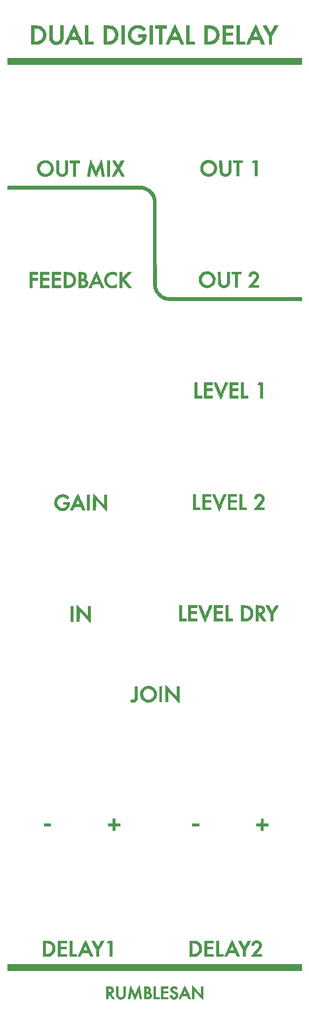
<source format=gto>
%TF.GenerationSoftware,KiCad,Pcbnew,(6.0.0-0)*%
%TF.CreationDate,2022-02-13T09:52:45+00:00*%
%TF.ProjectId,dual-digi-delay-frontpanel,6475616c-2d64-4696-9769-2d64656c6179,rev?*%
%TF.SameCoordinates,Original*%
%TF.FileFunction,Legend,Top*%
%TF.FilePolarity,Positive*%
%FSLAX46Y46*%
G04 Gerber Fmt 4.6, Leading zero omitted, Abs format (unit mm)*
G04 Created by KiCad (PCBNEW (6.0.0-0)) date 2022-02-13 09:52:45*
%MOMM*%
%LPD*%
G01*
G04 APERTURE LIST*
%ADD10C,0.010000*%
G04 APERTURE END LIST*
D10*
%TO.C,Ref\u002A\u002A*%
X99504600Y-136194027D02*
X99504141Y-136420359D01*
X99504141Y-136420359D02*
X99502814Y-136629978D01*
X99502814Y-136629978D02*
X99500695Y-136818954D01*
X99500695Y-136818954D02*
X99497858Y-136983357D01*
X99497858Y-136983357D02*
X99494379Y-137119258D01*
X99494379Y-137119258D02*
X99490333Y-137222726D01*
X99490333Y-137222726D02*
X99485795Y-137289832D01*
X99485795Y-137289832D02*
X99483271Y-137309020D01*
X99483271Y-137309020D02*
X99431795Y-137483731D01*
X99431795Y-137483731D02*
X99349591Y-137633660D01*
X99349591Y-137633660D02*
X99239213Y-137755303D01*
X99239213Y-137755303D02*
X99103216Y-137845157D01*
X99103216Y-137845157D02*
X99086812Y-137852945D01*
X99086812Y-137852945D02*
X98971612Y-137890386D01*
X98971612Y-137890386D02*
X98835516Y-137911403D01*
X98835516Y-137911403D02*
X98696605Y-137914635D01*
X98696605Y-137914635D02*
X98572959Y-137898718D01*
X98572959Y-137898718D02*
X98552100Y-137893247D01*
X98552100Y-137893247D02*
X98446489Y-137858000D01*
X98446489Y-137858000D02*
X98367066Y-137822168D01*
X98367066Y-137822168D02*
X98318904Y-137788536D01*
X98318904Y-137788536D02*
X98307075Y-137759886D01*
X98307075Y-137759886D02*
X98307402Y-137758955D01*
X98307402Y-137758955D02*
X98326463Y-137719081D01*
X98326463Y-137719081D02*
X98358705Y-137660557D01*
X98358705Y-137660557D02*
X98398041Y-137593409D01*
X98398041Y-137593409D02*
X98438383Y-137527661D01*
X98438383Y-137527661D02*
X98473644Y-137473340D01*
X98473644Y-137473340D02*
X98497737Y-137440469D01*
X98497737Y-137440469D02*
X98504017Y-137435166D01*
X98504017Y-137435166D02*
X98529487Y-137443667D01*
X98529487Y-137443667D02*
X98579027Y-137465285D01*
X98579027Y-137465285D02*
X98610304Y-137480059D01*
X98610304Y-137480059D02*
X98703599Y-137509671D01*
X98703599Y-137509671D02*
X98802693Y-137516064D01*
X98802693Y-137516064D02*
X98893170Y-137499876D01*
X98893170Y-137499876D02*
X98957402Y-137464711D01*
X98957402Y-137464711D02*
X98982081Y-137442012D01*
X98982081Y-137442012D02*
X99002892Y-137419117D01*
X99002892Y-137419117D02*
X99020187Y-137392382D01*
X99020187Y-137392382D02*
X99034323Y-137358162D01*
X99034323Y-137358162D02*
X99045653Y-137312810D01*
X99045653Y-137312810D02*
X99054533Y-137252683D01*
X99054533Y-137252683D02*
X99061315Y-137174134D01*
X99061315Y-137174134D02*
X99066355Y-137073520D01*
X99066355Y-137073520D02*
X99070008Y-136947194D01*
X99070008Y-136947194D02*
X99072627Y-136791512D01*
X99072627Y-136791512D02*
X99074567Y-136602829D01*
X99074567Y-136602829D02*
X99076182Y-136377499D01*
X99076182Y-136377499D02*
X99077077Y-136233958D01*
X99077077Y-136233958D02*
X99083472Y-135191500D01*
X99083472Y-135191500D02*
X99504600Y-135191500D01*
X99504600Y-135191500D02*
X99504600Y-136194027D01*
X99504600Y-136194027D02*
X99504600Y-136194027D01*
G36*
X99504600Y-136194027D02*
G01*
X99504141Y-136420359D01*
X99502814Y-136629978D01*
X99500695Y-136818954D01*
X99497858Y-136983357D01*
X99494379Y-137119258D01*
X99490333Y-137222726D01*
X99485795Y-137289832D01*
X99483271Y-137309020D01*
X99431795Y-137483731D01*
X99349591Y-137633660D01*
X99239213Y-137755303D01*
X99103216Y-137845157D01*
X99086812Y-137852945D01*
X98971612Y-137890386D01*
X98835516Y-137911403D01*
X98696605Y-137914635D01*
X98572959Y-137898718D01*
X98552100Y-137893247D01*
X98446489Y-137858000D01*
X98367066Y-137822168D01*
X98318904Y-137788536D01*
X98307075Y-137759886D01*
X98307402Y-137758955D01*
X98326463Y-137719081D01*
X98358705Y-137660557D01*
X98398041Y-137593409D01*
X98438383Y-137527661D01*
X98473644Y-137473340D01*
X98497737Y-137440469D01*
X98504017Y-137435166D01*
X98529487Y-137443667D01*
X98579027Y-137465285D01*
X98610304Y-137480059D01*
X98703599Y-137509671D01*
X98802693Y-137516064D01*
X98893170Y-137499876D01*
X98957402Y-137464711D01*
X98982081Y-137442012D01*
X99002892Y-137419117D01*
X99020187Y-137392382D01*
X99034323Y-137358162D01*
X99045653Y-137312810D01*
X99054533Y-137252683D01*
X99061315Y-137174134D01*
X99066355Y-137073520D01*
X99070008Y-136947194D01*
X99072627Y-136791512D01*
X99074567Y-136602829D01*
X99076182Y-136377499D01*
X99077077Y-136233958D01*
X99083472Y-135191500D01*
X99504600Y-135191500D01*
X99504600Y-136194027D01*
G37*
X99504600Y-136194027D02*
X99504141Y-136420359D01*
X99502814Y-136629978D01*
X99500695Y-136818954D01*
X99497858Y-136983357D01*
X99494379Y-137119258D01*
X99490333Y-137222726D01*
X99485795Y-137289832D01*
X99483271Y-137309020D01*
X99431795Y-137483731D01*
X99349591Y-137633660D01*
X99239213Y-137755303D01*
X99103216Y-137845157D01*
X99086812Y-137852945D01*
X98971612Y-137890386D01*
X98835516Y-137911403D01*
X98696605Y-137914635D01*
X98572959Y-137898718D01*
X98552100Y-137893247D01*
X98446489Y-137858000D01*
X98367066Y-137822168D01*
X98318904Y-137788536D01*
X98307075Y-137759886D01*
X98307402Y-137758955D01*
X98326463Y-137719081D01*
X98358705Y-137660557D01*
X98398041Y-137593409D01*
X98438383Y-137527661D01*
X98473644Y-137473340D01*
X98497737Y-137440469D01*
X98504017Y-137435166D01*
X98529487Y-137443667D01*
X98579027Y-137465285D01*
X98610304Y-137480059D01*
X98703599Y-137509671D01*
X98802693Y-137516064D01*
X98893170Y-137499876D01*
X98957402Y-137464711D01*
X98982081Y-137442012D01*
X99002892Y-137419117D01*
X99020187Y-137392382D01*
X99034323Y-137358162D01*
X99045653Y-137312810D01*
X99054533Y-137252683D01*
X99061315Y-137174134D01*
X99066355Y-137073520D01*
X99070008Y-136947194D01*
X99072627Y-136791512D01*
X99074567Y-136602829D01*
X99076182Y-136377499D01*
X99077077Y-136233958D01*
X99083472Y-135191500D01*
X99504600Y-135191500D01*
X99504600Y-136194027D01*
X109527017Y-102351416D02*
X109532492Y-103489125D01*
X109532492Y-103489125D02*
X109537968Y-104626833D01*
X109537968Y-104626833D02*
X110299600Y-104626833D01*
X110299600Y-104626833D02*
X110299600Y-105029000D01*
X110299600Y-105029000D02*
X109114267Y-105029000D01*
X109114267Y-105029000D02*
X109114267Y-102339300D01*
X109114267Y-102339300D02*
X109527017Y-102351416D01*
X109527017Y-102351416D02*
X109527017Y-102351416D01*
G36*
X109527017Y-102351416D02*
G01*
X109532492Y-103489125D01*
X109537968Y-104626833D01*
X110299600Y-104626833D01*
X110299600Y-105029000D01*
X109114267Y-105029000D01*
X109114267Y-102339300D01*
X109527017Y-102351416D01*
G37*
X109527017Y-102351416D02*
X109532492Y-103489125D01*
X109537968Y-104626833D01*
X110299600Y-104626833D01*
X110299600Y-105029000D01*
X109114267Y-105029000D01*
X109114267Y-102339300D01*
X109527017Y-102351416D01*
X114130767Y-121771833D02*
X113072433Y-121771833D01*
X113072433Y-121771833D02*
X113072433Y-122385666D01*
X113072433Y-122385666D02*
X114088433Y-122385666D01*
X114088433Y-122385666D02*
X114088433Y-122787833D01*
X114088433Y-122787833D02*
X113072433Y-122787833D01*
X113072433Y-122787833D02*
X113072433Y-123655666D01*
X113072433Y-123655666D02*
X114130767Y-123655666D01*
X114130767Y-123655666D02*
X114130767Y-124057833D01*
X114130767Y-124057833D02*
X112649100Y-124057833D01*
X112649100Y-124057833D02*
X112649100Y-121369666D01*
X112649100Y-121369666D02*
X114130767Y-121369666D01*
X114130767Y-121369666D02*
X114130767Y-121771833D01*
X114130767Y-121771833D02*
X114130767Y-121771833D01*
G36*
X114130767Y-121771833D02*
G01*
X113072433Y-121771833D01*
X113072433Y-122385666D01*
X114088433Y-122385666D01*
X114088433Y-122787833D01*
X113072433Y-122787833D01*
X113072433Y-123655666D01*
X114130767Y-123655666D01*
X114130767Y-124057833D01*
X112649100Y-124057833D01*
X112649100Y-121369666D01*
X114130767Y-121369666D01*
X114130767Y-121771833D01*
G37*
X114130767Y-121771833D02*
X113072433Y-121771833D01*
X113072433Y-122385666D01*
X114088433Y-122385666D01*
X114088433Y-122787833D01*
X113072433Y-122787833D01*
X113072433Y-123655666D01*
X114130767Y-123655666D01*
X114130767Y-124057833D01*
X112649100Y-124057833D01*
X112649100Y-121369666D01*
X114130767Y-121369666D01*
X114130767Y-121771833D01*
X117030600Y-24955500D02*
X117961933Y-24955500D01*
X117961933Y-24955500D02*
X117961933Y-25421166D01*
X117961933Y-25421166D02*
X116522334Y-25421166D01*
X116522334Y-25421166D02*
X116527758Y-23817791D01*
X116527758Y-23817791D02*
X116533183Y-22214416D01*
X116533183Y-22214416D02*
X116781892Y-22208453D01*
X116781892Y-22208453D02*
X117030600Y-22202489D01*
X117030600Y-22202489D02*
X117030600Y-24955500D01*
X117030600Y-24955500D02*
X117030600Y-24955500D01*
G36*
X117030600Y-24955500D02*
G01*
X117961933Y-24955500D01*
X117961933Y-25421166D01*
X116522334Y-25421166D01*
X116527758Y-23817791D01*
X116533183Y-22214416D01*
X116781892Y-22208453D01*
X117030600Y-22202489D01*
X117030600Y-24955500D01*
G37*
X117030600Y-24955500D02*
X117961933Y-24955500D01*
X117961933Y-25421166D01*
X116522334Y-25421166D01*
X116527758Y-23817791D01*
X116533183Y-22214416D01*
X116781892Y-22208453D01*
X117030600Y-22202489D01*
X117030600Y-24955500D01*
X109479392Y-158691451D02*
X110056183Y-158697083D01*
X110056183Y-158697083D02*
X110056183Y-159078083D01*
X110056183Y-159078083D02*
X109479392Y-159083715D01*
X109479392Y-159083715D02*
X108902600Y-159089347D01*
X108902600Y-159089347D02*
X108902600Y-158685819D01*
X108902600Y-158685819D02*
X109479392Y-158691451D01*
X109479392Y-158691451D02*
X109479392Y-158691451D01*
G36*
X109479392Y-158691451D02*
G01*
X110056183Y-158697083D01*
X110056183Y-159078083D01*
X109479392Y-159083715D01*
X108902600Y-159089347D01*
X108902600Y-158685819D01*
X109479392Y-158691451D01*
G37*
X109479392Y-158691451D02*
X110056183Y-158697083D01*
X110056183Y-159078083D01*
X109479392Y-159083715D01*
X108902600Y-159089347D01*
X108902600Y-158685819D01*
X109479392Y-158691451D01*
X88307433Y-180996166D02*
X89090600Y-180996166D01*
X89090600Y-180996166D02*
X89090600Y-181398333D01*
X89090600Y-181398333D02*
X88501461Y-181398333D01*
X88501461Y-181398333D02*
X88347600Y-181397845D01*
X88347600Y-181397845D02*
X88207722Y-181396467D01*
X88207722Y-181396467D02*
X88087370Y-181394329D01*
X88087370Y-181394329D02*
X87992089Y-181391561D01*
X87992089Y-181391561D02*
X87927422Y-181388292D01*
X87927422Y-181388292D02*
X87898915Y-181384653D01*
X87898915Y-181384653D02*
X87898211Y-181384222D01*
X87898211Y-181384222D02*
X87895736Y-181361128D01*
X87895736Y-181361128D02*
X87893400Y-181299328D01*
X87893400Y-181299328D02*
X87891239Y-181202445D01*
X87891239Y-181202445D02*
X87889293Y-181074106D01*
X87889293Y-181074106D02*
X87887599Y-180917938D01*
X87887599Y-180917938D02*
X87886196Y-180737564D01*
X87886196Y-180737564D02*
X87885121Y-180536612D01*
X87885121Y-180536612D02*
X87884413Y-180318706D01*
X87884413Y-180318706D02*
X87884109Y-180087474D01*
X87884109Y-180087474D02*
X87884100Y-180040138D01*
X87884100Y-180040138D02*
X87884100Y-178710166D01*
X87884100Y-178710166D02*
X88307433Y-178710166D01*
X88307433Y-178710166D02*
X88307433Y-180996166D01*
X88307433Y-180996166D02*
X88307433Y-180996166D01*
G36*
X88307433Y-180996166D02*
G01*
X89090600Y-180996166D01*
X89090600Y-181398333D01*
X88501461Y-181398333D01*
X88347600Y-181397845D01*
X88207722Y-181396467D01*
X88087370Y-181394329D01*
X87992089Y-181391561D01*
X87927422Y-181388292D01*
X87898915Y-181384653D01*
X87898211Y-181384222D01*
X87895736Y-181361128D01*
X87893400Y-181299328D01*
X87891239Y-181202445D01*
X87889293Y-181074106D01*
X87887599Y-180917938D01*
X87886196Y-180737564D01*
X87885121Y-180536612D01*
X87884413Y-180318706D01*
X87884109Y-180087474D01*
X87884100Y-180040138D01*
X87884100Y-178710166D01*
X88307433Y-178710166D01*
X88307433Y-180996166D01*
G37*
X88307433Y-180996166D02*
X89090600Y-180996166D01*
X89090600Y-181398333D01*
X88501461Y-181398333D01*
X88347600Y-181397845D01*
X88207722Y-181396467D01*
X88087370Y-181394329D01*
X87992089Y-181391561D01*
X87927422Y-181388292D01*
X87898915Y-181384653D01*
X87898211Y-181384222D01*
X87895736Y-181361128D01*
X87893400Y-181299328D01*
X87891239Y-181202445D01*
X87889293Y-181074106D01*
X87887599Y-180917938D01*
X87886196Y-180737564D01*
X87885121Y-180536612D01*
X87884413Y-180318706D01*
X87884109Y-180087474D01*
X87884100Y-180040138D01*
X87884100Y-178710166D01*
X88307433Y-178710166D01*
X88307433Y-180996166D01*
X96857220Y-45950756D02*
X96755246Y-46120229D01*
X96755246Y-46120229D02*
X96673397Y-46257372D01*
X96673397Y-46257372D02*
X96609702Y-46365963D01*
X96609702Y-46365963D02*
X96562188Y-46449778D01*
X96562188Y-46449778D02*
X96528883Y-46512597D01*
X96528883Y-46512597D02*
X96507815Y-46558196D01*
X96507815Y-46558196D02*
X96497012Y-46590353D01*
X96497012Y-46590353D02*
X96494501Y-46612847D01*
X96494501Y-46612847D02*
X96498311Y-46629454D01*
X96498311Y-46629454D02*
X96500496Y-46634052D01*
X96500496Y-46634052D02*
X96517027Y-46663710D01*
X96517027Y-46663710D02*
X96552094Y-46725296D01*
X96552094Y-46725296D02*
X96602999Y-46814115D01*
X96602999Y-46814115D02*
X96667042Y-46925471D01*
X96667042Y-46925471D02*
X96741524Y-47054671D01*
X96741524Y-47054671D02*
X96823748Y-47197019D01*
X96823748Y-47197019D02*
X96881802Y-47297372D01*
X96881802Y-47297372D02*
X96967141Y-47445159D01*
X96967141Y-47445159D02*
X97045963Y-47582344D01*
X97045963Y-47582344D02*
X97115670Y-47704355D01*
X97115670Y-47704355D02*
X97173668Y-47806622D01*
X97173668Y-47806622D02*
X97217362Y-47884575D01*
X97217362Y-47884575D02*
X97244155Y-47933643D01*
X97244155Y-47933643D02*
X97251423Y-47948247D01*
X97251423Y-47948247D02*
X97254079Y-47964288D01*
X97254079Y-47964288D02*
X97242836Y-47974833D01*
X97242836Y-47974833D02*
X97210945Y-47981014D01*
X97210945Y-47981014D02*
X97151656Y-47983964D01*
X97151656Y-47983964D02*
X97058219Y-47984815D01*
X97058219Y-47984815D02*
X97033404Y-47984833D01*
X97033404Y-47984833D02*
X96801346Y-47984833D01*
X96801346Y-47984833D02*
X96520557Y-47498000D01*
X96520557Y-47498000D02*
X96445276Y-47368500D01*
X96445276Y-47368500D02*
X96376399Y-47251962D01*
X96376399Y-47251962D02*
X96316846Y-47153174D01*
X96316846Y-47153174D02*
X96269540Y-47076922D01*
X96269540Y-47076922D02*
X96237401Y-47027994D01*
X96237401Y-47027994D02*
X96223448Y-47011166D01*
X96223448Y-47011166D02*
X96208741Y-47028632D01*
X96208741Y-47028632D02*
X96175578Y-47077875D01*
X96175578Y-47077875D02*
X96126928Y-47154162D01*
X96126928Y-47154162D02*
X96065765Y-47252761D01*
X96065765Y-47252761D02*
X95995059Y-47368939D01*
X95995059Y-47368939D02*
X95917783Y-47497964D01*
X95917783Y-47497964D02*
X95917762Y-47498000D01*
X95917762Y-47498000D02*
X95628396Y-47984833D01*
X95628396Y-47984833D02*
X95146081Y-47984833D01*
X95146081Y-47984833D02*
X95557924Y-47298898D01*
X95557924Y-47298898D02*
X95650511Y-47144028D01*
X95650511Y-47144028D02*
X95735831Y-47000033D01*
X95735831Y-47000033D02*
X95811489Y-46871052D01*
X95811489Y-46871052D02*
X95875090Y-46761226D01*
X95875090Y-46761226D02*
X95924240Y-46674693D01*
X95924240Y-46674693D02*
X95956543Y-46615591D01*
X95956543Y-46615591D02*
X95969606Y-46588061D01*
X95969606Y-46588061D02*
X95969767Y-46587067D01*
X95969767Y-46587067D02*
X95959619Y-46560645D01*
X95959619Y-46560645D02*
X95931614Y-46504659D01*
X95931614Y-46504659D02*
X95889410Y-46426002D01*
X95889410Y-46426002D02*
X95836667Y-46331567D01*
X95836667Y-46331567D02*
X95803031Y-46272876D01*
X95803031Y-46272876D02*
X95732097Y-46150177D01*
X95732097Y-46150177D02*
X95648557Y-46005591D01*
X95648557Y-46005591D02*
X95560951Y-45853906D01*
X95560951Y-45853906D02*
X95477821Y-45709908D01*
X95477821Y-45709908D02*
X95443947Y-45651208D01*
X95443947Y-45651208D02*
X95251597Y-45317833D01*
X95251597Y-45317833D02*
X95734230Y-45317833D01*
X95734230Y-45317833D02*
X95980974Y-45753301D01*
X95980974Y-45753301D02*
X96050543Y-45875090D01*
X96050543Y-45875090D02*
X96113263Y-45983000D01*
X96113263Y-45983000D02*
X96166163Y-46072075D01*
X96166163Y-46072075D02*
X96206275Y-46137360D01*
X96206275Y-46137360D02*
X96230628Y-46173899D01*
X96230628Y-46173899D02*
X96236611Y-46179877D01*
X96236611Y-46179877D02*
X96249508Y-46159903D01*
X96249508Y-46159903D02*
X96280840Y-46108720D01*
X96280840Y-46108720D02*
X96327465Y-46031541D01*
X96327465Y-46031541D02*
X96386242Y-45933578D01*
X96386242Y-45933578D02*
X96454029Y-45820045D01*
X96454029Y-45820045D02*
X96495888Y-45749700D01*
X96495888Y-45749700D02*
X96746272Y-45328416D01*
X96746272Y-45328416D02*
X97239668Y-45316490D01*
X97239668Y-45316490D02*
X96857220Y-45950756D01*
X96857220Y-45950756D02*
X96857220Y-45950756D01*
G36*
X96857220Y-45950756D02*
G01*
X96755246Y-46120229D01*
X96673397Y-46257372D01*
X96609702Y-46365963D01*
X96562188Y-46449778D01*
X96528883Y-46512597D01*
X96507815Y-46558196D01*
X96497012Y-46590353D01*
X96494501Y-46612847D01*
X96498311Y-46629454D01*
X96500496Y-46634052D01*
X96517027Y-46663710D01*
X96552094Y-46725296D01*
X96602999Y-46814115D01*
X96667042Y-46925471D01*
X96741524Y-47054671D01*
X96823748Y-47197019D01*
X96881802Y-47297372D01*
X96967141Y-47445159D01*
X97045963Y-47582344D01*
X97115670Y-47704355D01*
X97173668Y-47806622D01*
X97217362Y-47884575D01*
X97244155Y-47933643D01*
X97251423Y-47948247D01*
X97254079Y-47964288D01*
X97242836Y-47974833D01*
X97210945Y-47981014D01*
X97151656Y-47983964D01*
X97058219Y-47984815D01*
X97033404Y-47984833D01*
X96801346Y-47984833D01*
X96520557Y-47498000D01*
X96445276Y-47368500D01*
X96376399Y-47251962D01*
X96316846Y-47153174D01*
X96269540Y-47076922D01*
X96237401Y-47027994D01*
X96223448Y-47011166D01*
X96208741Y-47028632D01*
X96175578Y-47077875D01*
X96126928Y-47154162D01*
X96065765Y-47252761D01*
X95995059Y-47368939D01*
X95917783Y-47497964D01*
X95917762Y-47498000D01*
X95628396Y-47984833D01*
X95146081Y-47984833D01*
X95557924Y-47298898D01*
X95650511Y-47144028D01*
X95735831Y-47000033D01*
X95811489Y-46871052D01*
X95875090Y-46761226D01*
X95924240Y-46674693D01*
X95956543Y-46615591D01*
X95969606Y-46588061D01*
X95969767Y-46587067D01*
X95959619Y-46560645D01*
X95931614Y-46504659D01*
X95889410Y-46426002D01*
X95836667Y-46331567D01*
X95803031Y-46272876D01*
X95732097Y-46150177D01*
X95648557Y-46005591D01*
X95560951Y-45853906D01*
X95477821Y-45709908D01*
X95443947Y-45651208D01*
X95251597Y-45317833D01*
X95734230Y-45317833D01*
X95980974Y-45753301D01*
X96050543Y-45875090D01*
X96113263Y-45983000D01*
X96166163Y-46072075D01*
X96206275Y-46137360D01*
X96230628Y-46173899D01*
X96236611Y-46179877D01*
X96249508Y-46159903D01*
X96280840Y-46108720D01*
X96327465Y-46031541D01*
X96386242Y-45933578D01*
X96454029Y-45820045D01*
X96495888Y-45749700D01*
X96746272Y-45328416D01*
X97239668Y-45316490D01*
X96857220Y-45950756D01*
G37*
X96857220Y-45950756D02*
X96755246Y-46120229D01*
X96673397Y-46257372D01*
X96609702Y-46365963D01*
X96562188Y-46449778D01*
X96528883Y-46512597D01*
X96507815Y-46558196D01*
X96497012Y-46590353D01*
X96494501Y-46612847D01*
X96498311Y-46629454D01*
X96500496Y-46634052D01*
X96517027Y-46663710D01*
X96552094Y-46725296D01*
X96602999Y-46814115D01*
X96667042Y-46925471D01*
X96741524Y-47054671D01*
X96823748Y-47197019D01*
X96881802Y-47297372D01*
X96967141Y-47445159D01*
X97045963Y-47582344D01*
X97115670Y-47704355D01*
X97173668Y-47806622D01*
X97217362Y-47884575D01*
X97244155Y-47933643D01*
X97251423Y-47948247D01*
X97254079Y-47964288D01*
X97242836Y-47974833D01*
X97210945Y-47981014D01*
X97151656Y-47983964D01*
X97058219Y-47984815D01*
X97033404Y-47984833D01*
X96801346Y-47984833D01*
X96520557Y-47498000D01*
X96445276Y-47368500D01*
X96376399Y-47251962D01*
X96316846Y-47153174D01*
X96269540Y-47076922D01*
X96237401Y-47027994D01*
X96223448Y-47011166D01*
X96208741Y-47028632D01*
X96175578Y-47077875D01*
X96126928Y-47154162D01*
X96065765Y-47252761D01*
X95995059Y-47368939D01*
X95917783Y-47497964D01*
X95917762Y-47498000D01*
X95628396Y-47984833D01*
X95146081Y-47984833D01*
X95557924Y-47298898D01*
X95650511Y-47144028D01*
X95735831Y-47000033D01*
X95811489Y-46871052D01*
X95875090Y-46761226D01*
X95924240Y-46674693D01*
X95956543Y-46615591D01*
X95969606Y-46588061D01*
X95969767Y-46587067D01*
X95959619Y-46560645D01*
X95931614Y-46504659D01*
X95889410Y-46426002D01*
X95836667Y-46331567D01*
X95803031Y-46272876D01*
X95732097Y-46150177D01*
X95648557Y-46005591D01*
X95560951Y-45853906D01*
X95477821Y-45709908D01*
X95443947Y-45651208D01*
X95251597Y-45317833D01*
X95734230Y-45317833D01*
X95980974Y-45753301D01*
X96050543Y-45875090D01*
X96113263Y-45983000D01*
X96166163Y-46072075D01*
X96206275Y-46137360D01*
X96230628Y-46173899D01*
X96236611Y-46179877D01*
X96249508Y-46159903D01*
X96280840Y-46108720D01*
X96327465Y-46031541D01*
X96386242Y-45933578D01*
X96454029Y-45820045D01*
X96495888Y-45749700D01*
X96746272Y-45328416D01*
X97239668Y-45316490D01*
X96857220Y-45950756D01*
X109749267Y-121771833D02*
X108669767Y-121771833D01*
X108669767Y-121771833D02*
X108669767Y-122385666D01*
X108669767Y-122385666D02*
X109706933Y-122385666D01*
X109706933Y-122385666D02*
X109706933Y-122787833D01*
X109706933Y-122787833D02*
X108669767Y-122787833D01*
X108669767Y-122787833D02*
X108669767Y-123655666D01*
X108669767Y-123655666D02*
X109749267Y-123655666D01*
X109749267Y-123655666D02*
X109749267Y-124057833D01*
X109749267Y-124057833D02*
X108267600Y-124057833D01*
X108267600Y-124057833D02*
X108267600Y-121369666D01*
X108267600Y-121369666D02*
X109749267Y-121369666D01*
X109749267Y-121369666D02*
X109749267Y-121771833D01*
X109749267Y-121771833D02*
X109749267Y-121771833D01*
G36*
X109749267Y-121771833D02*
G01*
X108669767Y-121771833D01*
X108669767Y-122385666D01*
X109706933Y-122385666D01*
X109706933Y-122787833D01*
X108669767Y-122787833D01*
X108669767Y-123655666D01*
X109749267Y-123655666D01*
X109749267Y-124057833D01*
X108267600Y-124057833D01*
X108267600Y-121369666D01*
X109749267Y-121369666D01*
X109749267Y-121771833D01*
G37*
X109749267Y-121771833D02*
X108669767Y-121771833D01*
X108669767Y-122385666D01*
X109706933Y-122385666D01*
X109706933Y-122787833D01*
X108669767Y-122787833D01*
X108669767Y-123655666D01*
X109749267Y-123655666D01*
X109749267Y-124057833D01*
X108267600Y-124057833D01*
X108267600Y-121369666D01*
X109749267Y-121369666D01*
X109749267Y-121771833D01*
X112206727Y-121370208D02*
X112272273Y-121372609D01*
X112272273Y-121372609D02*
X112309058Y-121378030D01*
X112309058Y-121378030D02*
X112323866Y-121387632D01*
X112323866Y-121387632D02*
X112323481Y-121402577D01*
X112323481Y-121402577D02*
X112322026Y-121406708D01*
X112322026Y-121406708D02*
X112302132Y-121456967D01*
X112302132Y-121456967D02*
X112268620Y-121539267D01*
X112268620Y-121539267D02*
X112223060Y-121649879D01*
X112223060Y-121649879D02*
X112167022Y-121785072D01*
X112167022Y-121785072D02*
X112102075Y-121941118D01*
X112102075Y-121941118D02*
X112029790Y-122114285D01*
X112029790Y-122114285D02*
X111951736Y-122300844D01*
X111951736Y-122300844D02*
X111869484Y-122497066D01*
X111869484Y-122497066D02*
X111784602Y-122699221D01*
X111784602Y-122699221D02*
X111698660Y-122903579D01*
X111698660Y-122903579D02*
X111613230Y-123106410D01*
X111613230Y-123106410D02*
X111529879Y-123303984D01*
X111529879Y-123303984D02*
X111450179Y-123492572D01*
X111450179Y-123492572D02*
X111375699Y-123668444D01*
X111375699Y-123668444D02*
X111308009Y-123827869D01*
X111308009Y-123827869D02*
X111248678Y-123967119D01*
X111248678Y-123967119D02*
X111199276Y-124082464D01*
X111199276Y-124082464D02*
X111161374Y-124170173D01*
X111161374Y-124170173D02*
X111136541Y-124226518D01*
X111136541Y-124226518D02*
X111126347Y-124247767D01*
X111126347Y-124247767D02*
X111126229Y-124247845D01*
X111126229Y-124247845D02*
X111116528Y-124228663D01*
X111116528Y-124228663D02*
X111092228Y-124173357D01*
X111092228Y-124173357D02*
X111054623Y-124085042D01*
X111054623Y-124085042D02*
X111005005Y-123966833D01*
X111005005Y-123966833D02*
X110944666Y-123821842D01*
X110944666Y-123821842D02*
X110874900Y-123653184D01*
X110874900Y-123653184D02*
X110796998Y-123463974D01*
X110796998Y-123463974D02*
X110712253Y-123257325D01*
X110712253Y-123257325D02*
X110621958Y-123036353D01*
X110621958Y-123036353D02*
X110546217Y-122850428D01*
X110546217Y-122850428D02*
X110452141Y-122618970D01*
X110452141Y-122618970D02*
X110362620Y-122398314D01*
X110362620Y-122398314D02*
X110278957Y-122191695D01*
X110278957Y-122191695D02*
X110202454Y-122002349D01*
X110202454Y-122002349D02*
X110134414Y-121833512D01*
X110134414Y-121833512D02*
X110076140Y-121688419D01*
X110076140Y-121688419D02*
X110028933Y-121570307D01*
X110028933Y-121570307D02*
X109994097Y-121482412D01*
X109994097Y-121482412D02*
X109972933Y-121427970D01*
X109972933Y-121427970D02*
X109966763Y-121410839D01*
X109966763Y-121410839D02*
X109963928Y-121392124D01*
X109963928Y-121392124D02*
X109971874Y-121380156D01*
X109971874Y-121380156D02*
X109997634Y-121373748D01*
X109997634Y-121373748D02*
X110048244Y-121371715D01*
X110048244Y-121371715D02*
X110130737Y-121372870D01*
X110130737Y-121372870D02*
X110183963Y-121374215D01*
X110183963Y-121374215D02*
X110412320Y-121380250D01*
X110412320Y-121380250D02*
X110757473Y-122248083D01*
X110757473Y-122248083D02*
X110830002Y-122430350D01*
X110830002Y-122430350D02*
X110898128Y-122601376D01*
X110898128Y-122601376D02*
X110960172Y-122756952D01*
X110960172Y-122756952D02*
X111014452Y-122892873D01*
X111014452Y-122892873D02*
X111059286Y-123004928D01*
X111059286Y-123004928D02*
X111092994Y-123088912D01*
X111092994Y-123088912D02*
X111113893Y-123140616D01*
X111113893Y-123140616D02*
X111119926Y-123155177D01*
X111119926Y-123155177D02*
X111128379Y-123154555D01*
X111128379Y-123154555D02*
X111145102Y-123130215D01*
X111145102Y-123130215D02*
X111171041Y-123080010D01*
X111171041Y-123080010D02*
X111207147Y-123001796D01*
X111207147Y-123001796D02*
X111254368Y-122893428D01*
X111254368Y-122893428D02*
X111313654Y-122752760D01*
X111313654Y-122752760D02*
X111385952Y-122577648D01*
X111385952Y-122577648D02*
X111472213Y-122365946D01*
X111472213Y-122365946D02*
X111506185Y-122282052D01*
X111506185Y-122282052D02*
X111875146Y-121369666D01*
X111875146Y-121369666D02*
X112105637Y-121369666D01*
X112105637Y-121369666D02*
X112206727Y-121370208D01*
X112206727Y-121370208D02*
X112206727Y-121370208D01*
G36*
X112206727Y-121370208D02*
G01*
X112272273Y-121372609D01*
X112309058Y-121378030D01*
X112323866Y-121387632D01*
X112323481Y-121402577D01*
X112322026Y-121406708D01*
X112302132Y-121456967D01*
X112268620Y-121539267D01*
X112223060Y-121649879D01*
X112167022Y-121785072D01*
X112102075Y-121941118D01*
X112029790Y-122114285D01*
X111951736Y-122300844D01*
X111869484Y-122497066D01*
X111784602Y-122699221D01*
X111698660Y-122903579D01*
X111613230Y-123106410D01*
X111529879Y-123303984D01*
X111450179Y-123492572D01*
X111375699Y-123668444D01*
X111308009Y-123827869D01*
X111248678Y-123967119D01*
X111199276Y-124082464D01*
X111161374Y-124170173D01*
X111136541Y-124226518D01*
X111126347Y-124247767D01*
X111126229Y-124247845D01*
X111116528Y-124228663D01*
X111092228Y-124173357D01*
X111054623Y-124085042D01*
X111005005Y-123966833D01*
X110944666Y-123821842D01*
X110874900Y-123653184D01*
X110796998Y-123463974D01*
X110712253Y-123257325D01*
X110621958Y-123036353D01*
X110546217Y-122850428D01*
X110452141Y-122618970D01*
X110362620Y-122398314D01*
X110278957Y-122191695D01*
X110202454Y-122002349D01*
X110134414Y-121833512D01*
X110076140Y-121688419D01*
X110028933Y-121570307D01*
X109994097Y-121482412D01*
X109972933Y-121427970D01*
X109966763Y-121410839D01*
X109963928Y-121392124D01*
X109971874Y-121380156D01*
X109997634Y-121373748D01*
X110048244Y-121371715D01*
X110130737Y-121372870D01*
X110183963Y-121374215D01*
X110412320Y-121380250D01*
X110757473Y-122248083D01*
X110830002Y-122430350D01*
X110898128Y-122601376D01*
X110960172Y-122756952D01*
X111014452Y-122892873D01*
X111059286Y-123004928D01*
X111092994Y-123088912D01*
X111113893Y-123140616D01*
X111119926Y-123155177D01*
X111128379Y-123154555D01*
X111145102Y-123130215D01*
X111171041Y-123080010D01*
X111207147Y-123001796D01*
X111254368Y-122893428D01*
X111313654Y-122752760D01*
X111385952Y-122577648D01*
X111472213Y-122365946D01*
X111506185Y-122282052D01*
X111875146Y-121369666D01*
X112105637Y-121369666D01*
X112206727Y-121370208D01*
G37*
X112206727Y-121370208D02*
X112272273Y-121372609D01*
X112309058Y-121378030D01*
X112323866Y-121387632D01*
X112323481Y-121402577D01*
X112322026Y-121406708D01*
X112302132Y-121456967D01*
X112268620Y-121539267D01*
X112223060Y-121649879D01*
X112167022Y-121785072D01*
X112102075Y-121941118D01*
X112029790Y-122114285D01*
X111951736Y-122300844D01*
X111869484Y-122497066D01*
X111784602Y-122699221D01*
X111698660Y-122903579D01*
X111613230Y-123106410D01*
X111529879Y-123303984D01*
X111450179Y-123492572D01*
X111375699Y-123668444D01*
X111308009Y-123827869D01*
X111248678Y-123967119D01*
X111199276Y-124082464D01*
X111161374Y-124170173D01*
X111136541Y-124226518D01*
X111126347Y-124247767D01*
X111126229Y-124247845D01*
X111116528Y-124228663D01*
X111092228Y-124173357D01*
X111054623Y-124085042D01*
X111005005Y-123966833D01*
X110944666Y-123821842D01*
X110874900Y-123653184D01*
X110796998Y-123463974D01*
X110712253Y-123257325D01*
X110621958Y-123036353D01*
X110546217Y-122850428D01*
X110452141Y-122618970D01*
X110362620Y-122398314D01*
X110278957Y-122191695D01*
X110202454Y-122002349D01*
X110134414Y-121833512D01*
X110076140Y-121688419D01*
X110028933Y-121570307D01*
X109994097Y-121482412D01*
X109972933Y-121427970D01*
X109966763Y-121410839D01*
X109963928Y-121392124D01*
X109971874Y-121380156D01*
X109997634Y-121373748D01*
X110048244Y-121371715D01*
X110130737Y-121372870D01*
X110183963Y-121374215D01*
X110412320Y-121380250D01*
X110757473Y-122248083D01*
X110830002Y-122430350D01*
X110898128Y-122601376D01*
X110960172Y-122756952D01*
X111014452Y-122892873D01*
X111059286Y-123004928D01*
X111092994Y-123088912D01*
X111113893Y-123140616D01*
X111119926Y-123155177D01*
X111128379Y-123154555D01*
X111145102Y-123130215D01*
X111171041Y-123080010D01*
X111207147Y-123001796D01*
X111254368Y-122893428D01*
X111313654Y-122752760D01*
X111385952Y-122577648D01*
X111472213Y-122365946D01*
X111506185Y-122282052D01*
X111875146Y-121369666D01*
X112105637Y-121369666D01*
X112206727Y-121370208D01*
X86360100Y-64770000D02*
X85280600Y-64770000D01*
X85280600Y-64770000D02*
X85280600Y-65405000D01*
X85280600Y-65405000D02*
X86317767Y-65405000D01*
X86317767Y-65405000D02*
X86317767Y-65786000D01*
X86317767Y-65786000D02*
X85280600Y-65786000D01*
X85280600Y-65786000D02*
X85280600Y-66653833D01*
X85280600Y-66653833D02*
X86360100Y-66653833D01*
X86360100Y-66653833D02*
X86360100Y-67056000D01*
X86360100Y-67056000D02*
X84857267Y-67056000D01*
X84857267Y-67056000D02*
X84857267Y-64389000D01*
X84857267Y-64389000D02*
X86360100Y-64389000D01*
X86360100Y-64389000D02*
X86360100Y-64770000D01*
X86360100Y-64770000D02*
X86360100Y-64770000D01*
G36*
X86360100Y-64770000D02*
G01*
X85280600Y-64770000D01*
X85280600Y-65405000D01*
X86317767Y-65405000D01*
X86317767Y-65786000D01*
X85280600Y-65786000D01*
X85280600Y-66653833D01*
X86360100Y-66653833D01*
X86360100Y-67056000D01*
X84857267Y-67056000D01*
X84857267Y-64389000D01*
X86360100Y-64389000D01*
X86360100Y-64770000D01*
G37*
X86360100Y-64770000D02*
X85280600Y-64770000D01*
X85280600Y-65405000D01*
X86317767Y-65405000D01*
X86317767Y-65786000D01*
X85280600Y-65786000D01*
X85280600Y-66653833D01*
X86360100Y-66653833D01*
X86360100Y-67056000D01*
X84857267Y-67056000D01*
X84857267Y-64389000D01*
X86360100Y-64389000D01*
X86360100Y-64770000D01*
X91491764Y-45136211D02*
X91517726Y-45191553D01*
X91517726Y-45191553D02*
X91557444Y-45278387D01*
X91557444Y-45278387D02*
X91609287Y-45393081D01*
X91609287Y-45393081D02*
X91671619Y-45531999D01*
X91671619Y-45531999D02*
X91742807Y-45691509D01*
X91742807Y-45691509D02*
X91821218Y-45867977D01*
X91821218Y-45867977D02*
X91905218Y-46057770D01*
X91905218Y-46057770D02*
X91937430Y-46130739D01*
X91937430Y-46130739D02*
X92023000Y-46324255D01*
X92023000Y-46324255D02*
X92103555Y-46505540D01*
X92103555Y-46505540D02*
X92177469Y-46670997D01*
X92177469Y-46670997D02*
X92243117Y-46817030D01*
X92243117Y-46817030D02*
X92298872Y-46940040D01*
X92298872Y-46940040D02*
X92343110Y-47036431D01*
X92343110Y-47036431D02*
X92374203Y-47102606D01*
X92374203Y-47102606D02*
X92390527Y-47134967D01*
X92390527Y-47134967D02*
X92392513Y-47137651D01*
X92392513Y-47137651D02*
X92403071Y-47118868D01*
X92403071Y-47118868D02*
X92429471Y-47065091D01*
X92429471Y-47065091D02*
X92470056Y-46979870D01*
X92470056Y-46979870D02*
X92523169Y-46866758D01*
X92523169Y-46866758D02*
X92587153Y-46729307D01*
X92587153Y-46729307D02*
X92660351Y-46571069D01*
X92660351Y-46571069D02*
X92741106Y-46395596D01*
X92741106Y-46395596D02*
X92827762Y-46206441D01*
X92827762Y-46206441D02*
X92867851Y-46118656D01*
X92867851Y-46118656D02*
X92972490Y-45889808D01*
X92972490Y-45889808D02*
X93061173Y-45697086D01*
X93061173Y-45697086D02*
X93135164Y-45537942D01*
X93135164Y-45537942D02*
X93195729Y-45409829D01*
X93195729Y-45409829D02*
X93244131Y-45310199D01*
X93244131Y-45310199D02*
X93281634Y-45236506D01*
X93281634Y-45236506D02*
X93309503Y-45186202D01*
X93309503Y-45186202D02*
X93329001Y-45156739D01*
X93329001Y-45156739D02*
X93341393Y-45145570D01*
X93341393Y-45145570D02*
X93347942Y-45150148D01*
X93347942Y-45150148D02*
X93348155Y-45150796D01*
X93348155Y-45150796D02*
X93354436Y-45180035D01*
X93354436Y-45180035D02*
X93367285Y-45247332D01*
X93367285Y-45247332D02*
X93386048Y-45349031D01*
X93386048Y-45349031D02*
X93410070Y-45481478D01*
X93410070Y-45481478D02*
X93438696Y-45641017D01*
X93438696Y-45641017D02*
X93471270Y-45823993D01*
X93471270Y-45823993D02*
X93507139Y-46026751D01*
X93507139Y-46026751D02*
X93545647Y-46245637D01*
X93545647Y-46245637D02*
X93586138Y-46476995D01*
X93586138Y-46476995D02*
X93598089Y-46545500D01*
X93598089Y-46545500D02*
X93638944Y-46779658D01*
X93638944Y-46779658D02*
X93677866Y-47002321D01*
X93677866Y-47002321D02*
X93714213Y-47209843D01*
X93714213Y-47209843D02*
X93747343Y-47398582D01*
X93747343Y-47398582D02*
X93776614Y-47564894D01*
X93776614Y-47564894D02*
X93801386Y-47705135D01*
X93801386Y-47705135D02*
X93821016Y-47815660D01*
X93821016Y-47815660D02*
X93834863Y-47892827D01*
X93834863Y-47892827D02*
X93842285Y-47932991D01*
X93842285Y-47932991D02*
X93843147Y-47937208D01*
X93843147Y-47937208D02*
X93846419Y-47958548D01*
X93846419Y-47958548D02*
X93839816Y-47972317D01*
X93839816Y-47972317D02*
X93816113Y-47980175D01*
X93816113Y-47980175D02*
X93768084Y-47983778D01*
X93768084Y-47983778D02*
X93688501Y-47984785D01*
X93688501Y-47984785D02*
X93635566Y-47984833D01*
X93635566Y-47984833D02*
X93417226Y-47984833D01*
X93417226Y-47984833D02*
X93292375Y-47201078D01*
X93292375Y-47201078D02*
X93264003Y-47025990D01*
X93264003Y-47025990D02*
X93237136Y-46865929D01*
X93237136Y-46865929D02*
X93212579Y-46725263D01*
X93212579Y-46725263D02*
X93191136Y-46608360D01*
X93191136Y-46608360D02*
X93173611Y-46519587D01*
X93173611Y-46519587D02*
X93160809Y-46463312D01*
X93160809Y-46463312D02*
X93153534Y-46443903D01*
X93153534Y-46443903D02*
X93153006Y-46444370D01*
X93153006Y-46444370D02*
X93141379Y-46468920D01*
X93141379Y-46468920D02*
X93114178Y-46527848D01*
X93114178Y-46527848D02*
X93073309Y-46616978D01*
X93073309Y-46616978D02*
X93020682Y-46732133D01*
X93020682Y-46732133D02*
X92958203Y-46869136D01*
X92958203Y-46869136D02*
X92887781Y-47023812D01*
X92887781Y-47023812D02*
X92811322Y-47191982D01*
X92811322Y-47191982D02*
X92773275Y-47275750D01*
X92773275Y-47275750D02*
X92694680Y-47448461D01*
X92694680Y-47448461D02*
X92621171Y-47609265D01*
X92621171Y-47609265D02*
X92554651Y-47754049D01*
X92554651Y-47754049D02*
X92497025Y-47878700D01*
X92497025Y-47878700D02*
X92450197Y-47979108D01*
X92450197Y-47979108D02*
X92416071Y-48051160D01*
X92416071Y-48051160D02*
X92396553Y-48090744D01*
X92396553Y-48090744D02*
X92392912Y-48097026D01*
X92392912Y-48097026D02*
X92381491Y-48081891D01*
X92381491Y-48081891D02*
X92354901Y-48031783D01*
X92354901Y-48031783D02*
X92314935Y-47950517D01*
X92314935Y-47950517D02*
X92263388Y-47841906D01*
X92263388Y-47841906D02*
X92202053Y-47709764D01*
X92202053Y-47709764D02*
X92132725Y-47557905D01*
X92132725Y-47557905D02*
X92057196Y-47390143D01*
X92057196Y-47390143D02*
X92000101Y-47261913D01*
X92000101Y-47261913D02*
X91622439Y-46409857D01*
X91622439Y-46409857D02*
X91483645Y-47192053D01*
X91483645Y-47192053D02*
X91344850Y-47974250D01*
X91344850Y-47974250D02*
X91125277Y-47980311D01*
X91125277Y-47980311D02*
X91027178Y-47982723D01*
X91027178Y-47982723D02*
X90964135Y-47982470D01*
X90964135Y-47982470D02*
X90928888Y-47978088D01*
X90928888Y-47978088D02*
X90914178Y-47968117D01*
X90914178Y-47968117D02*
X90912744Y-47951095D01*
X90912744Y-47951095D02*
X90915027Y-47937977D01*
X90915027Y-47937977D02*
X90963320Y-47688122D01*
X90963320Y-47688122D02*
X91013000Y-47432645D01*
X91013000Y-47432645D02*
X91063399Y-47174877D01*
X91063399Y-47174877D02*
X91113848Y-46918153D01*
X91113848Y-46918153D02*
X91163678Y-46665806D01*
X91163678Y-46665806D02*
X91212221Y-46421168D01*
X91212221Y-46421168D02*
X91258807Y-46187572D01*
X91258807Y-46187572D02*
X91302769Y-45968353D01*
X91302769Y-45968353D02*
X91343437Y-45766842D01*
X91343437Y-45766842D02*
X91380142Y-45586374D01*
X91380142Y-45586374D02*
X91412216Y-45430281D01*
X91412216Y-45430281D02*
X91438991Y-45301896D01*
X91438991Y-45301896D02*
X91459797Y-45204552D01*
X91459797Y-45204552D02*
X91473965Y-45141583D01*
X91473965Y-45141583D02*
X91480828Y-45116321D01*
X91480828Y-45116321D02*
X91481194Y-45115994D01*
X91481194Y-45115994D02*
X91491764Y-45136211D01*
X91491764Y-45136211D02*
X91491764Y-45136211D01*
G36*
X91491764Y-45136211D02*
G01*
X91517726Y-45191553D01*
X91557444Y-45278387D01*
X91609287Y-45393081D01*
X91671619Y-45531999D01*
X91742807Y-45691509D01*
X91821218Y-45867977D01*
X91905218Y-46057770D01*
X91937430Y-46130739D01*
X92023000Y-46324255D01*
X92103555Y-46505540D01*
X92177469Y-46670997D01*
X92243117Y-46817030D01*
X92298872Y-46940040D01*
X92343110Y-47036431D01*
X92374203Y-47102606D01*
X92390527Y-47134967D01*
X92392513Y-47137651D01*
X92403071Y-47118868D01*
X92429471Y-47065091D01*
X92470056Y-46979870D01*
X92523169Y-46866758D01*
X92587153Y-46729307D01*
X92660351Y-46571069D01*
X92741106Y-46395596D01*
X92827762Y-46206441D01*
X92867851Y-46118656D01*
X92972490Y-45889808D01*
X93061173Y-45697086D01*
X93135164Y-45537942D01*
X93195729Y-45409829D01*
X93244131Y-45310199D01*
X93281634Y-45236506D01*
X93309503Y-45186202D01*
X93329001Y-45156739D01*
X93341393Y-45145570D01*
X93347942Y-45150148D01*
X93348155Y-45150796D01*
X93354436Y-45180035D01*
X93367285Y-45247332D01*
X93386048Y-45349031D01*
X93410070Y-45481478D01*
X93438696Y-45641017D01*
X93471270Y-45823993D01*
X93507139Y-46026751D01*
X93545647Y-46245637D01*
X93586138Y-46476995D01*
X93598089Y-46545500D01*
X93638944Y-46779658D01*
X93677866Y-47002321D01*
X93714213Y-47209843D01*
X93747343Y-47398582D01*
X93776614Y-47564894D01*
X93801386Y-47705135D01*
X93821016Y-47815660D01*
X93834863Y-47892827D01*
X93842285Y-47932991D01*
X93843147Y-47937208D01*
X93846419Y-47958548D01*
X93839816Y-47972317D01*
X93816113Y-47980175D01*
X93768084Y-47983778D01*
X93688501Y-47984785D01*
X93635566Y-47984833D01*
X93417226Y-47984833D01*
X93292375Y-47201078D01*
X93264003Y-47025990D01*
X93237136Y-46865929D01*
X93212579Y-46725263D01*
X93191136Y-46608360D01*
X93173611Y-46519587D01*
X93160809Y-46463312D01*
X93153534Y-46443903D01*
X93153006Y-46444370D01*
X93141379Y-46468920D01*
X93114178Y-46527848D01*
X93073309Y-46616978D01*
X93020682Y-46732133D01*
X92958203Y-46869136D01*
X92887781Y-47023812D01*
X92811322Y-47191982D01*
X92773275Y-47275750D01*
X92694680Y-47448461D01*
X92621171Y-47609265D01*
X92554651Y-47754049D01*
X92497025Y-47878700D01*
X92450197Y-47979108D01*
X92416071Y-48051160D01*
X92396553Y-48090744D01*
X92392912Y-48097026D01*
X92381491Y-48081891D01*
X92354901Y-48031783D01*
X92314935Y-47950517D01*
X92263388Y-47841906D01*
X92202053Y-47709764D01*
X92132725Y-47557905D01*
X92057196Y-47390143D01*
X92000101Y-47261913D01*
X91622439Y-46409857D01*
X91483645Y-47192053D01*
X91344850Y-47974250D01*
X91125277Y-47980311D01*
X91027178Y-47982723D01*
X90964135Y-47982470D01*
X90928888Y-47978088D01*
X90914178Y-47968117D01*
X90912744Y-47951095D01*
X90915027Y-47937977D01*
X90963320Y-47688122D01*
X91013000Y-47432645D01*
X91063399Y-47174877D01*
X91113848Y-46918153D01*
X91163678Y-46665806D01*
X91212221Y-46421168D01*
X91258807Y-46187572D01*
X91302769Y-45968353D01*
X91343437Y-45766842D01*
X91380142Y-45586374D01*
X91412216Y-45430281D01*
X91438991Y-45301896D01*
X91459797Y-45204552D01*
X91473965Y-45141583D01*
X91480828Y-45116321D01*
X91481194Y-45115994D01*
X91491764Y-45136211D01*
G37*
X91491764Y-45136211D02*
X91517726Y-45191553D01*
X91557444Y-45278387D01*
X91609287Y-45393081D01*
X91671619Y-45531999D01*
X91742807Y-45691509D01*
X91821218Y-45867977D01*
X91905218Y-46057770D01*
X91937430Y-46130739D01*
X92023000Y-46324255D01*
X92103555Y-46505540D01*
X92177469Y-46670997D01*
X92243117Y-46817030D01*
X92298872Y-46940040D01*
X92343110Y-47036431D01*
X92374203Y-47102606D01*
X92390527Y-47134967D01*
X92392513Y-47137651D01*
X92403071Y-47118868D01*
X92429471Y-47065091D01*
X92470056Y-46979870D01*
X92523169Y-46866758D01*
X92587153Y-46729307D01*
X92660351Y-46571069D01*
X92741106Y-46395596D01*
X92827762Y-46206441D01*
X92867851Y-46118656D01*
X92972490Y-45889808D01*
X93061173Y-45697086D01*
X93135164Y-45537942D01*
X93195729Y-45409829D01*
X93244131Y-45310199D01*
X93281634Y-45236506D01*
X93309503Y-45186202D01*
X93329001Y-45156739D01*
X93341393Y-45145570D01*
X93347942Y-45150148D01*
X93348155Y-45150796D01*
X93354436Y-45180035D01*
X93367285Y-45247332D01*
X93386048Y-45349031D01*
X93410070Y-45481478D01*
X93438696Y-45641017D01*
X93471270Y-45823993D01*
X93507139Y-46026751D01*
X93545647Y-46245637D01*
X93586138Y-46476995D01*
X93598089Y-46545500D01*
X93638944Y-46779658D01*
X93677866Y-47002321D01*
X93714213Y-47209843D01*
X93747343Y-47398582D01*
X93776614Y-47564894D01*
X93801386Y-47705135D01*
X93821016Y-47815660D01*
X93834863Y-47892827D01*
X93842285Y-47932991D01*
X93843147Y-47937208D01*
X93846419Y-47958548D01*
X93839816Y-47972317D01*
X93816113Y-47980175D01*
X93768084Y-47983778D01*
X93688501Y-47984785D01*
X93635566Y-47984833D01*
X93417226Y-47984833D01*
X93292375Y-47201078D01*
X93264003Y-47025990D01*
X93237136Y-46865929D01*
X93212579Y-46725263D01*
X93191136Y-46608360D01*
X93173611Y-46519587D01*
X93160809Y-46463312D01*
X93153534Y-46443903D01*
X93153006Y-46444370D01*
X93141379Y-46468920D01*
X93114178Y-46527848D01*
X93073309Y-46616978D01*
X93020682Y-46732133D01*
X92958203Y-46869136D01*
X92887781Y-47023812D01*
X92811322Y-47191982D01*
X92773275Y-47275750D01*
X92694680Y-47448461D01*
X92621171Y-47609265D01*
X92554651Y-47754049D01*
X92497025Y-47878700D01*
X92450197Y-47979108D01*
X92416071Y-48051160D01*
X92396553Y-48090744D01*
X92392912Y-48097026D01*
X92381491Y-48081891D01*
X92354901Y-48031783D01*
X92314935Y-47950517D01*
X92263388Y-47841906D01*
X92202053Y-47709764D01*
X92132725Y-47557905D01*
X92057196Y-47390143D01*
X92000101Y-47261913D01*
X91622439Y-46409857D01*
X91483645Y-47192053D01*
X91344850Y-47974250D01*
X91125277Y-47980311D01*
X91027178Y-47982723D01*
X90964135Y-47982470D01*
X90928888Y-47978088D01*
X90914178Y-47968117D01*
X90912744Y-47951095D01*
X90915027Y-47937977D01*
X90963320Y-47688122D01*
X91013000Y-47432645D01*
X91063399Y-47174877D01*
X91113848Y-46918153D01*
X91163678Y-46665806D01*
X91212221Y-46421168D01*
X91258807Y-46187572D01*
X91302769Y-45968353D01*
X91343437Y-45766842D01*
X91380142Y-45586374D01*
X91412216Y-45430281D01*
X91438991Y-45301896D01*
X91459797Y-45204552D01*
X91473965Y-45141583D01*
X91480828Y-45116321D01*
X91481194Y-45115994D01*
X91491764Y-45136211D01*
X92499215Y-64252784D02*
X92525210Y-64306757D01*
X92525210Y-64306757D02*
X92565216Y-64391947D01*
X92565216Y-64391947D02*
X92617554Y-64504658D01*
X92617554Y-64504658D02*
X92680548Y-64641194D01*
X92680548Y-64641194D02*
X92752517Y-64797860D01*
X92752517Y-64797860D02*
X92831784Y-64970962D01*
X92831784Y-64970962D02*
X92916672Y-65156804D01*
X92916672Y-65156804D02*
X93005500Y-65351690D01*
X93005500Y-65351690D02*
X93096592Y-65551926D01*
X93096592Y-65551926D02*
X93188269Y-65753816D01*
X93188269Y-65753816D02*
X93278852Y-65953665D01*
X93278852Y-65953665D02*
X93366664Y-66147778D01*
X93366664Y-66147778D02*
X93450025Y-66332459D01*
X93450025Y-66332459D02*
X93527258Y-66504013D01*
X93527258Y-66504013D02*
X93596685Y-66658745D01*
X93596685Y-66658745D02*
X93656627Y-66792960D01*
X93656627Y-66792960D02*
X93705406Y-66902963D01*
X93705406Y-66902963D02*
X93741343Y-66985058D01*
X93741343Y-66985058D02*
X93762761Y-67035549D01*
X93762761Y-67035549D02*
X93768313Y-67050708D01*
X93768313Y-67050708D02*
X93748628Y-67052844D01*
X93748628Y-67052844D02*
X93695191Y-67054567D01*
X93695191Y-67054567D02*
X93616582Y-67055680D01*
X93616582Y-67055680D02*
X93537878Y-67056000D01*
X93537878Y-67056000D02*
X93307323Y-67056000D01*
X93307323Y-67056000D02*
X93038183Y-66421180D01*
X93038183Y-66421180D02*
X92469302Y-66426382D01*
X92469302Y-66426382D02*
X91900422Y-66431583D01*
X91900422Y-66431583D02*
X91759073Y-66738500D01*
X91759073Y-66738500D02*
X91617725Y-67045416D01*
X91617725Y-67045416D02*
X91391329Y-67051424D01*
X91391329Y-67051424D02*
X91299199Y-67053012D01*
X91299199Y-67053012D02*
X91225127Y-67052659D01*
X91225127Y-67052659D02*
X91177769Y-67050512D01*
X91177769Y-67050512D02*
X91164933Y-67047594D01*
X91164933Y-67047594D02*
X91173668Y-67024482D01*
X91173668Y-67024482D02*
X91198728Y-66967135D01*
X91198728Y-66967135D02*
X91238391Y-66879206D01*
X91238391Y-66879206D02*
X91290938Y-66764352D01*
X91290938Y-66764352D02*
X91354650Y-66626228D01*
X91354650Y-66626228D02*
X91427807Y-66468488D01*
X91427807Y-66468488D02*
X91508689Y-66294789D01*
X91508689Y-66294789D02*
X91595575Y-66108784D01*
X91595575Y-66108784D02*
X91648904Y-65994924D01*
X91648904Y-65994924D02*
X92103020Y-65994924D01*
X92103020Y-65994924D02*
X92111414Y-66004536D01*
X92111414Y-66004536D02*
X92135685Y-66011170D01*
X92135685Y-66011170D02*
X92181291Y-66015372D01*
X92181291Y-66015372D02*
X92253691Y-66017686D01*
X92253691Y-66017686D02*
X92358342Y-66018657D01*
X92358342Y-66018657D02*
X92476251Y-66018833D01*
X92476251Y-66018833D02*
X92597820Y-66018009D01*
X92597820Y-66018009D02*
X92702636Y-66015718D01*
X92702636Y-66015718D02*
X92784247Y-66012233D01*
X92784247Y-66012233D02*
X92836200Y-66007826D01*
X92836200Y-66007826D02*
X92852174Y-66002958D01*
X92852174Y-66002958D02*
X92841525Y-65979586D01*
X92841525Y-65979586D02*
X92816677Y-65923341D01*
X92816677Y-65923341D02*
X92780244Y-65840200D01*
X92780244Y-65840200D02*
X92734845Y-65736141D01*
X92734845Y-65736141D02*
X92683096Y-65617139D01*
X92683096Y-65617139D02*
X92666814Y-65579625D01*
X92666814Y-65579625D02*
X92613716Y-65458487D01*
X92613716Y-65458487D02*
X92565886Y-65351747D01*
X92565886Y-65351747D02*
X92525958Y-65265087D01*
X92525958Y-65265087D02*
X92496564Y-65204189D01*
X92496564Y-65204189D02*
X92480336Y-65174736D01*
X92480336Y-65174736D02*
X92478364Y-65172879D01*
X92478364Y-65172879D02*
X92467321Y-65191235D01*
X92467321Y-65191235D02*
X92442151Y-65241374D01*
X92442151Y-65241374D02*
X92406018Y-65316439D01*
X92406018Y-65316439D02*
X92362089Y-65409572D01*
X92362089Y-65409572D02*
X92313528Y-65513914D01*
X92313528Y-65513914D02*
X92263499Y-65622610D01*
X92263499Y-65622610D02*
X92215167Y-65728800D01*
X92215167Y-65728800D02*
X92171698Y-65825628D01*
X92171698Y-65825628D02*
X92136256Y-65906236D01*
X92136256Y-65906236D02*
X92112006Y-65963766D01*
X92112006Y-65963766D02*
X92105046Y-65981791D01*
X92105046Y-65981791D02*
X92103020Y-65994924D01*
X92103020Y-65994924D02*
X91648904Y-65994924D01*
X91648904Y-65994924D02*
X91686746Y-65914131D01*
X91686746Y-65914131D02*
X91780483Y-65714483D01*
X91780483Y-65714483D02*
X91875066Y-65513495D01*
X91875066Y-65513495D02*
X91968773Y-65314824D01*
X91968773Y-65314824D02*
X92059887Y-65122124D01*
X92059887Y-65122124D02*
X92146687Y-64939050D01*
X92146687Y-64939050D02*
X92227453Y-64769258D01*
X92227453Y-64769258D02*
X92300465Y-64616402D01*
X92300465Y-64616402D02*
X92364003Y-64484139D01*
X92364003Y-64484139D02*
X92416348Y-64376123D01*
X92416348Y-64376123D02*
X92455781Y-64296008D01*
X92455781Y-64296008D02*
X92480580Y-64247452D01*
X92480580Y-64247452D02*
X92488910Y-64233722D01*
X92488910Y-64233722D02*
X92499215Y-64252784D01*
X92499215Y-64252784D02*
X92499215Y-64252784D01*
G36*
X91780483Y-65714483D02*
G01*
X91875066Y-65513495D01*
X91968773Y-65314824D01*
X92059887Y-65122124D01*
X92146687Y-64939050D01*
X92227453Y-64769258D01*
X92300465Y-64616402D01*
X92364003Y-64484139D01*
X92416348Y-64376123D01*
X92455781Y-64296008D01*
X92480580Y-64247452D01*
X92488910Y-64233722D01*
X92499215Y-64252784D01*
X92525210Y-64306757D01*
X92565216Y-64391947D01*
X92617554Y-64504658D01*
X92680548Y-64641194D01*
X92752517Y-64797860D01*
X92831784Y-64970962D01*
X92916672Y-65156804D01*
X93005500Y-65351690D01*
X93096592Y-65551926D01*
X93188269Y-65753816D01*
X93278852Y-65953665D01*
X93366664Y-66147778D01*
X93450025Y-66332459D01*
X93527258Y-66504013D01*
X93596685Y-66658745D01*
X93656627Y-66792960D01*
X93705406Y-66902963D01*
X93741343Y-66985058D01*
X93762761Y-67035549D01*
X93768313Y-67050708D01*
X93748628Y-67052844D01*
X93695191Y-67054567D01*
X93616582Y-67055680D01*
X93537878Y-67056000D01*
X93307323Y-67056000D01*
X93038183Y-66421180D01*
X92469302Y-66426382D01*
X91900422Y-66431583D01*
X91759073Y-66738500D01*
X91617725Y-67045416D01*
X91391329Y-67051424D01*
X91299199Y-67053012D01*
X91225127Y-67052659D01*
X91177769Y-67050512D01*
X91164933Y-67047594D01*
X91173668Y-67024482D01*
X91198728Y-66967135D01*
X91238391Y-66879206D01*
X91290938Y-66764352D01*
X91354650Y-66626228D01*
X91427807Y-66468488D01*
X91508689Y-66294789D01*
X91595575Y-66108784D01*
X91648904Y-65994924D01*
X92103020Y-65994924D01*
X92111414Y-66004536D01*
X92135685Y-66011170D01*
X92181291Y-66015372D01*
X92253691Y-66017686D01*
X92358342Y-66018657D01*
X92476251Y-66018833D01*
X92597820Y-66018009D01*
X92702636Y-66015718D01*
X92784247Y-66012233D01*
X92836200Y-66007826D01*
X92852174Y-66002958D01*
X92841525Y-65979586D01*
X92816677Y-65923341D01*
X92780244Y-65840200D01*
X92734845Y-65736141D01*
X92683096Y-65617139D01*
X92666814Y-65579625D01*
X92613716Y-65458487D01*
X92565886Y-65351747D01*
X92525958Y-65265087D01*
X92496564Y-65204189D01*
X92480336Y-65174736D01*
X92478364Y-65172879D01*
X92467321Y-65191235D01*
X92442151Y-65241374D01*
X92406018Y-65316439D01*
X92362089Y-65409572D01*
X92313528Y-65513914D01*
X92263499Y-65622610D01*
X92215167Y-65728800D01*
X92171698Y-65825628D01*
X92136256Y-65906236D01*
X92112006Y-65963766D01*
X92105046Y-65981791D01*
X92103020Y-65994924D01*
X91648904Y-65994924D01*
X91686746Y-65914131D01*
X91780483Y-65714483D01*
G37*
X91780483Y-65714483D02*
X91875066Y-65513495D01*
X91968773Y-65314824D01*
X92059887Y-65122124D01*
X92146687Y-64939050D01*
X92227453Y-64769258D01*
X92300465Y-64616402D01*
X92364003Y-64484139D01*
X92416348Y-64376123D01*
X92455781Y-64296008D01*
X92480580Y-64247452D01*
X92488910Y-64233722D01*
X92499215Y-64252784D01*
X92525210Y-64306757D01*
X92565216Y-64391947D01*
X92617554Y-64504658D01*
X92680548Y-64641194D01*
X92752517Y-64797860D01*
X92831784Y-64970962D01*
X92916672Y-65156804D01*
X93005500Y-65351690D01*
X93096592Y-65551926D01*
X93188269Y-65753816D01*
X93278852Y-65953665D01*
X93366664Y-66147778D01*
X93450025Y-66332459D01*
X93527258Y-66504013D01*
X93596685Y-66658745D01*
X93656627Y-66792960D01*
X93705406Y-66902963D01*
X93741343Y-66985058D01*
X93762761Y-67035549D01*
X93768313Y-67050708D01*
X93748628Y-67052844D01*
X93695191Y-67054567D01*
X93616582Y-67055680D01*
X93537878Y-67056000D01*
X93307323Y-67056000D01*
X93038183Y-66421180D01*
X92469302Y-66426382D01*
X91900422Y-66431583D01*
X91759073Y-66738500D01*
X91617725Y-67045416D01*
X91391329Y-67051424D01*
X91299199Y-67053012D01*
X91225127Y-67052659D01*
X91177769Y-67050512D01*
X91164933Y-67047594D01*
X91173668Y-67024482D01*
X91198728Y-66967135D01*
X91238391Y-66879206D01*
X91290938Y-66764352D01*
X91354650Y-66626228D01*
X91427807Y-66468488D01*
X91508689Y-66294789D01*
X91595575Y-66108784D01*
X91648904Y-65994924D01*
X92103020Y-65994924D01*
X92111414Y-66004536D01*
X92135685Y-66011170D01*
X92181291Y-66015372D01*
X92253691Y-66017686D01*
X92358342Y-66018657D01*
X92476251Y-66018833D01*
X92597820Y-66018009D01*
X92702636Y-66015718D01*
X92784247Y-66012233D01*
X92836200Y-66007826D01*
X92852174Y-66002958D01*
X92841525Y-65979586D01*
X92816677Y-65923341D01*
X92780244Y-65840200D01*
X92734845Y-65736141D01*
X92683096Y-65617139D01*
X92666814Y-65579625D01*
X92613716Y-65458487D01*
X92565886Y-65351747D01*
X92525958Y-65265087D01*
X92496564Y-65204189D01*
X92480336Y-65174736D01*
X92478364Y-65172879D01*
X92467321Y-65191235D01*
X92442151Y-65241374D01*
X92406018Y-65316439D01*
X92362089Y-65409572D01*
X92313528Y-65513914D01*
X92263499Y-65622610D01*
X92215167Y-65728800D01*
X92171698Y-65825628D01*
X92136256Y-65906236D01*
X92112006Y-65963766D01*
X92105046Y-65981791D01*
X92103020Y-65994924D01*
X91648904Y-65994924D01*
X91686746Y-65914131D01*
X91780483Y-65714483D01*
X89302655Y-102313362D02*
X89329306Y-102366724D01*
X89329306Y-102366724D02*
X89369948Y-102451301D01*
X89369948Y-102451301D02*
X89422895Y-102563398D01*
X89422895Y-102563398D02*
X89486458Y-102699319D01*
X89486458Y-102699319D02*
X89558950Y-102855367D01*
X89558950Y-102855367D02*
X89638685Y-103027847D01*
X89638685Y-103027847D02*
X89723976Y-103213063D01*
X89723976Y-103213063D02*
X89813134Y-103407318D01*
X89813134Y-103407318D02*
X89904473Y-103606917D01*
X89904473Y-103606917D02*
X89996305Y-103808165D01*
X89996305Y-103808165D02*
X90086943Y-104007364D01*
X90086943Y-104007364D02*
X90174701Y-104200819D01*
X90174701Y-104200819D02*
X90257891Y-104384834D01*
X90257891Y-104384834D02*
X90334824Y-104555713D01*
X90334824Y-104555713D02*
X90403816Y-104709760D01*
X90403816Y-104709760D02*
X90463177Y-104843279D01*
X90463177Y-104843279D02*
X90511222Y-104952574D01*
X90511222Y-104952574D02*
X90546261Y-105033949D01*
X90546261Y-105033949D02*
X90566610Y-105083708D01*
X90566610Y-105083708D02*
X90571212Y-105097791D01*
X90571212Y-105097791D02*
X90551935Y-105104233D01*
X90551935Y-105104233D02*
X90498916Y-105109419D01*
X90498916Y-105109419D02*
X90420740Y-105112746D01*
X90420740Y-105112746D02*
X90344594Y-105113666D01*
X90344594Y-105113666D02*
X90116922Y-105113666D01*
X90116922Y-105113666D02*
X89977761Y-104790875D01*
X89977761Y-104790875D02*
X89838599Y-104468083D01*
X89838599Y-104468083D02*
X89278517Y-104462454D01*
X89278517Y-104462454D02*
X88718434Y-104456825D01*
X88718434Y-104456825D02*
X88421936Y-105103083D01*
X88421936Y-105103083D02*
X88195351Y-105109091D01*
X88195351Y-105109091D02*
X88103348Y-105110092D01*
X88103348Y-105110092D02*
X88029550Y-105108154D01*
X88029550Y-105108154D02*
X87982542Y-105103680D01*
X87982542Y-105103680D02*
X87969997Y-105098507D01*
X87969997Y-105098507D02*
X87979214Y-105073833D01*
X87979214Y-105073833D02*
X88004761Y-105015036D01*
X88004761Y-105015036D02*
X88044909Y-104925786D01*
X88044909Y-104925786D02*
X88097928Y-104809754D01*
X88097928Y-104809754D02*
X88162087Y-104670609D01*
X88162087Y-104670609D02*
X88235655Y-104512023D01*
X88235655Y-104512023D02*
X88316904Y-104337664D01*
X88316904Y-104337664D02*
X88404102Y-104151205D01*
X88404102Y-104151205D02*
X88451581Y-104049985D01*
X88451581Y-104049985D02*
X88907423Y-104049985D01*
X88907423Y-104049985D02*
X88913143Y-104060609D01*
X88913143Y-104060609D02*
X88932952Y-104067938D01*
X88932952Y-104067938D02*
X88972372Y-104072580D01*
X88972372Y-104072580D02*
X89036920Y-104075148D01*
X89036920Y-104075148D02*
X89132118Y-104076250D01*
X89132118Y-104076250D02*
X89263485Y-104076498D01*
X89263485Y-104076498D02*
X89281437Y-104076500D01*
X89281437Y-104076500D02*
X89411011Y-104075490D01*
X89411011Y-104075490D02*
X89518771Y-104072646D01*
X89518771Y-104072646D02*
X89599329Y-104068241D01*
X89599329Y-104068241D02*
X89647298Y-104062553D01*
X89647298Y-104062553D02*
X89658572Y-104057210D01*
X89658572Y-104057210D02*
X89641201Y-104013740D01*
X89641201Y-104013740D02*
X89611514Y-103943649D01*
X89611514Y-103943649D02*
X89572506Y-103853643D01*
X89572506Y-103853643D02*
X89527174Y-103750426D01*
X89527174Y-103750426D02*
X89478514Y-103640701D01*
X89478514Y-103640701D02*
X89429520Y-103531174D01*
X89429520Y-103531174D02*
X89383190Y-103428548D01*
X89383190Y-103428548D02*
X89342519Y-103339528D01*
X89342519Y-103339528D02*
X89310502Y-103270817D01*
X89310502Y-103270817D02*
X89290136Y-103229122D01*
X89290136Y-103229122D02*
X89284295Y-103219623D01*
X89284295Y-103219623D02*
X89272867Y-103241019D01*
X89272867Y-103241019D02*
X89247283Y-103294017D01*
X89247283Y-103294017D02*
X89210754Y-103371613D01*
X89210754Y-103371613D02*
X89166489Y-103466801D01*
X89166489Y-103466801D02*
X89117702Y-103572579D01*
X89117702Y-103572579D02*
X89067602Y-103681940D01*
X89067602Y-103681940D02*
X89019401Y-103787881D01*
X89019401Y-103787881D02*
X88976311Y-103883398D01*
X88976311Y-103883398D02*
X88941542Y-103961485D01*
X88941542Y-103961485D02*
X88918306Y-104015138D01*
X88918306Y-104015138D02*
X88910274Y-104035454D01*
X88910274Y-104035454D02*
X88907423Y-104049985D01*
X88907423Y-104049985D02*
X88451581Y-104049985D01*
X88451581Y-104049985D02*
X88495519Y-103956315D01*
X88495519Y-103956315D02*
X88589425Y-103756664D01*
X88589425Y-103756664D02*
X88684089Y-103555922D01*
X88684089Y-103555922D02*
X88777782Y-103357761D01*
X88777782Y-103357761D02*
X88868773Y-103165850D01*
X88868773Y-103165850D02*
X88955331Y-102983860D01*
X88955331Y-102983860D02*
X89035727Y-102815460D01*
X89035727Y-102815460D02*
X89108230Y-102664322D01*
X89108230Y-102664322D02*
X89171110Y-102534115D01*
X89171110Y-102534115D02*
X89222637Y-102428510D01*
X89222637Y-102428510D02*
X89261080Y-102351177D01*
X89261080Y-102351177D02*
X89284709Y-102305787D01*
X89284709Y-102305787D02*
X89291683Y-102294912D01*
X89291683Y-102294912D02*
X89302655Y-102313362D01*
X89302655Y-102313362D02*
X89302655Y-102313362D01*
G36*
X88589425Y-103756664D02*
G01*
X88684089Y-103555922D01*
X88777782Y-103357761D01*
X88868773Y-103165850D01*
X88955331Y-102983860D01*
X89035727Y-102815460D01*
X89108230Y-102664322D01*
X89171110Y-102534115D01*
X89222637Y-102428510D01*
X89261080Y-102351177D01*
X89284709Y-102305787D01*
X89291683Y-102294912D01*
X89302655Y-102313362D01*
X89329306Y-102366724D01*
X89369948Y-102451301D01*
X89422895Y-102563398D01*
X89486458Y-102699319D01*
X89558950Y-102855367D01*
X89638685Y-103027847D01*
X89723976Y-103213063D01*
X89813134Y-103407318D01*
X89904473Y-103606917D01*
X89996305Y-103808165D01*
X90086943Y-104007364D01*
X90174701Y-104200819D01*
X90257891Y-104384834D01*
X90334824Y-104555713D01*
X90403816Y-104709760D01*
X90463177Y-104843279D01*
X90511222Y-104952574D01*
X90546261Y-105033949D01*
X90566610Y-105083708D01*
X90571212Y-105097791D01*
X90551935Y-105104233D01*
X90498916Y-105109419D01*
X90420740Y-105112746D01*
X90344594Y-105113666D01*
X90116922Y-105113666D01*
X89977761Y-104790875D01*
X89838599Y-104468083D01*
X89278517Y-104462454D01*
X88718434Y-104456825D01*
X88421936Y-105103083D01*
X88195351Y-105109091D01*
X88103348Y-105110092D01*
X88029550Y-105108154D01*
X87982542Y-105103680D01*
X87969997Y-105098507D01*
X87979214Y-105073833D01*
X88004761Y-105015036D01*
X88044909Y-104925786D01*
X88097928Y-104809754D01*
X88162087Y-104670609D01*
X88235655Y-104512023D01*
X88316904Y-104337664D01*
X88404102Y-104151205D01*
X88451581Y-104049985D01*
X88907423Y-104049985D01*
X88913143Y-104060609D01*
X88932952Y-104067938D01*
X88972372Y-104072580D01*
X89036920Y-104075148D01*
X89132118Y-104076250D01*
X89263485Y-104076498D01*
X89281437Y-104076500D01*
X89411011Y-104075490D01*
X89518771Y-104072646D01*
X89599329Y-104068241D01*
X89647298Y-104062553D01*
X89658572Y-104057210D01*
X89641201Y-104013740D01*
X89611514Y-103943649D01*
X89572506Y-103853643D01*
X89527174Y-103750426D01*
X89478514Y-103640701D01*
X89429520Y-103531174D01*
X89383190Y-103428548D01*
X89342519Y-103339528D01*
X89310502Y-103270817D01*
X89290136Y-103229122D01*
X89284295Y-103219623D01*
X89272867Y-103241019D01*
X89247283Y-103294017D01*
X89210754Y-103371613D01*
X89166489Y-103466801D01*
X89117702Y-103572579D01*
X89067602Y-103681940D01*
X89019401Y-103787881D01*
X88976311Y-103883398D01*
X88941542Y-103961485D01*
X88918306Y-104015138D01*
X88910274Y-104035454D01*
X88907423Y-104049985D01*
X88451581Y-104049985D01*
X88495519Y-103956315D01*
X88589425Y-103756664D01*
G37*
X88589425Y-103756664D02*
X88684089Y-103555922D01*
X88777782Y-103357761D01*
X88868773Y-103165850D01*
X88955331Y-102983860D01*
X89035727Y-102815460D01*
X89108230Y-102664322D01*
X89171110Y-102534115D01*
X89222637Y-102428510D01*
X89261080Y-102351177D01*
X89284709Y-102305787D01*
X89291683Y-102294912D01*
X89302655Y-102313362D01*
X89329306Y-102366724D01*
X89369948Y-102451301D01*
X89422895Y-102563398D01*
X89486458Y-102699319D01*
X89558950Y-102855367D01*
X89638685Y-103027847D01*
X89723976Y-103213063D01*
X89813134Y-103407318D01*
X89904473Y-103606917D01*
X89996305Y-103808165D01*
X90086943Y-104007364D01*
X90174701Y-104200819D01*
X90257891Y-104384834D01*
X90334824Y-104555713D01*
X90403816Y-104709760D01*
X90463177Y-104843279D01*
X90511222Y-104952574D01*
X90546261Y-105033949D01*
X90566610Y-105083708D01*
X90571212Y-105097791D01*
X90551935Y-105104233D01*
X90498916Y-105109419D01*
X90420740Y-105112746D01*
X90344594Y-105113666D01*
X90116922Y-105113666D01*
X89977761Y-104790875D01*
X89838599Y-104468083D01*
X89278517Y-104462454D01*
X88718434Y-104456825D01*
X88421936Y-105103083D01*
X88195351Y-105109091D01*
X88103348Y-105110092D01*
X88029550Y-105108154D01*
X87982542Y-105103680D01*
X87969997Y-105098507D01*
X87979214Y-105073833D01*
X88004761Y-105015036D01*
X88044909Y-104925786D01*
X88097928Y-104809754D01*
X88162087Y-104670609D01*
X88235655Y-104512023D01*
X88316904Y-104337664D01*
X88404102Y-104151205D01*
X88451581Y-104049985D01*
X88907423Y-104049985D01*
X88913143Y-104060609D01*
X88932952Y-104067938D01*
X88972372Y-104072580D01*
X89036920Y-104075148D01*
X89132118Y-104076250D01*
X89263485Y-104076498D01*
X89281437Y-104076500D01*
X89411011Y-104075490D01*
X89518771Y-104072646D01*
X89599329Y-104068241D01*
X89647298Y-104062553D01*
X89658572Y-104057210D01*
X89641201Y-104013740D01*
X89611514Y-103943649D01*
X89572506Y-103853643D01*
X89527174Y-103750426D01*
X89478514Y-103640701D01*
X89429520Y-103531174D01*
X89383190Y-103428548D01*
X89342519Y-103339528D01*
X89310502Y-103270817D01*
X89290136Y-103229122D01*
X89284295Y-103219623D01*
X89272867Y-103241019D01*
X89247283Y-103294017D01*
X89210754Y-103371613D01*
X89166489Y-103466801D01*
X89117702Y-103572579D01*
X89067602Y-103681940D01*
X89019401Y-103787881D01*
X88976311Y-103883398D01*
X88941542Y-103961485D01*
X88918306Y-104015138D01*
X88910274Y-104035454D01*
X88907423Y-104049985D01*
X88451581Y-104049985D01*
X88495519Y-103956315D01*
X88589425Y-103756664D01*
X116797767Y-83671833D02*
X115739433Y-83671833D01*
X115739433Y-83671833D02*
X115739433Y-84285666D01*
X115739433Y-84285666D02*
X116776600Y-84285666D01*
X116776600Y-84285666D02*
X116776600Y-84687833D01*
X116776600Y-84687833D02*
X115739433Y-84687833D01*
X115739433Y-84687833D02*
X115739433Y-85555666D01*
X115739433Y-85555666D02*
X116797767Y-85555666D01*
X116797767Y-85555666D02*
X116797767Y-85957833D01*
X116797767Y-85957833D02*
X115316100Y-85957833D01*
X115316100Y-85957833D02*
X115316100Y-83269666D01*
X115316100Y-83269666D02*
X116797767Y-83269666D01*
X116797767Y-83269666D02*
X116797767Y-83671833D01*
X116797767Y-83671833D02*
X116797767Y-83671833D01*
G36*
X116797767Y-83671833D02*
G01*
X115739433Y-83671833D01*
X115739433Y-84285666D01*
X116776600Y-84285666D01*
X116776600Y-84687833D01*
X115739433Y-84687833D01*
X115739433Y-85555666D01*
X116797767Y-85555666D01*
X116797767Y-85957833D01*
X115316100Y-85957833D01*
X115316100Y-83269666D01*
X116797767Y-83269666D01*
X116797767Y-83671833D01*
G37*
X116797767Y-83671833D02*
X115739433Y-83671833D01*
X115739433Y-84285666D01*
X116776600Y-84285666D01*
X116776600Y-84687833D01*
X115739433Y-84687833D01*
X115739433Y-85555666D01*
X116797767Y-85555666D01*
X116797767Y-85957833D01*
X115316100Y-85957833D01*
X115316100Y-83269666D01*
X116797767Y-83269666D01*
X116797767Y-83671833D01*
X89577433Y-45698833D02*
X88963600Y-45698833D01*
X88963600Y-45698833D02*
X88963600Y-47984833D01*
X88963600Y-47984833D02*
X88540267Y-47984833D01*
X88540267Y-47984833D02*
X88540267Y-45698833D01*
X88540267Y-45698833D02*
X87926433Y-45698833D01*
X87926433Y-45698833D02*
X87926433Y-45317833D01*
X87926433Y-45317833D02*
X89577433Y-45317833D01*
X89577433Y-45317833D02*
X89577433Y-45698833D01*
X89577433Y-45698833D02*
X89577433Y-45698833D01*
G36*
X89577433Y-45698833D02*
G01*
X88963600Y-45698833D01*
X88963600Y-47984833D01*
X88540267Y-47984833D01*
X88540267Y-45698833D01*
X87926433Y-45698833D01*
X87926433Y-45317833D01*
X89577433Y-45317833D01*
X89577433Y-45698833D01*
G37*
X89577433Y-45698833D02*
X88963600Y-45698833D01*
X88963600Y-47984833D01*
X88540267Y-47984833D01*
X88540267Y-45698833D01*
X87926433Y-45698833D01*
X87926433Y-45317833D01*
X89577433Y-45317833D01*
X89577433Y-45698833D01*
X120057433Y-47942500D02*
X119634100Y-47942500D01*
X119634100Y-47942500D02*
X119634100Y-45656500D01*
X119634100Y-45656500D02*
X119411850Y-45656500D01*
X119411850Y-45656500D02*
X119320738Y-45655093D01*
X119320738Y-45655093D02*
X119247896Y-45651290D01*
X119247896Y-45651290D02*
X119202020Y-45645713D01*
X119202020Y-45645713D02*
X119190540Y-45640625D01*
X119190540Y-45640625D02*
X119201183Y-45616599D01*
X119201183Y-45616599D02*
X119228946Y-45565356D01*
X119228946Y-45565356D02*
X119268901Y-45495815D01*
X119268901Y-45495815D02*
X119292841Y-45455416D01*
X119292841Y-45455416D02*
X119394202Y-45286083D01*
X119394202Y-45286083D02*
X119725818Y-45280254D01*
X119725818Y-45280254D02*
X120057433Y-45274425D01*
X120057433Y-45274425D02*
X120057433Y-47942500D01*
X120057433Y-47942500D02*
X120057433Y-47942500D01*
G36*
X120057433Y-47942500D02*
G01*
X119634100Y-47942500D01*
X119634100Y-45656500D01*
X119411850Y-45656500D01*
X119320738Y-45655093D01*
X119247896Y-45651290D01*
X119202020Y-45645713D01*
X119190540Y-45640625D01*
X119201183Y-45616599D01*
X119228946Y-45565356D01*
X119268901Y-45495815D01*
X119292841Y-45455416D01*
X119394202Y-45286083D01*
X119725818Y-45280254D01*
X120057433Y-45274425D01*
X120057433Y-47942500D01*
G37*
X120057433Y-47942500D02*
X119634100Y-47942500D01*
X119634100Y-45656500D01*
X119411850Y-45656500D01*
X119320738Y-45655093D01*
X119247896Y-45651290D01*
X119202020Y-45645713D01*
X119190540Y-45640625D01*
X119201183Y-45616599D01*
X119228946Y-45565356D01*
X119268901Y-45495815D01*
X119292841Y-45455416D01*
X119394202Y-45286083D01*
X119725818Y-45280254D01*
X120057433Y-45274425D01*
X120057433Y-47942500D01*
X119550103Y-64295438D02*
X119636417Y-64300238D01*
X119636417Y-64300238D02*
X119703478Y-64309965D01*
X119703478Y-64309965D02*
X119762802Y-64326128D01*
X119762802Y-64326128D02*
X119808654Y-64343181D01*
X119808654Y-64343181D02*
X119937431Y-64413239D01*
X119937431Y-64413239D02*
X120061223Y-64513838D01*
X120061223Y-64513838D02*
X120167949Y-64633783D01*
X120167949Y-64633783D02*
X120233045Y-64736384D01*
X120233045Y-64736384D02*
X120263453Y-64797912D01*
X120263453Y-64797912D02*
X120282967Y-64849731D01*
X120282967Y-64849731D02*
X120294010Y-64904472D01*
X120294010Y-64904472D02*
X120299005Y-64974766D01*
X120299005Y-64974766D02*
X120300376Y-65073243D01*
X120300376Y-65073243D02*
X120300412Y-65087500D01*
X120300412Y-65087500D02*
X120299836Y-65189227D01*
X120299836Y-65189227D02*
X120295799Y-65262107D01*
X120295799Y-65262107D02*
X120285549Y-65319619D01*
X120285549Y-65319619D02*
X120266334Y-65375241D01*
X120266334Y-65375241D02*
X120235403Y-65442453D01*
X120235403Y-65442453D02*
X120222636Y-65468500D01*
X120222636Y-65468500D02*
X120173050Y-65558394D01*
X120173050Y-65558394D02*
X120104561Y-65664186D01*
X120104561Y-65664186D02*
X120015083Y-65788652D01*
X120015083Y-65788652D02*
X119902530Y-65934571D01*
X119902530Y-65934571D02*
X119764814Y-66104719D01*
X119764814Y-66104719D02*
X119599851Y-66301874D01*
X119599851Y-66301874D02*
X119571994Y-66334694D01*
X119571994Y-66334694D02*
X119336645Y-66611500D01*
X119336645Y-66611500D02*
X120311433Y-66611500D01*
X120311433Y-66611500D02*
X120311433Y-66992500D01*
X120311433Y-66992500D02*
X119408569Y-66992500D01*
X119408569Y-66992500D02*
X119189605Y-66992426D01*
X119189605Y-66992426D02*
X119009391Y-66992105D01*
X119009391Y-66992105D02*
X118864345Y-66991383D01*
X118864345Y-66991383D02*
X118750883Y-66990108D01*
X118750883Y-66990108D02*
X118665424Y-66988128D01*
X118665424Y-66988128D02*
X118604383Y-66985291D01*
X118604383Y-66985291D02*
X118564180Y-66981443D01*
X118564180Y-66981443D02*
X118541229Y-66976432D01*
X118541229Y-66976432D02*
X118531950Y-66970107D01*
X118531950Y-66970107D02*
X118532759Y-66962314D01*
X118532759Y-66962314D02*
X118537793Y-66955458D01*
X118537793Y-66955458D02*
X118558603Y-66930685D01*
X118558603Y-66930685D02*
X118602945Y-66877365D01*
X118602945Y-66877365D02*
X118667417Y-66799610D01*
X118667417Y-66799610D02*
X118748613Y-66701529D01*
X118748613Y-66701529D02*
X118843130Y-66587236D01*
X118843130Y-66587236D02*
X118947564Y-66460839D01*
X118947564Y-66460839D02*
X119024151Y-66368083D01*
X119024151Y-66368083D02*
X119206955Y-66145972D01*
X119206955Y-66145972D02*
X119364021Y-65953296D01*
X119364021Y-65953296D02*
X119497081Y-65787284D01*
X119497081Y-65787284D02*
X119607867Y-65645164D01*
X119607867Y-65645164D02*
X119698115Y-65524161D01*
X119698115Y-65524161D02*
X119769556Y-65421505D01*
X119769556Y-65421505D02*
X119823923Y-65334423D01*
X119823923Y-65334423D02*
X119862951Y-65260141D01*
X119862951Y-65260141D02*
X119888372Y-65195889D01*
X119888372Y-65195889D02*
X119901919Y-65138892D01*
X119901919Y-65138892D02*
X119905326Y-65086380D01*
X119905326Y-65086380D02*
X119900326Y-65035579D01*
X119900326Y-65035579D02*
X119888933Y-64984759D01*
X119888933Y-64984759D02*
X119837757Y-64870273D01*
X119837757Y-64870273D02*
X119756444Y-64777909D01*
X119756444Y-64777909D02*
X119652803Y-64711014D01*
X119652803Y-64711014D02*
X119534640Y-64672936D01*
X119534640Y-64672936D02*
X119409762Y-64667024D01*
X119409762Y-64667024D02*
X119285976Y-64696627D01*
X119285976Y-64696627D02*
X119252464Y-64711791D01*
X119252464Y-64711791D02*
X119150429Y-64786438D01*
X119150429Y-64786438D02*
X119075666Y-64892543D01*
X119075666Y-64892543D02*
X119038857Y-64990324D01*
X119038857Y-64990324D02*
X119022416Y-65050814D01*
X119022416Y-65050814D02*
X119010087Y-65095675D01*
X119010087Y-65095675D02*
X119007930Y-65103375D01*
X119007930Y-65103375D02*
X118988489Y-65117059D01*
X118988489Y-65117059D02*
X118936775Y-65125585D01*
X118936775Y-65125585D02*
X118848722Y-65129465D01*
X118848722Y-65129465D02*
X118798681Y-65129833D01*
X118798681Y-65129833D02*
X118705299Y-65129367D01*
X118705299Y-65129367D02*
X118646343Y-65126703D01*
X118646343Y-65126703D02*
X118613907Y-65119941D01*
X118613907Y-65119941D02*
X118600084Y-65107182D01*
X118600084Y-65107182D02*
X118596967Y-65086526D01*
X118596967Y-65086526D02*
X118596933Y-65081363D01*
X118596933Y-65081363D02*
X118606358Y-65003514D01*
X118606358Y-65003514D02*
X118631638Y-64903001D01*
X118631638Y-64903001D02*
X118668277Y-64794284D01*
X118668277Y-64794284D02*
X118711784Y-64691821D01*
X118711784Y-64691821D02*
X118727940Y-64659853D01*
X118727940Y-64659853D02*
X118811808Y-64532805D01*
X118811808Y-64532805D02*
X118916394Y-64433807D01*
X118916394Y-64433807D02*
X119051728Y-64353510D01*
X119051728Y-64353510D02*
X119061634Y-64348806D01*
X119061634Y-64348806D02*
X119116456Y-64324925D01*
X119116456Y-64324925D02*
X119166876Y-64309131D01*
X119166876Y-64309131D02*
X119223892Y-64299803D01*
X119223892Y-64299803D02*
X119298500Y-64295321D01*
X119298500Y-64295321D02*
X119401698Y-64294063D01*
X119401698Y-64294063D02*
X119433017Y-64294062D01*
X119433017Y-64294062D02*
X119550103Y-64295438D01*
X119550103Y-64295438D02*
X119550103Y-64295438D01*
G36*
X119550103Y-64295438D02*
G01*
X119636417Y-64300238D01*
X119703478Y-64309965D01*
X119762802Y-64326128D01*
X119808654Y-64343181D01*
X119937431Y-64413239D01*
X120061223Y-64513838D01*
X120167949Y-64633783D01*
X120233045Y-64736384D01*
X120263453Y-64797912D01*
X120282967Y-64849731D01*
X120294010Y-64904472D01*
X120299005Y-64974766D01*
X120300376Y-65073243D01*
X120300412Y-65087500D01*
X120299836Y-65189227D01*
X120295799Y-65262107D01*
X120285549Y-65319619D01*
X120266334Y-65375241D01*
X120235403Y-65442453D01*
X120222636Y-65468500D01*
X120173050Y-65558394D01*
X120104561Y-65664186D01*
X120015083Y-65788652D01*
X119902530Y-65934571D01*
X119764814Y-66104719D01*
X119599851Y-66301874D01*
X119571994Y-66334694D01*
X119336645Y-66611500D01*
X120311433Y-66611500D01*
X120311433Y-66992500D01*
X119408569Y-66992500D01*
X119189605Y-66992426D01*
X119009391Y-66992105D01*
X118864345Y-66991383D01*
X118750883Y-66990108D01*
X118665424Y-66988128D01*
X118604383Y-66985291D01*
X118564180Y-66981443D01*
X118541229Y-66976432D01*
X118531950Y-66970107D01*
X118532759Y-66962314D01*
X118537793Y-66955458D01*
X118558603Y-66930685D01*
X118602945Y-66877365D01*
X118667417Y-66799610D01*
X118748613Y-66701529D01*
X118843130Y-66587236D01*
X118947564Y-66460839D01*
X119024151Y-66368083D01*
X119206955Y-66145972D01*
X119364021Y-65953296D01*
X119497081Y-65787284D01*
X119607867Y-65645164D01*
X119698115Y-65524161D01*
X119769556Y-65421505D01*
X119823923Y-65334423D01*
X119862951Y-65260141D01*
X119888372Y-65195889D01*
X119901919Y-65138892D01*
X119905326Y-65086380D01*
X119900326Y-65035579D01*
X119888933Y-64984759D01*
X119837757Y-64870273D01*
X119756444Y-64777909D01*
X119652803Y-64711014D01*
X119534640Y-64672936D01*
X119409762Y-64667024D01*
X119285976Y-64696627D01*
X119252464Y-64711791D01*
X119150429Y-64786438D01*
X119075666Y-64892543D01*
X119038857Y-64990324D01*
X119022416Y-65050814D01*
X119010087Y-65095675D01*
X119007930Y-65103375D01*
X118988489Y-65117059D01*
X118936775Y-65125585D01*
X118848722Y-65129465D01*
X118798681Y-65129833D01*
X118705299Y-65129367D01*
X118646343Y-65126703D01*
X118613907Y-65119941D01*
X118600084Y-65107182D01*
X118596967Y-65086526D01*
X118596933Y-65081363D01*
X118606358Y-65003514D01*
X118631638Y-64903001D01*
X118668277Y-64794284D01*
X118711784Y-64691821D01*
X118727940Y-64659853D01*
X118811808Y-64532805D01*
X118916394Y-64433807D01*
X119051728Y-64353510D01*
X119061634Y-64348806D01*
X119116456Y-64324925D01*
X119166876Y-64309131D01*
X119223892Y-64299803D01*
X119298500Y-64295321D01*
X119401698Y-64294063D01*
X119433017Y-64294062D01*
X119550103Y-64295438D01*
G37*
X119550103Y-64295438D02*
X119636417Y-64300238D01*
X119703478Y-64309965D01*
X119762802Y-64326128D01*
X119808654Y-64343181D01*
X119937431Y-64413239D01*
X120061223Y-64513838D01*
X120167949Y-64633783D01*
X120233045Y-64736384D01*
X120263453Y-64797912D01*
X120282967Y-64849731D01*
X120294010Y-64904472D01*
X120299005Y-64974766D01*
X120300376Y-65073243D01*
X120300412Y-65087500D01*
X120299836Y-65189227D01*
X120295799Y-65262107D01*
X120285549Y-65319619D01*
X120266334Y-65375241D01*
X120235403Y-65442453D01*
X120222636Y-65468500D01*
X120173050Y-65558394D01*
X120104561Y-65664186D01*
X120015083Y-65788652D01*
X119902530Y-65934571D01*
X119764814Y-66104719D01*
X119599851Y-66301874D01*
X119571994Y-66334694D01*
X119336645Y-66611500D01*
X120311433Y-66611500D01*
X120311433Y-66992500D01*
X119408569Y-66992500D01*
X119189605Y-66992426D01*
X119009391Y-66992105D01*
X118864345Y-66991383D01*
X118750883Y-66990108D01*
X118665424Y-66988128D01*
X118604383Y-66985291D01*
X118564180Y-66981443D01*
X118541229Y-66976432D01*
X118531950Y-66970107D01*
X118532759Y-66962314D01*
X118537793Y-66955458D01*
X118558603Y-66930685D01*
X118602945Y-66877365D01*
X118667417Y-66799610D01*
X118748613Y-66701529D01*
X118843130Y-66587236D01*
X118947564Y-66460839D01*
X119024151Y-66368083D01*
X119206955Y-66145972D01*
X119364021Y-65953296D01*
X119497081Y-65787284D01*
X119607867Y-65645164D01*
X119698115Y-65524161D01*
X119769556Y-65421505D01*
X119823923Y-65334423D01*
X119862951Y-65260141D01*
X119888372Y-65195889D01*
X119901919Y-65138892D01*
X119905326Y-65086380D01*
X119900326Y-65035579D01*
X119888933Y-64984759D01*
X119837757Y-64870273D01*
X119756444Y-64777909D01*
X119652803Y-64711014D01*
X119534640Y-64672936D01*
X119409762Y-64667024D01*
X119285976Y-64696627D01*
X119252464Y-64711791D01*
X119150429Y-64786438D01*
X119075666Y-64892543D01*
X119038857Y-64990324D01*
X119022416Y-65050814D01*
X119010087Y-65095675D01*
X119007930Y-65103375D01*
X118988489Y-65117059D01*
X118936775Y-65125585D01*
X118848722Y-65129465D01*
X118798681Y-65129833D01*
X118705299Y-65129367D01*
X118646343Y-65126703D01*
X118613907Y-65119941D01*
X118600084Y-65107182D01*
X118596967Y-65086526D01*
X118596933Y-65081363D01*
X118606358Y-65003514D01*
X118631638Y-64903001D01*
X118668277Y-64794284D01*
X118711784Y-64691821D01*
X118727940Y-64659853D01*
X118811808Y-64532805D01*
X118916394Y-64433807D01*
X119051728Y-64353510D01*
X119061634Y-64348806D01*
X119116456Y-64324925D01*
X119166876Y-64309131D01*
X119223892Y-64299803D01*
X119298500Y-64295321D01*
X119401698Y-64294063D01*
X119433017Y-64294062D01*
X119550103Y-64295438D01*
X115908767Y-22690666D02*
X114638767Y-22690666D01*
X114638767Y-22690666D02*
X114638767Y-23431500D01*
X114638767Y-23431500D02*
X115887600Y-23431500D01*
X115887600Y-23431500D02*
X115887600Y-23897166D01*
X115887600Y-23897166D02*
X114638767Y-23897166D01*
X114638767Y-23897166D02*
X114638767Y-24955500D01*
X114638767Y-24955500D02*
X115908767Y-24955500D01*
X115908767Y-24955500D02*
X115908767Y-25421166D01*
X115908767Y-25421166D02*
X114130767Y-25421166D01*
X114130767Y-25421166D02*
X114130767Y-22203833D01*
X114130767Y-22203833D02*
X115908767Y-22203833D01*
X115908767Y-22203833D02*
X115908767Y-22690666D01*
X115908767Y-22690666D02*
X115908767Y-22690666D01*
G36*
X115908767Y-22690666D02*
G01*
X114638767Y-22690666D01*
X114638767Y-23431500D01*
X115887600Y-23431500D01*
X115887600Y-23897166D01*
X114638767Y-23897166D01*
X114638767Y-24955500D01*
X115908767Y-24955500D01*
X115908767Y-25421166D01*
X114130767Y-25421166D01*
X114130767Y-22203833D01*
X115908767Y-22203833D01*
X115908767Y-22690666D01*
G37*
X115908767Y-22690666D02*
X114638767Y-22690666D01*
X114638767Y-23431500D01*
X115887600Y-23431500D01*
X115887600Y-23897166D01*
X114638767Y-23897166D01*
X114638767Y-24955500D01*
X115908767Y-24955500D01*
X115908767Y-25421166D01*
X114130767Y-25421166D01*
X114130767Y-22203833D01*
X115908767Y-22203833D01*
X115908767Y-22690666D01*
X89196417Y-121359068D02*
X89222176Y-121385039D01*
X89222176Y-121385039D02*
X89274400Y-121438801D01*
X89274400Y-121438801D02*
X89350351Y-121517498D01*
X89350351Y-121517498D02*
X89447287Y-121618274D01*
X89447287Y-121618274D02*
X89562468Y-121738276D01*
X89562468Y-121738276D02*
X89693155Y-121874647D01*
X89693155Y-121874647D02*
X89836606Y-122024534D01*
X89836606Y-122024534D02*
X89990082Y-122185081D01*
X89990082Y-122185081D02*
X90150842Y-122353433D01*
X90150842Y-122353433D02*
X90154209Y-122356961D01*
X90154209Y-122356961D02*
X91048517Y-123294032D01*
X91048517Y-123294032D02*
X91054033Y-122384766D01*
X91054033Y-122384766D02*
X91059550Y-121475500D01*
X91059550Y-121475500D02*
X91482433Y-121475500D01*
X91482433Y-121475500D02*
X91482433Y-122893666D01*
X91482433Y-122893666D02*
X91482203Y-123134364D01*
X91482203Y-123134364D02*
X91481537Y-123362144D01*
X91481537Y-123362144D02*
X91480476Y-123573552D01*
X91480476Y-123573552D02*
X91479056Y-123765131D01*
X91479056Y-123765131D02*
X91477318Y-123933425D01*
X91477318Y-123933425D02*
X91475300Y-124074979D01*
X91475300Y-124074979D02*
X91473041Y-124186337D01*
X91473041Y-124186337D02*
X91470579Y-124264042D01*
X91470579Y-124264042D02*
X91467953Y-124304639D01*
X91467953Y-124304639D02*
X91466558Y-124309942D01*
X91466558Y-124309942D02*
X91449562Y-124294708D01*
X91449562Y-124294708D02*
X91405856Y-124251387D01*
X91405856Y-124251387D02*
X91337928Y-124182544D01*
X91337928Y-124182544D02*
X91248268Y-124090744D01*
X91248268Y-124090744D02*
X91139362Y-123978554D01*
X91139362Y-123978554D02*
X91013700Y-123848537D01*
X91013700Y-123848537D02*
X90873769Y-123703260D01*
X90873769Y-123703260D02*
X90722058Y-123545287D01*
X90722058Y-123545287D02*
X90561056Y-123377185D01*
X90561056Y-123377185D02*
X90508767Y-123322495D01*
X90508767Y-123322495D02*
X89566850Y-122336940D01*
X89566850Y-122336940D02*
X89561333Y-123250303D01*
X89561333Y-123250303D02*
X89555817Y-124163666D01*
X89555817Y-124163666D02*
X89132933Y-124163666D01*
X89132933Y-124163666D02*
X89132933Y-121298246D01*
X89132933Y-121298246D02*
X89196417Y-121359068D01*
X89196417Y-121359068D02*
X89196417Y-121359068D01*
G36*
X89196417Y-121359068D02*
G01*
X89222176Y-121385039D01*
X89274400Y-121438801D01*
X89350351Y-121517498D01*
X89447287Y-121618274D01*
X89562468Y-121738276D01*
X89693155Y-121874647D01*
X89836606Y-122024534D01*
X89990082Y-122185081D01*
X90150842Y-122353433D01*
X90154209Y-122356961D01*
X91048517Y-123294032D01*
X91054033Y-122384766D01*
X91059550Y-121475500D01*
X91482433Y-121475500D01*
X91482433Y-122893666D01*
X91482203Y-123134364D01*
X91481537Y-123362144D01*
X91480476Y-123573552D01*
X91479056Y-123765131D01*
X91477318Y-123933425D01*
X91475300Y-124074979D01*
X91473041Y-124186337D01*
X91470579Y-124264042D01*
X91467953Y-124304639D01*
X91466558Y-124309942D01*
X91449562Y-124294708D01*
X91405856Y-124251387D01*
X91337928Y-124182544D01*
X91248268Y-124090744D01*
X91139362Y-123978554D01*
X91013700Y-123848537D01*
X90873769Y-123703260D01*
X90722058Y-123545287D01*
X90561056Y-123377185D01*
X90508767Y-123322495D01*
X89566850Y-122336940D01*
X89561333Y-123250303D01*
X89555817Y-124163666D01*
X89132933Y-124163666D01*
X89132933Y-121298246D01*
X89196417Y-121359068D01*
G37*
X89196417Y-121359068D02*
X89222176Y-121385039D01*
X89274400Y-121438801D01*
X89350351Y-121517498D01*
X89447287Y-121618274D01*
X89562468Y-121738276D01*
X89693155Y-121874647D01*
X89836606Y-122024534D01*
X89990082Y-122185081D01*
X90150842Y-122353433D01*
X90154209Y-122356961D01*
X91048517Y-123294032D01*
X91054033Y-122384766D01*
X91059550Y-121475500D01*
X91482433Y-121475500D01*
X91482433Y-122893666D01*
X91482203Y-123134364D01*
X91481537Y-123362144D01*
X91480476Y-123573552D01*
X91479056Y-123765131D01*
X91477318Y-123933425D01*
X91475300Y-124074979D01*
X91473041Y-124186337D01*
X91470579Y-124264042D01*
X91467953Y-124304639D01*
X91466558Y-124309942D01*
X91449562Y-124294708D01*
X91405856Y-124251387D01*
X91337928Y-124182544D01*
X91248268Y-124090744D01*
X91139362Y-123978554D01*
X91013700Y-123848537D01*
X90873769Y-123703260D01*
X90722058Y-123545287D01*
X90561056Y-123377185D01*
X90508767Y-123322495D01*
X89566850Y-122336940D01*
X89561333Y-123250303D01*
X89555817Y-124163666D01*
X89132933Y-124163666D01*
X89132933Y-121298246D01*
X89196417Y-121359068D01*
X96923235Y-64902291D02*
X96924203Y-65415583D01*
X96924203Y-65415583D02*
X97429231Y-64902291D01*
X97429231Y-64902291D02*
X97934259Y-64389000D01*
X97934259Y-64389000D02*
X98498905Y-64389000D01*
X98498905Y-64389000D02*
X97897834Y-64990347D01*
X97897834Y-64990347D02*
X97296764Y-65591695D01*
X97296764Y-65591695D02*
X97477020Y-65810556D01*
X97477020Y-65810556D02*
X97538374Y-65884814D01*
X97538374Y-65884814D02*
X97621397Y-65984948D01*
X97621397Y-65984948D02*
X97720599Y-66104358D01*
X97720599Y-66104358D02*
X97830493Y-66236444D01*
X97830493Y-66236444D02*
X97945591Y-66374605D01*
X97945591Y-66374605D02*
X98060405Y-66512243D01*
X98060405Y-66512243D02*
X98072586Y-66526833D01*
X98072586Y-66526833D02*
X98175839Y-66650985D01*
X98175839Y-66650985D02*
X98269754Y-66764844D01*
X98269754Y-66764844D02*
X98351024Y-66864327D01*
X98351024Y-66864327D02*
X98416343Y-66945350D01*
X98416343Y-66945350D02*
X98462405Y-67003831D01*
X98462405Y-67003831D02*
X98485903Y-67035687D01*
X98485903Y-67035687D02*
X98488248Y-67040125D01*
X98488248Y-67040125D02*
X98468535Y-67046050D01*
X98468535Y-67046050D02*
X98414367Y-67050971D01*
X98414367Y-67050971D02*
X98333622Y-67054428D01*
X98333622Y-67054428D02*
X98234173Y-67055963D01*
X98234173Y-67055963D02*
X98215563Y-67056000D01*
X98215563Y-67056000D02*
X97942526Y-67056000D01*
X97942526Y-67056000D02*
X97471526Y-66473535D01*
X97471526Y-66473535D02*
X97333224Y-66301814D01*
X97333224Y-66301814D02*
X97220199Y-66162173D01*
X97220199Y-66162173D02*
X97129913Y-66054774D01*
X97129913Y-66054774D02*
X97059832Y-65979781D01*
X97059832Y-65979781D02*
X97007417Y-65937357D01*
X97007417Y-65937357D02*
X96970135Y-65927667D01*
X96970135Y-65927667D02*
X96945448Y-65950873D01*
X96945448Y-65950873D02*
X96930820Y-66007139D01*
X96930820Y-66007139D02*
X96923716Y-66096629D01*
X96923716Y-66096629D02*
X96921598Y-66219506D01*
X96921598Y-66219506D02*
X96921932Y-66375933D01*
X96921932Y-66375933D02*
X96922267Y-66508947D01*
X96922267Y-66508947D02*
X96922267Y-67056000D01*
X96922267Y-67056000D02*
X96498933Y-67056000D01*
X96498933Y-67056000D02*
X96498933Y-64389000D01*
X96498933Y-64389000D02*
X96922267Y-64389000D01*
X96922267Y-64389000D02*
X96923235Y-64902291D01*
X96923235Y-64902291D02*
X96923235Y-64902291D01*
G36*
X96923235Y-64902291D02*
G01*
X96924203Y-65415583D01*
X97429231Y-64902291D01*
X97934259Y-64389000D01*
X98498905Y-64389000D01*
X97897834Y-64990347D01*
X97296764Y-65591695D01*
X97477020Y-65810556D01*
X97538374Y-65884814D01*
X97621397Y-65984948D01*
X97720599Y-66104358D01*
X97830493Y-66236444D01*
X97945591Y-66374605D01*
X98060405Y-66512243D01*
X98072586Y-66526833D01*
X98175839Y-66650985D01*
X98269754Y-66764844D01*
X98351024Y-66864327D01*
X98416343Y-66945350D01*
X98462405Y-67003831D01*
X98485903Y-67035687D01*
X98488248Y-67040125D01*
X98468535Y-67046050D01*
X98414367Y-67050971D01*
X98333622Y-67054428D01*
X98234173Y-67055963D01*
X98215563Y-67056000D01*
X97942526Y-67056000D01*
X97471526Y-66473535D01*
X97333224Y-66301814D01*
X97220199Y-66162173D01*
X97129913Y-66054774D01*
X97059832Y-65979781D01*
X97007417Y-65937357D01*
X96970135Y-65927667D01*
X96945448Y-65950873D01*
X96930820Y-66007139D01*
X96923716Y-66096629D01*
X96921598Y-66219506D01*
X96921932Y-66375933D01*
X96922267Y-66508947D01*
X96922267Y-67056000D01*
X96498933Y-67056000D01*
X96498933Y-64389000D01*
X96922267Y-64389000D01*
X96923235Y-64902291D01*
G37*
X96923235Y-64902291D02*
X96924203Y-65415583D01*
X97429231Y-64902291D01*
X97934259Y-64389000D01*
X98498905Y-64389000D01*
X97897834Y-64990347D01*
X97296764Y-65591695D01*
X97477020Y-65810556D01*
X97538374Y-65884814D01*
X97621397Y-65984948D01*
X97720599Y-66104358D01*
X97830493Y-66236444D01*
X97945591Y-66374605D01*
X98060405Y-66512243D01*
X98072586Y-66526833D01*
X98175839Y-66650985D01*
X98269754Y-66764844D01*
X98351024Y-66864327D01*
X98416343Y-66945350D01*
X98462405Y-67003831D01*
X98485903Y-67035687D01*
X98488248Y-67040125D01*
X98468535Y-67046050D01*
X98414367Y-67050971D01*
X98333622Y-67054428D01*
X98234173Y-67055963D01*
X98215563Y-67056000D01*
X97942526Y-67056000D01*
X97471526Y-66473535D01*
X97333224Y-66301814D01*
X97220199Y-66162173D01*
X97129913Y-66054774D01*
X97059832Y-65979781D01*
X97007417Y-65937357D01*
X96970135Y-65927667D01*
X96945448Y-65950873D01*
X96930820Y-66007139D01*
X96923716Y-66096629D01*
X96921598Y-66219506D01*
X96921932Y-66375933D01*
X96922267Y-66508947D01*
X96922267Y-67056000D01*
X96498933Y-67056000D01*
X96498933Y-64389000D01*
X96922267Y-64389000D01*
X96923235Y-64902291D01*
X82423100Y-64770000D02*
X81491767Y-64770000D01*
X81491767Y-64770000D02*
X81491767Y-65405000D01*
X81491767Y-65405000D02*
X82380767Y-65405000D01*
X82380767Y-65405000D02*
X82380767Y-65786000D01*
X82380767Y-65786000D02*
X81491767Y-65786000D01*
X81491767Y-65786000D02*
X81491767Y-67056000D01*
X81491767Y-67056000D02*
X81068433Y-67056000D01*
X81068433Y-67056000D02*
X81068433Y-64389000D01*
X81068433Y-64389000D02*
X82423100Y-64389000D01*
X82423100Y-64389000D02*
X82423100Y-64770000D01*
X82423100Y-64770000D02*
X82423100Y-64770000D01*
G36*
X82423100Y-64770000D02*
G01*
X81491767Y-64770000D01*
X81491767Y-65405000D01*
X82380767Y-65405000D01*
X82380767Y-65786000D01*
X81491767Y-65786000D01*
X81491767Y-67056000D01*
X81068433Y-67056000D01*
X81068433Y-64389000D01*
X82423100Y-64389000D01*
X82423100Y-64770000D01*
G37*
X82423100Y-64770000D02*
X81491767Y-64770000D01*
X81491767Y-65405000D01*
X82380767Y-65405000D01*
X82380767Y-65786000D01*
X81491767Y-65786000D01*
X81491767Y-67056000D01*
X81068433Y-67056000D01*
X81068433Y-64389000D01*
X82423100Y-64389000D01*
X82423100Y-64770000D01*
X84349267Y-64770000D02*
X83290933Y-64770000D01*
X83290933Y-64770000D02*
X83290933Y-65405000D01*
X83290933Y-65405000D02*
X84328100Y-65405000D01*
X84328100Y-65405000D02*
X84328100Y-65786000D01*
X84328100Y-65786000D02*
X83290933Y-65786000D01*
X83290933Y-65786000D02*
X83290933Y-66653833D01*
X83290933Y-66653833D02*
X84349267Y-66653833D01*
X84349267Y-66653833D02*
X84349267Y-67056000D01*
X84349267Y-67056000D02*
X82867600Y-67056000D01*
X82867600Y-67056000D02*
X82867600Y-64389000D01*
X82867600Y-64389000D02*
X84349267Y-64389000D01*
X84349267Y-64389000D02*
X84349267Y-64770000D01*
X84349267Y-64770000D02*
X84349267Y-64770000D01*
G36*
X84349267Y-64770000D02*
G01*
X83290933Y-64770000D01*
X83290933Y-65405000D01*
X84328100Y-65405000D01*
X84328100Y-65786000D01*
X83290933Y-65786000D01*
X83290933Y-66653833D01*
X84349267Y-66653833D01*
X84349267Y-67056000D01*
X82867600Y-67056000D01*
X82867600Y-64389000D01*
X84349267Y-64389000D01*
X84349267Y-64770000D01*
G37*
X84349267Y-64770000D02*
X83290933Y-64770000D01*
X83290933Y-65405000D01*
X84328100Y-65405000D01*
X84328100Y-65786000D01*
X83290933Y-65786000D01*
X83290933Y-66653833D01*
X84349267Y-66653833D01*
X84349267Y-67056000D01*
X82867600Y-67056000D01*
X82867600Y-64389000D01*
X84349267Y-64389000D01*
X84349267Y-64770000D01*
X120691815Y-83274444D02*
X121020517Y-83280250D01*
X121020517Y-83280250D02*
X121020517Y-85947250D01*
X121020517Y-85947250D02*
X120607767Y-85959366D01*
X120607767Y-85959366D02*
X120607767Y-83671833D01*
X120607767Y-83671833D02*
X120374933Y-83671833D01*
X120374933Y-83671833D02*
X120281371Y-83670804D01*
X120281371Y-83670804D02*
X120205758Y-83668013D01*
X120205758Y-83668013D02*
X120156639Y-83663906D01*
X120156639Y-83663906D02*
X120142100Y-83659694D01*
X120142100Y-83659694D02*
X120152128Y-83637464D01*
X120152128Y-83637464D02*
X120179206Y-83587023D01*
X120179206Y-83587023D02*
X120218828Y-83516592D01*
X120218828Y-83516592D02*
X120252607Y-83458097D01*
X120252607Y-83458097D02*
X120363114Y-83268639D01*
X120363114Y-83268639D02*
X120691815Y-83274444D01*
X120691815Y-83274444D02*
X120691815Y-83274444D01*
G36*
X120691815Y-83274444D02*
G01*
X121020517Y-83280250D01*
X121020517Y-85947250D01*
X120607767Y-85959366D01*
X120607767Y-83671833D01*
X120374933Y-83671833D01*
X120281371Y-83670804D01*
X120205758Y-83668013D01*
X120156639Y-83663906D01*
X120142100Y-83659694D01*
X120152128Y-83637464D01*
X120179206Y-83587023D01*
X120218828Y-83516592D01*
X120252607Y-83458097D01*
X120363114Y-83268639D01*
X120691815Y-83274444D01*
G37*
X120691815Y-83274444D02*
X121020517Y-83280250D01*
X121020517Y-85947250D01*
X120607767Y-85959366D01*
X120607767Y-83671833D01*
X120374933Y-83671833D01*
X120281371Y-83670804D01*
X120205758Y-83668013D01*
X120156639Y-83663906D01*
X120142100Y-83659694D01*
X120152128Y-83637464D01*
X120179206Y-83587023D01*
X120218828Y-83516592D01*
X120252607Y-83458097D01*
X120363114Y-83268639D01*
X120691815Y-83274444D01*
X111619950Y-64285084D02*
X111772826Y-64306398D01*
X111772826Y-64306398D02*
X111917665Y-64347310D01*
X111917665Y-64347310D02*
X112070635Y-64411247D01*
X112070635Y-64411247D02*
X112077600Y-64414546D01*
X112077600Y-64414546D02*
X112229575Y-64503903D01*
X112229575Y-64503903D02*
X112380657Y-64623499D01*
X112380657Y-64623499D02*
X112520468Y-64763104D01*
X112520468Y-64763104D02*
X112638634Y-64912484D01*
X112638634Y-64912484D02*
X112717092Y-65045166D01*
X112717092Y-65045166D02*
X112801425Y-65263159D01*
X112801425Y-65263159D02*
X112847777Y-65488020D01*
X112847777Y-65488020D02*
X112857307Y-65714695D01*
X112857307Y-65714695D02*
X112831175Y-65938130D01*
X112831175Y-65938130D02*
X112770540Y-66153268D01*
X112770540Y-66153268D02*
X112676562Y-66355057D01*
X112676562Y-66355057D02*
X112550401Y-66538441D01*
X112550401Y-66538441D02*
X112393217Y-66698367D01*
X112393217Y-66698367D02*
X112325494Y-66752010D01*
X112325494Y-66752010D02*
X112109175Y-66887162D01*
X112109175Y-66887162D02*
X111882544Y-66982070D01*
X111882544Y-66982070D02*
X111647711Y-67036187D01*
X111647711Y-67036187D02*
X111406788Y-67048971D01*
X111406788Y-67048971D02*
X111235271Y-67032977D01*
X111235271Y-67032977D02*
X111018642Y-66979268D01*
X111018642Y-66979268D02*
X110807655Y-66887209D01*
X110807655Y-66887209D02*
X110609554Y-66760752D01*
X110609554Y-66760752D02*
X110431585Y-66603848D01*
X110431585Y-66603848D02*
X110413122Y-66584443D01*
X110413122Y-66584443D02*
X110271121Y-66403785D01*
X110271121Y-66403785D02*
X110166831Y-66205547D01*
X110166831Y-66205547D02*
X110099707Y-65988272D01*
X110099707Y-65988272D02*
X110069204Y-65750506D01*
X110069204Y-65750506D02*
X110067079Y-65660905D01*
X110067079Y-65660905D02*
X110067203Y-65658999D01*
X110067203Y-65658999D02*
X110490100Y-65658999D01*
X110490100Y-65658999D02*
X110509187Y-65865469D01*
X110509187Y-65865469D02*
X110566350Y-66053608D01*
X110566350Y-66053608D02*
X110661438Y-66223059D01*
X110661438Y-66223059D02*
X110784490Y-66364246D01*
X110784490Y-66364246D02*
X110947615Y-66496994D01*
X110947615Y-66496994D02*
X111116023Y-66588362D01*
X111116023Y-66588362D02*
X111292925Y-66639253D01*
X111292925Y-66639253D02*
X111481534Y-66650570D01*
X111481534Y-66650570D02*
X111685061Y-66623214D01*
X111685061Y-66623214D02*
X111696700Y-66620617D01*
X111696700Y-66620617D02*
X111873674Y-66559524D01*
X111873674Y-66559524D02*
X112032875Y-66463681D01*
X112032875Y-66463681D02*
X112170608Y-66338260D01*
X112170608Y-66338260D02*
X112283177Y-66188437D01*
X112283177Y-66188437D02*
X112366887Y-66019384D01*
X112366887Y-66019384D02*
X112418042Y-65836275D01*
X112418042Y-65836275D02*
X112432945Y-65644284D01*
X112432945Y-65644284D02*
X112430418Y-65593439D01*
X112430418Y-65593439D02*
X112395924Y-65392980D01*
X112395924Y-65392980D02*
X112327019Y-65210433D01*
X112327019Y-65210433D02*
X112227655Y-65049017D01*
X112227655Y-65049017D02*
X112101783Y-64911951D01*
X112101783Y-64911951D02*
X111953354Y-64802455D01*
X111953354Y-64802455D02*
X111786319Y-64723749D01*
X111786319Y-64723749D02*
X111604631Y-64679052D01*
X111604631Y-64679052D02*
X111412239Y-64671584D01*
X111412239Y-64671584D02*
X111312935Y-64682872D01*
X111312935Y-64682872D02*
X111134185Y-64728188D01*
X111134185Y-64728188D02*
X110975347Y-64804178D01*
X110975347Y-64804178D02*
X110825846Y-64916142D01*
X110825846Y-64916142D02*
X110799421Y-64940235D01*
X110799421Y-64940235D02*
X110664195Y-65092432D01*
X110664195Y-65092432D02*
X110568087Y-65260151D01*
X110568087Y-65260151D02*
X110510325Y-65445183D01*
X110510325Y-65445183D02*
X110490137Y-65649323D01*
X110490137Y-65649323D02*
X110490100Y-65658999D01*
X110490100Y-65658999D02*
X110067203Y-65658999D01*
X110067203Y-65658999D02*
X110082006Y-65432874D01*
X110082006Y-65432874D02*
X110128038Y-65227948D01*
X110128038Y-65227948D02*
X110208176Y-65037574D01*
X110208176Y-65037574D02*
X110325420Y-64853198D01*
X110325420Y-64853198D02*
X110371031Y-64794357D01*
X110371031Y-64794357D02*
X110539044Y-64618465D01*
X110539044Y-64618465D02*
X110729546Y-64477952D01*
X110729546Y-64477952D02*
X110940062Y-64374004D01*
X110940062Y-64374004D02*
X111168121Y-64307808D01*
X111168121Y-64307808D02*
X111411249Y-64280551D01*
X111411249Y-64280551D02*
X111442870Y-64279938D01*
X111442870Y-64279938D02*
X111619950Y-64285084D01*
X111619950Y-64285084D02*
X111619950Y-64285084D01*
G36*
X110128038Y-65227948D02*
G01*
X110208176Y-65037574D01*
X110325420Y-64853198D01*
X110371031Y-64794357D01*
X110539044Y-64618465D01*
X110729546Y-64477952D01*
X110940062Y-64374004D01*
X111168121Y-64307808D01*
X111411249Y-64280551D01*
X111442870Y-64279938D01*
X111619950Y-64285084D01*
X111772826Y-64306398D01*
X111917665Y-64347310D01*
X112070635Y-64411247D01*
X112077600Y-64414546D01*
X112229575Y-64503903D01*
X112380657Y-64623499D01*
X112520468Y-64763104D01*
X112638634Y-64912484D01*
X112717092Y-65045166D01*
X112801425Y-65263159D01*
X112847777Y-65488020D01*
X112857307Y-65714695D01*
X112831175Y-65938130D01*
X112770540Y-66153268D01*
X112676562Y-66355057D01*
X112550401Y-66538441D01*
X112393217Y-66698367D01*
X112325494Y-66752010D01*
X112109175Y-66887162D01*
X111882544Y-66982070D01*
X111647711Y-67036187D01*
X111406788Y-67048971D01*
X111235271Y-67032977D01*
X111018642Y-66979268D01*
X110807655Y-66887209D01*
X110609554Y-66760752D01*
X110431585Y-66603848D01*
X110413122Y-66584443D01*
X110271121Y-66403785D01*
X110166831Y-66205547D01*
X110099707Y-65988272D01*
X110069204Y-65750506D01*
X110067079Y-65660905D01*
X110067203Y-65658999D01*
X110490100Y-65658999D01*
X110509187Y-65865469D01*
X110566350Y-66053608D01*
X110661438Y-66223059D01*
X110784490Y-66364246D01*
X110947615Y-66496994D01*
X111116023Y-66588362D01*
X111292925Y-66639253D01*
X111481534Y-66650570D01*
X111685061Y-66623214D01*
X111696700Y-66620617D01*
X111873674Y-66559524D01*
X112032875Y-66463681D01*
X112170608Y-66338260D01*
X112283177Y-66188437D01*
X112366887Y-66019384D01*
X112418042Y-65836275D01*
X112432945Y-65644284D01*
X112430418Y-65593439D01*
X112395924Y-65392980D01*
X112327019Y-65210433D01*
X112227655Y-65049017D01*
X112101783Y-64911951D01*
X111953354Y-64802455D01*
X111786319Y-64723749D01*
X111604631Y-64679052D01*
X111412239Y-64671584D01*
X111312935Y-64682872D01*
X111134185Y-64728188D01*
X110975347Y-64804178D01*
X110825846Y-64916142D01*
X110799421Y-64940235D01*
X110664195Y-65092432D01*
X110568087Y-65260151D01*
X110510325Y-65445183D01*
X110490137Y-65649323D01*
X110490100Y-65658999D01*
X110067203Y-65658999D01*
X110082006Y-65432874D01*
X110128038Y-65227948D01*
G37*
X110128038Y-65227948D02*
X110208176Y-65037574D01*
X110325420Y-64853198D01*
X110371031Y-64794357D01*
X110539044Y-64618465D01*
X110729546Y-64477952D01*
X110940062Y-64374004D01*
X111168121Y-64307808D01*
X111411249Y-64280551D01*
X111442870Y-64279938D01*
X111619950Y-64285084D01*
X111772826Y-64306398D01*
X111917665Y-64347310D01*
X112070635Y-64411247D01*
X112077600Y-64414546D01*
X112229575Y-64503903D01*
X112380657Y-64623499D01*
X112520468Y-64763104D01*
X112638634Y-64912484D01*
X112717092Y-65045166D01*
X112801425Y-65263159D01*
X112847777Y-65488020D01*
X112857307Y-65714695D01*
X112831175Y-65938130D01*
X112770540Y-66153268D01*
X112676562Y-66355057D01*
X112550401Y-66538441D01*
X112393217Y-66698367D01*
X112325494Y-66752010D01*
X112109175Y-66887162D01*
X111882544Y-66982070D01*
X111647711Y-67036187D01*
X111406788Y-67048971D01*
X111235271Y-67032977D01*
X111018642Y-66979268D01*
X110807655Y-66887209D01*
X110609554Y-66760752D01*
X110431585Y-66603848D01*
X110413122Y-66584443D01*
X110271121Y-66403785D01*
X110166831Y-66205547D01*
X110099707Y-65988272D01*
X110069204Y-65750506D01*
X110067079Y-65660905D01*
X110067203Y-65658999D01*
X110490100Y-65658999D01*
X110509187Y-65865469D01*
X110566350Y-66053608D01*
X110661438Y-66223059D01*
X110784490Y-66364246D01*
X110947615Y-66496994D01*
X111116023Y-66588362D01*
X111292925Y-66639253D01*
X111481534Y-66650570D01*
X111685061Y-66623214D01*
X111696700Y-66620617D01*
X111873674Y-66559524D01*
X112032875Y-66463681D01*
X112170608Y-66338260D01*
X112283177Y-66188437D01*
X112366887Y-66019384D01*
X112418042Y-65836275D01*
X112432945Y-65644284D01*
X112430418Y-65593439D01*
X112395924Y-65392980D01*
X112327019Y-65210433D01*
X112227655Y-65049017D01*
X112101783Y-64911951D01*
X111953354Y-64802455D01*
X111786319Y-64723749D01*
X111604631Y-64679052D01*
X111412239Y-64671584D01*
X111312935Y-64682872D01*
X111134185Y-64728188D01*
X110975347Y-64804178D01*
X110825846Y-64916142D01*
X110799421Y-64940235D01*
X110664195Y-65092432D01*
X110568087Y-65260151D01*
X110510325Y-65445183D01*
X110490137Y-65649323D01*
X110490100Y-65658999D01*
X110067203Y-65658999D01*
X110082006Y-65432874D01*
X110128038Y-65227948D01*
X117571278Y-179227906D02*
X117663250Y-179387886D01*
X117663250Y-179387886D02*
X117736982Y-179513225D01*
X117736982Y-179513225D02*
X117794212Y-179606605D01*
X117794212Y-179606605D02*
X117836675Y-179670707D01*
X117836675Y-179670707D02*
X117866110Y-179708215D01*
X117866110Y-179708215D02*
X117884254Y-179721809D01*
X117884254Y-179721809D02*
X117890081Y-179720031D01*
X117890081Y-179720031D02*
X117906455Y-179695370D01*
X117906455Y-179695370D02*
X117940646Y-179638956D01*
X117940646Y-179638956D02*
X117989658Y-179555904D01*
X117989658Y-179555904D02*
X118050499Y-179451325D01*
X118050499Y-179451325D02*
X118120173Y-179330333D01*
X118120173Y-179330333D02*
X118193270Y-179202291D01*
X118193270Y-179202291D02*
X118473062Y-178710166D01*
X118473062Y-178710166D02*
X118958256Y-178710166D01*
X118958256Y-178710166D02*
X118933123Y-178757791D01*
X118933123Y-178757791D02*
X118917103Y-178786417D01*
X118917103Y-178786417D02*
X118882354Y-178847331D01*
X118882354Y-178847331D02*
X118831373Y-178936194D01*
X118831373Y-178936194D02*
X118766657Y-179048668D01*
X118766657Y-179048668D02*
X118690703Y-179180414D01*
X118690703Y-179180414D02*
X118606008Y-179327091D01*
X118606008Y-179327091D02*
X118515069Y-179484362D01*
X118515069Y-179484362D02*
X118503753Y-179503916D01*
X118503753Y-179503916D02*
X118099517Y-180202416D01*
X118099517Y-180202416D02*
X118088933Y-180795083D01*
X118088933Y-180795083D02*
X118078350Y-181387750D01*
X118078350Y-181387750D02*
X117665600Y-181399866D01*
X117665600Y-181399866D02*
X117665600Y-180243309D01*
X117665600Y-180243309D02*
X117240067Y-179503196D01*
X117240067Y-179503196D02*
X117147044Y-179341212D01*
X117147044Y-179341212D02*
X117060517Y-179190174D01*
X117060517Y-179190174D02*
X116982793Y-179054133D01*
X116982793Y-179054133D02*
X116916175Y-178937139D01*
X116916175Y-178937139D02*
X116862971Y-178843244D01*
X116862971Y-178843244D02*
X116825483Y-178776499D01*
X116825483Y-178776499D02*
X116806019Y-178740955D01*
X116806019Y-178740955D02*
X116803886Y-178736625D01*
X116803886Y-178736625D02*
X116809165Y-178724684D01*
X116809165Y-178724684D02*
X116839787Y-178716702D01*
X116839787Y-178716702D02*
X116900882Y-178712091D01*
X116900882Y-178712091D02*
X116997582Y-178710261D01*
X116997582Y-178710261D02*
X117034555Y-178710166D01*
X117034555Y-178710166D02*
X117275872Y-178710166D01*
X117275872Y-178710166D02*
X117571278Y-179227906D01*
X117571278Y-179227906D02*
X117571278Y-179227906D01*
G36*
X117571278Y-179227906D02*
G01*
X117663250Y-179387886D01*
X117736982Y-179513225D01*
X117794212Y-179606605D01*
X117836675Y-179670707D01*
X117866110Y-179708215D01*
X117884254Y-179721809D01*
X117890081Y-179720031D01*
X117906455Y-179695370D01*
X117940646Y-179638956D01*
X117989658Y-179555904D01*
X118050499Y-179451325D01*
X118120173Y-179330333D01*
X118193270Y-179202291D01*
X118473062Y-178710166D01*
X118958256Y-178710166D01*
X118933123Y-178757791D01*
X118917103Y-178786417D01*
X118882354Y-178847331D01*
X118831373Y-178936194D01*
X118766657Y-179048668D01*
X118690703Y-179180414D01*
X118606008Y-179327091D01*
X118515069Y-179484362D01*
X118503753Y-179503916D01*
X118099517Y-180202416D01*
X118088933Y-180795083D01*
X118078350Y-181387750D01*
X117665600Y-181399866D01*
X117665600Y-180243309D01*
X117240067Y-179503196D01*
X117147044Y-179341212D01*
X117060517Y-179190174D01*
X116982793Y-179054133D01*
X116916175Y-178937139D01*
X116862971Y-178843244D01*
X116825483Y-178776499D01*
X116806019Y-178740955D01*
X116803886Y-178736625D01*
X116809165Y-178724684D01*
X116839787Y-178716702D01*
X116900882Y-178712091D01*
X116997582Y-178710261D01*
X117034555Y-178710166D01*
X117275872Y-178710166D01*
X117571278Y-179227906D01*
G37*
X117571278Y-179227906D02*
X117663250Y-179387886D01*
X117736982Y-179513225D01*
X117794212Y-179606605D01*
X117836675Y-179670707D01*
X117866110Y-179708215D01*
X117884254Y-179721809D01*
X117890081Y-179720031D01*
X117906455Y-179695370D01*
X117940646Y-179638956D01*
X117989658Y-179555904D01*
X118050499Y-179451325D01*
X118120173Y-179330333D01*
X118193270Y-179202291D01*
X118473062Y-178710166D01*
X118958256Y-178710166D01*
X118933123Y-178757791D01*
X118917103Y-178786417D01*
X118882354Y-178847331D01*
X118831373Y-178936194D01*
X118766657Y-179048668D01*
X118690703Y-179180414D01*
X118606008Y-179327091D01*
X118515069Y-179484362D01*
X118503753Y-179503916D01*
X118099517Y-180202416D01*
X118088933Y-180795083D01*
X118078350Y-181387750D01*
X117665600Y-181399866D01*
X117665600Y-180243309D01*
X117240067Y-179503196D01*
X117147044Y-179341212D01*
X117060517Y-179190174D01*
X116982793Y-179054133D01*
X116916175Y-178937139D01*
X116862971Y-178843244D01*
X116825483Y-178776499D01*
X116806019Y-178740955D01*
X116803886Y-178736625D01*
X116809165Y-178724684D01*
X116839787Y-178716702D01*
X116900882Y-178712091D01*
X116997582Y-178710261D01*
X117034555Y-178710166D01*
X117275872Y-178710166D01*
X117571278Y-179227906D01*
X121094600Y-158686500D02*
X121920100Y-158686500D01*
X121920100Y-158686500D02*
X121920100Y-159067500D01*
X121920100Y-159067500D02*
X121094600Y-159067500D01*
X121094600Y-159067500D02*
X121094600Y-159893000D01*
X121094600Y-159893000D02*
X120713600Y-159893000D01*
X120713600Y-159893000D02*
X120713600Y-159067500D01*
X120713600Y-159067500D02*
X119888100Y-159067500D01*
X119888100Y-159067500D02*
X119888100Y-158686500D01*
X119888100Y-158686500D02*
X120712686Y-158686500D01*
X120712686Y-158686500D02*
X120718434Y-158279041D01*
X120718434Y-158279041D02*
X120724183Y-157871583D01*
X120724183Y-157871583D02*
X120909392Y-157865467D01*
X120909392Y-157865467D02*
X121094600Y-157859351D01*
X121094600Y-157859351D02*
X121094600Y-158686500D01*
X121094600Y-158686500D02*
X121094600Y-158686500D01*
G36*
X121094600Y-158686500D02*
G01*
X121920100Y-158686500D01*
X121920100Y-159067500D01*
X121094600Y-159067500D01*
X121094600Y-159893000D01*
X120713600Y-159893000D01*
X120713600Y-159067500D01*
X119888100Y-159067500D01*
X119888100Y-158686500D01*
X120712686Y-158686500D01*
X120718434Y-158279041D01*
X120724183Y-157871583D01*
X120909392Y-157865467D01*
X121094600Y-157859351D01*
X121094600Y-158686500D01*
G37*
X121094600Y-158686500D02*
X121920100Y-158686500D01*
X121920100Y-159067500D01*
X121094600Y-159067500D01*
X121094600Y-159893000D01*
X120713600Y-159893000D01*
X120713600Y-159067500D01*
X119888100Y-159067500D01*
X119888100Y-158686500D01*
X120712686Y-158686500D01*
X120718434Y-158279041D01*
X120724183Y-157871583D01*
X120909392Y-157865467D01*
X121094600Y-157859351D01*
X121094600Y-158686500D01*
X107642950Y-186412740D02*
X107668534Y-186465835D01*
X107668534Y-186465835D02*
X107707580Y-186549325D01*
X107707580Y-186549325D02*
X107758225Y-186659065D01*
X107758225Y-186659065D02*
X107818601Y-186790911D01*
X107818601Y-186790911D02*
X107886843Y-186940717D01*
X107886843Y-186940717D02*
X107961085Y-187104340D01*
X107961085Y-187104340D02*
X108039463Y-187277634D01*
X108039463Y-187277634D02*
X108120109Y-187456455D01*
X108120109Y-187456455D02*
X108201159Y-187636658D01*
X108201159Y-187636658D02*
X108280746Y-187814099D01*
X108280746Y-187814099D02*
X108357005Y-187984632D01*
X108357005Y-187984632D02*
X108428071Y-188144114D01*
X108428071Y-188144114D02*
X108492078Y-188288400D01*
X108492078Y-188288400D02*
X108547159Y-188413344D01*
X108547159Y-188413344D02*
X108591450Y-188514802D01*
X108591450Y-188514802D02*
X108623084Y-188588630D01*
X108623084Y-188588630D02*
X108640196Y-188630683D01*
X108640196Y-188630683D02*
X108642516Y-188637519D01*
X108642516Y-188637519D02*
X108645056Y-188657949D01*
X108645056Y-188657949D02*
X108634395Y-188670435D01*
X108634395Y-188670435D02*
X108602762Y-188676920D01*
X108602762Y-188676920D02*
X108542384Y-188679344D01*
X108542384Y-188679344D02*
X108473796Y-188679666D01*
X108473796Y-188679666D02*
X108294056Y-188679666D01*
X108294056Y-188679666D02*
X108180286Y-188415580D01*
X108180286Y-188415580D02*
X108066517Y-188151494D01*
X108066517Y-188151494D02*
X107173031Y-188150500D01*
X107173031Y-188150500D02*
X107055869Y-188409791D01*
X107055869Y-188409791D02*
X106938706Y-188669083D01*
X106938706Y-188669083D02*
X106753891Y-188675236D01*
X106753891Y-188675236D02*
X106665504Y-188677502D01*
X106665504Y-188677502D02*
X106611936Y-188676166D01*
X106611936Y-188676166D02*
X106585730Y-188669843D01*
X106585730Y-188669843D02*
X106579432Y-188657147D01*
X106579432Y-188657147D02*
X106582962Y-188643486D01*
X106582962Y-188643486D02*
X106596876Y-188610584D01*
X106596876Y-188610584D02*
X106626206Y-188545005D01*
X106626206Y-188545005D02*
X106669040Y-188450847D01*
X106669040Y-188450847D02*
X106723464Y-188332210D01*
X106723464Y-188332210D02*
X106787565Y-188193193D01*
X106787565Y-188193193D02*
X106859431Y-188037896D01*
X106859431Y-188037896D02*
X106937148Y-187870416D01*
X106937148Y-187870416D02*
X106954550Y-187833000D01*
X106954550Y-187833000D02*
X107317429Y-187833000D01*
X107317429Y-187833000D02*
X107926313Y-187833000D01*
X107926313Y-187833000D02*
X107798463Y-187541958D01*
X107798463Y-187541958D02*
X107751849Y-187435443D01*
X107751849Y-187435443D02*
X107709993Y-187339061D01*
X107709993Y-187339061D02*
X107676510Y-187261187D01*
X107676510Y-187261187D02*
X107655013Y-187210197D01*
X107655013Y-187210197D02*
X107650471Y-187198925D01*
X107650471Y-187198925D02*
X107642992Y-187184784D01*
X107642992Y-187184784D02*
X107633514Y-187181528D01*
X107633514Y-187181528D02*
X107620094Y-187192740D01*
X107620094Y-187192740D02*
X107600794Y-187222002D01*
X107600794Y-187222002D02*
X107573673Y-187272897D01*
X107573673Y-187272897D02*
X107536791Y-187349007D01*
X107536791Y-187349007D02*
X107488208Y-187453915D01*
X107488208Y-187453915D02*
X107425983Y-187591204D01*
X107425983Y-187591204D02*
X107367267Y-187721875D01*
X107367267Y-187721875D02*
X107317429Y-187833000D01*
X107317429Y-187833000D02*
X106954550Y-187833000D01*
X106954550Y-187833000D02*
X107018804Y-187694854D01*
X107018804Y-187694854D02*
X107102484Y-187515308D01*
X107102484Y-187515308D02*
X107186278Y-187335878D01*
X107186278Y-187335878D02*
X107268270Y-187160662D01*
X107268270Y-187160662D02*
X107346549Y-186993760D01*
X107346549Y-186993760D02*
X107419201Y-186839270D01*
X107419201Y-186839270D02*
X107484314Y-186701292D01*
X107484314Y-186701292D02*
X107539974Y-186583925D01*
X107539974Y-186583925D02*
X107584268Y-186491268D01*
X107584268Y-186491268D02*
X107615283Y-186427420D01*
X107615283Y-186427420D02*
X107631107Y-186396480D01*
X107631107Y-186396480D02*
X107632695Y-186394184D01*
X107632695Y-186394184D02*
X107642950Y-186412740D01*
X107642950Y-186412740D02*
X107642950Y-186412740D01*
G36*
X107102484Y-187515308D02*
G01*
X107186278Y-187335878D01*
X107268270Y-187160662D01*
X107346549Y-186993760D01*
X107419201Y-186839270D01*
X107484314Y-186701292D01*
X107539974Y-186583925D01*
X107584268Y-186491268D01*
X107615283Y-186427420D01*
X107631107Y-186396480D01*
X107632695Y-186394184D01*
X107642950Y-186412740D01*
X107668534Y-186465835D01*
X107707580Y-186549325D01*
X107758225Y-186659065D01*
X107818601Y-186790911D01*
X107886843Y-186940717D01*
X107961085Y-187104340D01*
X108039463Y-187277634D01*
X108120109Y-187456455D01*
X108201159Y-187636658D01*
X108280746Y-187814099D01*
X108357005Y-187984632D01*
X108428071Y-188144114D01*
X108492078Y-188288400D01*
X108547159Y-188413344D01*
X108591450Y-188514802D01*
X108623084Y-188588630D01*
X108640196Y-188630683D01*
X108642516Y-188637519D01*
X108645056Y-188657949D01*
X108634395Y-188670435D01*
X108602762Y-188676920D01*
X108542384Y-188679344D01*
X108473796Y-188679666D01*
X108294056Y-188679666D01*
X108180286Y-188415580D01*
X108066517Y-188151494D01*
X107173031Y-188150500D01*
X107055869Y-188409791D01*
X106938706Y-188669083D01*
X106753891Y-188675236D01*
X106665504Y-188677502D01*
X106611936Y-188676166D01*
X106585730Y-188669843D01*
X106579432Y-188657147D01*
X106582962Y-188643486D01*
X106596876Y-188610584D01*
X106626206Y-188545005D01*
X106669040Y-188450847D01*
X106723464Y-188332210D01*
X106787565Y-188193193D01*
X106859431Y-188037896D01*
X106937148Y-187870416D01*
X106954550Y-187833000D01*
X107317429Y-187833000D01*
X107926313Y-187833000D01*
X107798463Y-187541958D01*
X107751849Y-187435443D01*
X107709993Y-187339061D01*
X107676510Y-187261187D01*
X107655013Y-187210197D01*
X107650471Y-187198925D01*
X107642992Y-187184784D01*
X107633514Y-187181528D01*
X107620094Y-187192740D01*
X107600794Y-187222002D01*
X107573673Y-187272897D01*
X107536791Y-187349007D01*
X107488208Y-187453915D01*
X107425983Y-187591204D01*
X107367267Y-187721875D01*
X107317429Y-187833000D01*
X106954550Y-187833000D01*
X107018804Y-187694854D01*
X107102484Y-187515308D01*
G37*
X107102484Y-187515308D02*
X107186278Y-187335878D01*
X107268270Y-187160662D01*
X107346549Y-186993760D01*
X107419201Y-186839270D01*
X107484314Y-186701292D01*
X107539974Y-186583925D01*
X107584268Y-186491268D01*
X107615283Y-186427420D01*
X107631107Y-186396480D01*
X107632695Y-186394184D01*
X107642950Y-186412740D01*
X107668534Y-186465835D01*
X107707580Y-186549325D01*
X107758225Y-186659065D01*
X107818601Y-186790911D01*
X107886843Y-186940717D01*
X107961085Y-187104340D01*
X108039463Y-187277634D01*
X108120109Y-187456455D01*
X108201159Y-187636658D01*
X108280746Y-187814099D01*
X108357005Y-187984632D01*
X108428071Y-188144114D01*
X108492078Y-188288400D01*
X108547159Y-188413344D01*
X108591450Y-188514802D01*
X108623084Y-188588630D01*
X108640196Y-188630683D01*
X108642516Y-188637519D01*
X108645056Y-188657949D01*
X108634395Y-188670435D01*
X108602762Y-188676920D01*
X108542384Y-188679344D01*
X108473796Y-188679666D01*
X108294056Y-188679666D01*
X108180286Y-188415580D01*
X108066517Y-188151494D01*
X107173031Y-188150500D01*
X107055869Y-188409791D01*
X106938706Y-188669083D01*
X106753891Y-188675236D01*
X106665504Y-188677502D01*
X106611936Y-188676166D01*
X106585730Y-188669843D01*
X106579432Y-188657147D01*
X106582962Y-188643486D01*
X106596876Y-188610584D01*
X106626206Y-188545005D01*
X106669040Y-188450847D01*
X106723464Y-188332210D01*
X106787565Y-188193193D01*
X106859431Y-188037896D01*
X106937148Y-187870416D01*
X106954550Y-187833000D01*
X107317429Y-187833000D01*
X107926313Y-187833000D01*
X107798463Y-187541958D01*
X107751849Y-187435443D01*
X107709993Y-187339061D01*
X107676510Y-187261187D01*
X107655013Y-187210197D01*
X107650471Y-187198925D01*
X107642992Y-187184784D01*
X107633514Y-187181528D01*
X107620094Y-187192740D01*
X107600794Y-187222002D01*
X107573673Y-187272897D01*
X107536791Y-187349007D01*
X107488208Y-187453915D01*
X107425983Y-187591204D01*
X107367267Y-187721875D01*
X107317429Y-187833000D01*
X106954550Y-187833000D01*
X107018804Y-187694854D01*
X107102484Y-187515308D01*
X117475100Y-104626833D02*
X118258267Y-104626833D01*
X118258267Y-104626833D02*
X118258267Y-105029000D01*
X118258267Y-105029000D02*
X117051767Y-105029000D01*
X117051767Y-105029000D02*
X117051767Y-102340833D01*
X117051767Y-102340833D02*
X117475100Y-102340833D01*
X117475100Y-102340833D02*
X117475100Y-104626833D01*
X117475100Y-104626833D02*
X117475100Y-104626833D01*
G36*
X117475100Y-104626833D02*
G01*
X118258267Y-104626833D01*
X118258267Y-105029000D01*
X117051767Y-105029000D01*
X117051767Y-102340833D01*
X117475100Y-102340833D01*
X117475100Y-104626833D01*
G37*
X117475100Y-104626833D02*
X118258267Y-104626833D01*
X118258267Y-105029000D01*
X117051767Y-105029000D01*
X117051767Y-102340833D01*
X117475100Y-102340833D01*
X117475100Y-104626833D01*
X94805600Y-47984833D02*
X94382267Y-47984833D01*
X94382267Y-47984833D02*
X94382267Y-45317833D01*
X94382267Y-45317833D02*
X94805600Y-45317833D01*
X94805600Y-45317833D02*
X94805600Y-47984833D01*
X94805600Y-47984833D02*
X94805600Y-47984833D01*
G36*
X94805600Y-47984833D02*
G01*
X94382267Y-47984833D01*
X94382267Y-45317833D01*
X94805600Y-45317833D01*
X94805600Y-47984833D01*
G37*
X94805600Y-47984833D02*
X94382267Y-47984833D01*
X94382267Y-45317833D01*
X94805600Y-45317833D01*
X94805600Y-47984833D01*
X117322436Y-64521291D02*
X117316350Y-64717083D01*
X117316350Y-64717083D02*
X117014725Y-64722956D01*
X117014725Y-64722956D02*
X116713100Y-64728828D01*
X116713100Y-64728828D02*
X116713100Y-66992500D01*
X116713100Y-66992500D02*
X116289767Y-66992500D01*
X116289767Y-66992500D02*
X116289767Y-64727666D01*
X116289767Y-64727666D02*
X115675933Y-64727666D01*
X115675933Y-64727666D02*
X115675933Y-64325500D01*
X115675933Y-64325500D02*
X117328522Y-64325500D01*
X117328522Y-64325500D02*
X117322436Y-64521291D01*
X117322436Y-64521291D02*
X117322436Y-64521291D01*
G36*
X117322436Y-64521291D02*
G01*
X117316350Y-64717083D01*
X117014725Y-64722956D01*
X116713100Y-64728828D01*
X116713100Y-66992500D01*
X116289767Y-66992500D01*
X116289767Y-64727666D01*
X115675933Y-64727666D01*
X115675933Y-64325500D01*
X117328522Y-64325500D01*
X117322436Y-64521291D01*
G37*
X117322436Y-64521291D02*
X117316350Y-64717083D01*
X117014725Y-64722956D01*
X116713100Y-64728828D01*
X116713100Y-66992500D01*
X116289767Y-66992500D01*
X116289767Y-64727666D01*
X115675933Y-64727666D01*
X115675933Y-64325500D01*
X117328522Y-64325500D01*
X117322436Y-64521291D01*
X81878058Y-22211446D02*
X82092806Y-22218444D01*
X82092806Y-22218444D02*
X82271554Y-22227334D01*
X82271554Y-22227334D02*
X82420625Y-22238923D01*
X82420625Y-22238923D02*
X82546338Y-22254021D01*
X82546338Y-22254021D02*
X82655015Y-22273436D01*
X82655015Y-22273436D02*
X82752976Y-22297978D01*
X82752976Y-22297978D02*
X82846543Y-22328456D01*
X82846543Y-22328456D02*
X82875239Y-22339082D01*
X82875239Y-22339082D02*
X83091449Y-22442802D01*
X83091449Y-22442802D02*
X83283470Y-22578496D01*
X83283470Y-22578496D02*
X83449668Y-22742317D01*
X83449668Y-22742317D02*
X83588410Y-22930416D01*
X83588410Y-22930416D02*
X83698063Y-23138946D01*
X83698063Y-23138946D02*
X83776993Y-23364058D01*
X83776993Y-23364058D02*
X83823569Y-23601903D01*
X83823569Y-23601903D02*
X83836155Y-23848634D01*
X83836155Y-23848634D02*
X83813121Y-24100402D01*
X83813121Y-24100402D02*
X83752832Y-24353359D01*
X83752832Y-24353359D02*
X83742954Y-24383796D01*
X83742954Y-24383796D02*
X83647595Y-24603860D01*
X83647595Y-24603860D02*
X83516629Y-24805393D01*
X83516629Y-24805393D02*
X83354117Y-24984658D01*
X83354117Y-24984658D02*
X83164115Y-25137919D01*
X83164115Y-25137919D02*
X82950684Y-25261439D01*
X82950684Y-25261439D02*
X82717881Y-25351480D01*
X82717881Y-25351480D02*
X82680362Y-25362189D01*
X82680362Y-25362189D02*
X82626185Y-25375702D01*
X82626185Y-25375702D02*
X82570162Y-25386441D01*
X82570162Y-25386441D02*
X82506184Y-25394844D01*
X82506184Y-25394844D02*
X82428140Y-25401350D01*
X82428140Y-25401350D02*
X82329921Y-25406396D01*
X82329921Y-25406396D02*
X82205418Y-25410421D01*
X82205418Y-25410421D02*
X82048519Y-25413862D01*
X82048519Y-25413862D02*
X81930975Y-25415916D01*
X81930975Y-25415916D02*
X81343600Y-25425557D01*
X81343600Y-25425557D02*
X81343600Y-22690666D01*
X81343600Y-22690666D02*
X81851600Y-22690666D01*
X81851600Y-22690666D02*
X81851600Y-24962039D01*
X81851600Y-24962039D02*
X82121475Y-24948779D01*
X82121475Y-24948779D02*
X82237787Y-24940934D01*
X82237787Y-24940934D02*
X82351420Y-24929559D01*
X82351420Y-24929559D02*
X82448870Y-24916221D01*
X82448870Y-24916221D02*
X82513414Y-24903353D01*
X82513414Y-24903353D02*
X82684207Y-24843585D01*
X82684207Y-24843585D02*
X82837478Y-24756417D01*
X82837478Y-24756417D02*
X82985126Y-24634966D01*
X82985126Y-24634966D02*
X82996956Y-24623656D01*
X82996956Y-24623656D02*
X83136607Y-24460902D01*
X83136607Y-24460902D02*
X83238609Y-24279192D01*
X83238609Y-24279192D02*
X83302483Y-24079823D01*
X83302483Y-24079823D02*
X83327754Y-23864096D01*
X83327754Y-23864096D02*
X83324520Y-23731784D01*
X83324520Y-23731784D02*
X83293275Y-23517920D01*
X83293275Y-23517920D02*
X83231239Y-23329910D01*
X83231239Y-23329910D02*
X83135768Y-23161987D01*
X83135768Y-23161987D02*
X83004216Y-23008382D01*
X83004216Y-23008382D02*
X82983596Y-22988474D01*
X82983596Y-22988474D02*
X82826791Y-22869298D01*
X82826791Y-22869298D02*
X82640440Y-22780397D01*
X82640440Y-22780397D02*
X82424603Y-22721793D01*
X82424603Y-22721793D02*
X82179344Y-22693505D01*
X82179344Y-22693505D02*
X82064159Y-22690666D01*
X82064159Y-22690666D02*
X81851600Y-22690666D01*
X81851600Y-22690666D02*
X81343600Y-22690666D01*
X81343600Y-22690666D02*
X81343600Y-22197056D01*
X81343600Y-22197056D02*
X81878058Y-22211446D01*
X81878058Y-22211446D02*
X81878058Y-22211446D01*
G36*
X81878058Y-22211446D02*
G01*
X82092806Y-22218444D01*
X82271554Y-22227334D01*
X82420625Y-22238923D01*
X82546338Y-22254021D01*
X82655015Y-22273436D01*
X82752976Y-22297978D01*
X82846543Y-22328456D01*
X82875239Y-22339082D01*
X83091449Y-22442802D01*
X83283470Y-22578496D01*
X83449668Y-22742317D01*
X83588410Y-22930416D01*
X83698063Y-23138946D01*
X83776993Y-23364058D01*
X83823569Y-23601903D01*
X83836155Y-23848634D01*
X83813121Y-24100402D01*
X83752832Y-24353359D01*
X83742954Y-24383796D01*
X83647595Y-24603860D01*
X83516629Y-24805393D01*
X83354117Y-24984658D01*
X83164115Y-25137919D01*
X82950684Y-25261439D01*
X82717881Y-25351480D01*
X82680362Y-25362189D01*
X82626185Y-25375702D01*
X82570162Y-25386441D01*
X82506184Y-25394844D01*
X82428140Y-25401350D01*
X82329921Y-25406396D01*
X82205418Y-25410421D01*
X82048519Y-25413862D01*
X81930975Y-25415916D01*
X81343600Y-25425557D01*
X81343600Y-24962039D01*
X81851600Y-24962039D01*
X82121475Y-24948779D01*
X82237787Y-24940934D01*
X82351420Y-24929559D01*
X82448870Y-24916221D01*
X82513414Y-24903353D01*
X82684207Y-24843585D01*
X82837478Y-24756417D01*
X82985126Y-24634966D01*
X82996956Y-24623656D01*
X83136607Y-24460902D01*
X83238609Y-24279192D01*
X83302483Y-24079823D01*
X83327754Y-23864096D01*
X83324520Y-23731784D01*
X83293275Y-23517920D01*
X83231239Y-23329910D01*
X83135768Y-23161987D01*
X83004216Y-23008382D01*
X82983596Y-22988474D01*
X82826791Y-22869298D01*
X82640440Y-22780397D01*
X82424603Y-22721793D01*
X82179344Y-22693505D01*
X82064159Y-22690666D01*
X81851600Y-22690666D01*
X81851600Y-24962039D01*
X81343600Y-24962039D01*
X81343600Y-22197056D01*
X81878058Y-22211446D01*
G37*
X81878058Y-22211446D02*
X82092806Y-22218444D01*
X82271554Y-22227334D01*
X82420625Y-22238923D01*
X82546338Y-22254021D01*
X82655015Y-22273436D01*
X82752976Y-22297978D01*
X82846543Y-22328456D01*
X82875239Y-22339082D01*
X83091449Y-22442802D01*
X83283470Y-22578496D01*
X83449668Y-22742317D01*
X83588410Y-22930416D01*
X83698063Y-23138946D01*
X83776993Y-23364058D01*
X83823569Y-23601903D01*
X83836155Y-23848634D01*
X83813121Y-24100402D01*
X83752832Y-24353359D01*
X83742954Y-24383796D01*
X83647595Y-24603860D01*
X83516629Y-24805393D01*
X83354117Y-24984658D01*
X83164115Y-25137919D01*
X82950684Y-25261439D01*
X82717881Y-25351480D01*
X82680362Y-25362189D01*
X82626185Y-25375702D01*
X82570162Y-25386441D01*
X82506184Y-25394844D01*
X82428140Y-25401350D01*
X82329921Y-25406396D01*
X82205418Y-25410421D01*
X82048519Y-25413862D01*
X81930975Y-25415916D01*
X81343600Y-25425557D01*
X81343600Y-24962039D01*
X81851600Y-24962039D01*
X82121475Y-24948779D01*
X82237787Y-24940934D01*
X82351420Y-24929559D01*
X82448870Y-24916221D01*
X82513414Y-24903353D01*
X82684207Y-24843585D01*
X82837478Y-24756417D01*
X82985126Y-24634966D01*
X82996956Y-24623656D01*
X83136607Y-24460902D01*
X83238609Y-24279192D01*
X83302483Y-24079823D01*
X83327754Y-23864096D01*
X83324520Y-23731784D01*
X83293275Y-23517920D01*
X83231239Y-23329910D01*
X83135768Y-23161987D01*
X83004216Y-23008382D01*
X82983596Y-22988474D01*
X82826791Y-22869298D01*
X82640440Y-22780397D01*
X82424603Y-22721793D01*
X82179344Y-22693505D01*
X82064159Y-22690666D01*
X81851600Y-22690666D01*
X81851600Y-24962039D01*
X81343600Y-24962039D01*
X81343600Y-22197056D01*
X81878058Y-22211446D01*
X100970392Y-186526353D02*
X101153059Y-186537362D01*
X101153059Y-186537362D02*
X101299645Y-186556674D01*
X101299645Y-186556674D02*
X101416026Y-186586948D01*
X101416026Y-186586948D02*
X101508075Y-186630841D01*
X101508075Y-186630841D02*
X101581667Y-186691009D01*
X101581667Y-186691009D02*
X101642677Y-186770110D01*
X101642677Y-186770110D02*
X101687272Y-186850631D01*
X101687272Y-186850631D02*
X101736652Y-186987798D01*
X101736652Y-186987798D02*
X101754627Y-187128056D01*
X101754627Y-187128056D02*
X101741858Y-187262498D01*
X101741858Y-187262498D02*
X101699011Y-187382218D01*
X101699011Y-187382218D02*
X101641635Y-187463433D01*
X101641635Y-187463433D02*
X101620632Y-187488188D01*
X101620632Y-187488188D02*
X101617948Y-187507610D01*
X101617948Y-187507610D02*
X101638707Y-187530297D01*
X101638707Y-187530297D02*
X101688033Y-187564849D01*
X101688033Y-187564849D02*
X101711177Y-187580138D01*
X101711177Y-187580138D02*
X101821381Y-187675664D01*
X101821381Y-187675664D02*
X101896667Y-187794342D01*
X101896667Y-187794342D02*
X101937497Y-187937098D01*
X101937497Y-187937098D02*
X101945822Y-188052209D01*
X101945822Y-188052209D02*
X101932231Y-188200361D01*
X101932231Y-188200361D02*
X101888565Y-188325662D01*
X101888565Y-188325662D02*
X101810486Y-188438871D01*
X101810486Y-188438871D02*
X101774375Y-188477479D01*
X101774375Y-188477479D02*
X101703442Y-188540260D01*
X101703442Y-188540260D02*
X101626433Y-188589203D01*
X101626433Y-188589203D02*
X101537245Y-188625819D01*
X101537245Y-188625819D02*
X101429776Y-188651620D01*
X101429776Y-188651620D02*
X101297919Y-188668118D01*
X101297919Y-188668118D02*
X101135573Y-188676825D01*
X101135573Y-188676825D02*
X100959808Y-188679247D01*
X100959808Y-188679247D02*
X100668767Y-188679666D01*
X100668767Y-188679666D02*
X100668767Y-188367173D01*
X100668767Y-188367173D02*
X101007433Y-188367173D01*
X101007433Y-188367173D02*
X101192642Y-188351777D01*
X101192642Y-188351777D02*
X101301043Y-188338477D01*
X101301043Y-188338477D02*
X101393491Y-188319048D01*
X101393491Y-188319048D02*
X101453992Y-188297576D01*
X101453992Y-188297576D02*
X101540688Y-188233895D01*
X101540688Y-188233895D02*
X101591619Y-188148350D01*
X101591619Y-188148350D02*
X101608193Y-188039291D01*
X101608193Y-188039291D02*
X101593039Y-187933676D01*
X101593039Y-187933676D02*
X101546369Y-187851398D01*
X101546369Y-187851398D02*
X101466543Y-187791231D01*
X101466543Y-187791231D02*
X101351919Y-187751950D01*
X101351919Y-187751950D02*
X101200853Y-187732329D01*
X101200853Y-187732329D02*
X101196588Y-187732079D01*
X101196588Y-187732079D02*
X101007433Y-187721294D01*
X101007433Y-187721294D02*
X101007433Y-188367173D01*
X101007433Y-188367173D02*
X100668767Y-188367173D01*
X100668767Y-188367173D02*
X100668767Y-187430833D01*
X100668767Y-187430833D02*
X101007433Y-187430833D01*
X101007433Y-187430833D02*
X101115359Y-187430833D01*
X101115359Y-187430833D02*
X101194893Y-187424015D01*
X101194893Y-187424015D02*
X101269538Y-187406818D01*
X101269538Y-187406818D02*
X101293640Y-187397447D01*
X101293640Y-187397447D02*
X101362253Y-187343168D01*
X101362253Y-187343168D02*
X101408551Y-187262754D01*
X101408551Y-187262754D02*
X101430255Y-187167362D01*
X101430255Y-187167362D02*
X101425083Y-187068150D01*
X101425083Y-187068150D02*
X101390757Y-186976276D01*
X101390757Y-186976276D02*
X101382409Y-186963005D01*
X101382409Y-186963005D02*
X101309832Y-186892407D01*
X101309832Y-186892407D02*
X101206813Y-186851221D01*
X101206813Y-186851221D02*
X101097392Y-186839361D01*
X101097392Y-186839361D02*
X101007433Y-186838166D01*
X101007433Y-186838166D02*
X101007433Y-187430833D01*
X101007433Y-187430833D02*
X100668767Y-187430833D01*
X100668767Y-187430833D02*
X100668767Y-186514829D01*
X100668767Y-186514829D02*
X100970392Y-186526353D01*
X100970392Y-186526353D02*
X100970392Y-186526353D01*
G36*
X100970392Y-186526353D02*
G01*
X101153059Y-186537362D01*
X101299645Y-186556674D01*
X101416026Y-186586948D01*
X101508075Y-186630841D01*
X101581667Y-186691009D01*
X101642677Y-186770110D01*
X101687272Y-186850631D01*
X101736652Y-186987798D01*
X101754627Y-187128056D01*
X101741858Y-187262498D01*
X101699011Y-187382218D01*
X101641635Y-187463433D01*
X101620632Y-187488188D01*
X101617948Y-187507610D01*
X101638707Y-187530297D01*
X101688033Y-187564849D01*
X101711177Y-187580138D01*
X101821381Y-187675664D01*
X101896667Y-187794342D01*
X101937497Y-187937098D01*
X101945822Y-188052209D01*
X101932231Y-188200361D01*
X101888565Y-188325662D01*
X101810486Y-188438871D01*
X101774375Y-188477479D01*
X101703442Y-188540260D01*
X101626433Y-188589203D01*
X101537245Y-188625819D01*
X101429776Y-188651620D01*
X101297919Y-188668118D01*
X101135573Y-188676825D01*
X100959808Y-188679247D01*
X100668767Y-188679666D01*
X100668767Y-188367173D01*
X101007433Y-188367173D01*
X101192642Y-188351777D01*
X101301043Y-188338477D01*
X101393491Y-188319048D01*
X101453992Y-188297576D01*
X101540688Y-188233895D01*
X101591619Y-188148350D01*
X101608193Y-188039291D01*
X101593039Y-187933676D01*
X101546369Y-187851398D01*
X101466543Y-187791231D01*
X101351919Y-187751950D01*
X101200853Y-187732329D01*
X101196588Y-187732079D01*
X101007433Y-187721294D01*
X101007433Y-188367173D01*
X100668767Y-188367173D01*
X100668767Y-187430833D01*
X101007433Y-187430833D01*
X101115359Y-187430833D01*
X101194893Y-187424015D01*
X101269538Y-187406818D01*
X101293640Y-187397447D01*
X101362253Y-187343168D01*
X101408551Y-187262754D01*
X101430255Y-187167362D01*
X101425083Y-187068150D01*
X101390757Y-186976276D01*
X101382409Y-186963005D01*
X101309832Y-186892407D01*
X101206813Y-186851221D01*
X101097392Y-186839361D01*
X101007433Y-186838166D01*
X101007433Y-187430833D01*
X100668767Y-187430833D01*
X100668767Y-186514829D01*
X100970392Y-186526353D01*
G37*
X100970392Y-186526353D02*
X101153059Y-186537362D01*
X101299645Y-186556674D01*
X101416026Y-186586948D01*
X101508075Y-186630841D01*
X101581667Y-186691009D01*
X101642677Y-186770110D01*
X101687272Y-186850631D01*
X101736652Y-186987798D01*
X101754627Y-187128056D01*
X101741858Y-187262498D01*
X101699011Y-187382218D01*
X101641635Y-187463433D01*
X101620632Y-187488188D01*
X101617948Y-187507610D01*
X101638707Y-187530297D01*
X101688033Y-187564849D01*
X101711177Y-187580138D01*
X101821381Y-187675664D01*
X101896667Y-187794342D01*
X101937497Y-187937098D01*
X101945822Y-188052209D01*
X101932231Y-188200361D01*
X101888565Y-188325662D01*
X101810486Y-188438871D01*
X101774375Y-188477479D01*
X101703442Y-188540260D01*
X101626433Y-188589203D01*
X101537245Y-188625819D01*
X101429776Y-188651620D01*
X101297919Y-188668118D01*
X101135573Y-188676825D01*
X100959808Y-188679247D01*
X100668767Y-188679666D01*
X100668767Y-188367173D01*
X101007433Y-188367173D01*
X101192642Y-188351777D01*
X101301043Y-188338477D01*
X101393491Y-188319048D01*
X101453992Y-188297576D01*
X101540688Y-188233895D01*
X101591619Y-188148350D01*
X101608193Y-188039291D01*
X101593039Y-187933676D01*
X101546369Y-187851398D01*
X101466543Y-187791231D01*
X101351919Y-187751950D01*
X101200853Y-187732329D01*
X101196588Y-187732079D01*
X101007433Y-187721294D01*
X101007433Y-188367173D01*
X100668767Y-188367173D01*
X100668767Y-187430833D01*
X101007433Y-187430833D01*
X101115359Y-187430833D01*
X101194893Y-187424015D01*
X101269538Y-187406818D01*
X101293640Y-187397447D01*
X101362253Y-187343168D01*
X101408551Y-187262754D01*
X101430255Y-187167362D01*
X101425083Y-187068150D01*
X101390757Y-186976276D01*
X101382409Y-186963005D01*
X101309832Y-186892407D01*
X101206813Y-186851221D01*
X101097392Y-186839361D01*
X101007433Y-186838166D01*
X101007433Y-187430833D01*
X100668767Y-187430833D01*
X100668767Y-186514829D01*
X100970392Y-186526353D01*
X104499933Y-22690666D02*
X103780267Y-22690666D01*
X103780267Y-22690666D02*
X103780267Y-25421166D01*
X103780267Y-25421166D02*
X103272267Y-25421166D01*
X103272267Y-25421166D02*
X103272267Y-22690666D01*
X103272267Y-22690666D02*
X102531433Y-22690666D01*
X102531433Y-22690666D02*
X102531433Y-22203833D01*
X102531433Y-22203833D02*
X104499933Y-22203833D01*
X104499933Y-22203833D02*
X104499933Y-22690666D01*
X104499933Y-22690666D02*
X104499933Y-22690666D01*
G36*
X104499933Y-22690666D02*
G01*
X103780267Y-22690666D01*
X103780267Y-25421166D01*
X103272267Y-25421166D01*
X103272267Y-22690666D01*
X102531433Y-22690666D01*
X102531433Y-22203833D01*
X104499933Y-22203833D01*
X104499933Y-22690666D01*
G37*
X104499933Y-22690666D02*
X103780267Y-22690666D01*
X103780267Y-25421166D01*
X103272267Y-25421166D01*
X103272267Y-22690666D01*
X102531433Y-22690666D01*
X102531433Y-22203833D01*
X104499933Y-22203833D01*
X104499933Y-22690666D01*
X108935742Y-186408570D02*
X108979380Y-186451250D01*
X108979380Y-186451250D02*
X109046593Y-186518874D01*
X109046593Y-186518874D02*
X109134583Y-186608574D01*
X109134583Y-186608574D02*
X109240553Y-186717481D01*
X109240553Y-186717481D02*
X109361704Y-186842727D01*
X109361704Y-186842727D02*
X109495240Y-186981445D01*
X109495240Y-186981445D02*
X109638363Y-187130765D01*
X109638363Y-187130765D02*
X109685767Y-187180357D01*
X109685767Y-187180357D02*
X110437183Y-187966978D01*
X110437183Y-187966978D02*
X110442754Y-187242970D01*
X110442754Y-187242970D02*
X110448324Y-186518963D01*
X110448324Y-186518963D02*
X110622670Y-186525106D01*
X110622670Y-186525106D02*
X110797017Y-186531250D01*
X110797017Y-186531250D02*
X110802497Y-187651835D01*
X110802497Y-187651835D02*
X110803247Y-187865743D01*
X110803247Y-187865743D02*
X110803380Y-188066795D01*
X110803380Y-188066795D02*
X110802931Y-188251032D01*
X110802931Y-188251032D02*
X110801939Y-188414493D01*
X110801939Y-188414493D02*
X110800439Y-188553216D01*
X110800439Y-188553216D02*
X110798470Y-188663241D01*
X110798470Y-188663241D02*
X110796067Y-188740608D01*
X110796067Y-188740608D02*
X110793268Y-188781355D01*
X110793268Y-188781355D02*
X110791914Y-188786668D01*
X110791914Y-188786668D02*
X110774631Y-188774595D01*
X110774631Y-188774595D02*
X110730961Y-188734624D01*
X110730961Y-188734624D02*
X110663680Y-188669541D01*
X110663680Y-188669541D02*
X110575567Y-188582131D01*
X110575567Y-188582131D02*
X110469397Y-188475181D01*
X110469397Y-188475181D02*
X110347948Y-188351476D01*
X110347948Y-188351476D02*
X110213998Y-188213803D01*
X110213998Y-188213803D02*
X110070323Y-188064948D01*
X110070323Y-188064948D02*
X110013850Y-188006130D01*
X110013850Y-188006130D02*
X109251850Y-187211346D01*
X109251850Y-187211346D02*
X109240718Y-188679666D01*
X109240718Y-188679666D02*
X108902600Y-188679666D01*
X108902600Y-188679666D02*
X108902600Y-187536666D01*
X108902600Y-187536666D02*
X108902885Y-187321129D01*
X108902885Y-187321129D02*
X108903704Y-187118857D01*
X108903704Y-187118857D02*
X108905005Y-186933706D01*
X108905005Y-186933706D02*
X108906732Y-186769532D01*
X108906732Y-186769532D02*
X108908833Y-186630191D01*
X108908833Y-186630191D02*
X108911255Y-186519539D01*
X108911255Y-186519539D02*
X108913943Y-186441433D01*
X108913943Y-186441433D02*
X108916844Y-186399728D01*
X108916844Y-186399728D02*
X108918475Y-186393701D01*
X108918475Y-186393701D02*
X108935742Y-186408570D01*
X108935742Y-186408570D02*
X108935742Y-186408570D01*
G36*
X108935742Y-186408570D02*
G01*
X108979380Y-186451250D01*
X109046593Y-186518874D01*
X109134583Y-186608574D01*
X109240553Y-186717481D01*
X109361704Y-186842727D01*
X109495240Y-186981445D01*
X109638363Y-187130765D01*
X109685767Y-187180357D01*
X110437183Y-187966978D01*
X110442754Y-187242970D01*
X110448324Y-186518963D01*
X110622670Y-186525106D01*
X110797017Y-186531250D01*
X110802497Y-187651835D01*
X110803247Y-187865743D01*
X110803380Y-188066795D01*
X110802931Y-188251032D01*
X110801939Y-188414493D01*
X110800439Y-188553216D01*
X110798470Y-188663241D01*
X110796067Y-188740608D01*
X110793268Y-188781355D01*
X110791914Y-188786668D01*
X110774631Y-188774595D01*
X110730961Y-188734624D01*
X110663680Y-188669541D01*
X110575567Y-188582131D01*
X110469397Y-188475181D01*
X110347948Y-188351476D01*
X110213998Y-188213803D01*
X110070323Y-188064948D01*
X110013850Y-188006130D01*
X109251850Y-187211346D01*
X109240718Y-188679666D01*
X108902600Y-188679666D01*
X108902600Y-187536666D01*
X108902885Y-187321129D01*
X108903704Y-187118857D01*
X108905005Y-186933706D01*
X108906732Y-186769532D01*
X108908833Y-186630191D01*
X108911255Y-186519539D01*
X108913943Y-186441433D01*
X108916844Y-186399728D01*
X108918475Y-186393701D01*
X108935742Y-186408570D01*
G37*
X108935742Y-186408570D02*
X108979380Y-186451250D01*
X109046593Y-186518874D01*
X109134583Y-186608574D01*
X109240553Y-186717481D01*
X109361704Y-186842727D01*
X109495240Y-186981445D01*
X109638363Y-187130765D01*
X109685767Y-187180357D01*
X110437183Y-187966978D01*
X110442754Y-187242970D01*
X110448324Y-186518963D01*
X110622670Y-186525106D01*
X110797017Y-186531250D01*
X110802497Y-187651835D01*
X110803247Y-187865743D01*
X110803380Y-188066795D01*
X110802931Y-188251032D01*
X110801939Y-188414493D01*
X110800439Y-188553216D01*
X110798470Y-188663241D01*
X110796067Y-188740608D01*
X110793268Y-188781355D01*
X110791914Y-188786668D01*
X110774631Y-188774595D01*
X110730961Y-188734624D01*
X110663680Y-188669541D01*
X110575567Y-188582131D01*
X110469397Y-188475181D01*
X110347948Y-188351476D01*
X110213998Y-188213803D01*
X110070323Y-188064948D01*
X110013850Y-188006130D01*
X109251850Y-187211346D01*
X109240718Y-188679666D01*
X108902600Y-188679666D01*
X108902600Y-187536666D01*
X108902885Y-187321129D01*
X108903704Y-187118857D01*
X108905005Y-186933706D01*
X108906732Y-186769532D01*
X108908833Y-186630191D01*
X108911255Y-186519539D01*
X108913943Y-186441433D01*
X108916844Y-186399728D01*
X108918475Y-186393701D01*
X108935742Y-186408570D01*
X87376100Y-179112333D02*
X86317767Y-179112333D01*
X86317767Y-179112333D02*
X86317767Y-179726166D01*
X86317767Y-179726166D02*
X87354933Y-179726166D01*
X87354933Y-179726166D02*
X87354933Y-180128333D01*
X87354933Y-180128333D02*
X86317767Y-180128333D01*
X86317767Y-180128333D02*
X86317767Y-180996166D01*
X86317767Y-180996166D02*
X87376100Y-180996166D01*
X87376100Y-180996166D02*
X87376100Y-181398333D01*
X87376100Y-181398333D02*
X85894433Y-181398333D01*
X85894433Y-181398333D02*
X85894433Y-178710166D01*
X85894433Y-178710166D02*
X87376100Y-178710166D01*
X87376100Y-178710166D02*
X87376100Y-179112333D01*
X87376100Y-179112333D02*
X87376100Y-179112333D01*
G36*
X87376100Y-179112333D02*
G01*
X86317767Y-179112333D01*
X86317767Y-179726166D01*
X87354933Y-179726166D01*
X87354933Y-180128333D01*
X86317767Y-180128333D01*
X86317767Y-180996166D01*
X87376100Y-180996166D01*
X87376100Y-181398333D01*
X85894433Y-181398333D01*
X85894433Y-178710166D01*
X87376100Y-178710166D01*
X87376100Y-179112333D01*
G37*
X87376100Y-179112333D02*
X86317767Y-179112333D01*
X86317767Y-179726166D01*
X87354933Y-179726166D01*
X87354933Y-180128333D01*
X86317767Y-180128333D01*
X86317767Y-180996166D01*
X87376100Y-180996166D01*
X87376100Y-181398333D01*
X85894433Y-181398333D01*
X85894433Y-178710166D01*
X87376100Y-178710166D01*
X87376100Y-179112333D01*
X105818637Y-186491770D02*
X105923615Y-186495518D01*
X105923615Y-186495518D02*
X106002520Y-186507604D01*
X106002520Y-186507604D02*
X106071252Y-186530866D01*
X106071252Y-186530866D02*
X106092736Y-186540673D01*
X106092736Y-186540673D02*
X106148742Y-186575240D01*
X106148742Y-186575240D02*
X106214456Y-186627118D01*
X106214456Y-186627118D02*
X106281387Y-186688017D01*
X106281387Y-186688017D02*
X106341048Y-186749646D01*
X106341048Y-186749646D02*
X106384949Y-186803715D01*
X106384949Y-186803715D02*
X106404600Y-186841934D01*
X106404600Y-186841934D02*
X106404933Y-186845569D01*
X106404933Y-186845569D02*
X106387659Y-186867568D01*
X106387659Y-186867568D02*
X106342263Y-186901531D01*
X106342263Y-186901531D02*
X106278387Y-186940289D01*
X106278387Y-186940289D02*
X106275134Y-186942086D01*
X106275134Y-186942086D02*
X106145334Y-187013443D01*
X106145334Y-187013443D02*
X106079342Y-186938185D01*
X106079342Y-186938185D02*
X106010334Y-186870125D01*
X106010334Y-186870125D02*
X105943013Y-186832668D01*
X105943013Y-186832668D02*
X105860933Y-186818166D01*
X105860933Y-186818166D02*
X105818950Y-186817079D01*
X105818950Y-186817079D02*
X105705608Y-186833081D01*
X105705608Y-186833081D02*
X105617601Y-186878585D01*
X105617601Y-186878585D02*
X105558927Y-186950127D01*
X105558927Y-186950127D02*
X105533584Y-187044245D01*
X105533584Y-187044245D02*
X105532867Y-187064904D01*
X105532867Y-187064904D02*
X105543420Y-187126493D01*
X105543420Y-187126493D02*
X105578013Y-187182082D01*
X105578013Y-187182082D02*
X105641048Y-187235454D01*
X105641048Y-187235454D02*
X105736926Y-187290388D01*
X105736926Y-187290388D02*
X105861116Y-187346909D01*
X105861116Y-187346909D02*
X106033133Y-187425269D01*
X106033133Y-187425269D02*
X106167825Y-187500006D01*
X106167825Y-187500006D02*
X106269679Y-187574108D01*
X106269679Y-187574108D02*
X106343184Y-187650564D01*
X106343184Y-187650564D02*
X106366180Y-187683304D01*
X106366180Y-187683304D02*
X106432680Y-187814926D01*
X106432680Y-187814926D02*
X106462982Y-187949153D01*
X106462982Y-187949153D02*
X106463072Y-188076424D01*
X106463072Y-188076424D02*
X106430535Y-188244120D01*
X106430535Y-188244120D02*
X106363703Y-188390644D01*
X106363703Y-188390644D02*
X106266529Y-188512970D01*
X106266529Y-188512970D02*
X106142965Y-188608075D01*
X106142965Y-188608075D02*
X105996965Y-188672931D01*
X105996965Y-188672931D02*
X105832479Y-188704513D01*
X105832479Y-188704513D02*
X105653462Y-188699797D01*
X105653462Y-188699797D02*
X105649394Y-188699263D01*
X105649394Y-188699263D02*
X105493971Y-188658049D01*
X105493971Y-188658049D02*
X105356480Y-188580692D01*
X105356480Y-188580692D02*
X105242199Y-188471446D01*
X105242199Y-188471446D02*
X105156407Y-188334568D01*
X105156407Y-188334568D02*
X105135639Y-188285111D01*
X105135639Y-188285111D02*
X105103458Y-188187466D01*
X105103458Y-188187466D02*
X105093163Y-188120607D01*
X105093163Y-188120607D02*
X105105126Y-188078860D01*
X105105126Y-188078860D02*
X105139719Y-188056552D01*
X105139719Y-188056552D02*
X105150808Y-188053599D01*
X105150808Y-188053599D02*
X105213386Y-188038880D01*
X105213386Y-188038880D02*
X105282600Y-188021691D01*
X105282600Y-188021691D02*
X105283100Y-188021563D01*
X105283100Y-188021563D02*
X105358143Y-188005244D01*
X105358143Y-188005244D02*
X105402911Y-188006708D01*
X105402911Y-188006708D02*
X105427082Y-188029746D01*
X105427082Y-188029746D02*
X105440334Y-188078146D01*
X105440334Y-188078146D02*
X105441255Y-188083482D01*
X105441255Y-188083482D02*
X105479516Y-188202677D01*
X105479516Y-188202677D02*
X105546994Y-188294834D01*
X105546994Y-188294834D02*
X105639348Y-188356067D01*
X105639348Y-188356067D02*
X105752232Y-188382489D01*
X105752232Y-188382489D02*
X105776276Y-188383254D01*
X105776276Y-188383254D02*
X105892370Y-188365875D01*
X105892370Y-188365875D02*
X105987920Y-188318184D01*
X105987920Y-188318184D02*
X106060179Y-188247139D01*
X106060179Y-188247139D02*
X106106398Y-188159700D01*
X106106398Y-188159700D02*
X106123830Y-188062825D01*
X106123830Y-188062825D02*
X106109726Y-187963474D01*
X106109726Y-187963474D02*
X106061339Y-187868606D01*
X106061339Y-187868606D02*
X106003807Y-187807051D01*
X106003807Y-187807051D02*
X105950440Y-187769764D01*
X105950440Y-187769764D02*
X105869536Y-187723251D01*
X105869536Y-187723251D02*
X105772890Y-187673945D01*
X105772890Y-187673945D02*
X105689769Y-187635770D01*
X105689769Y-187635770D02*
X105522370Y-187555054D01*
X105522370Y-187555054D02*
X105393227Y-187473369D01*
X105393227Y-187473369D02*
X105298383Y-187386565D01*
X105298383Y-187386565D02*
X105233878Y-187290493D01*
X105233878Y-187290493D02*
X105195755Y-187181006D01*
X105195755Y-187181006D02*
X105183711Y-187105340D01*
X105183711Y-187105340D02*
X105187402Y-186955618D01*
X105187402Y-186955618D02*
X105230141Y-186821570D01*
X105230141Y-186821570D02*
X105311144Y-186704525D01*
X105311144Y-186704525D02*
X105429630Y-186605813D01*
X105429630Y-186605813D02*
X105502076Y-186564058D01*
X105502076Y-186564058D02*
X105580042Y-186526517D01*
X105580042Y-186526517D02*
X105642741Y-186504655D01*
X105642741Y-186504655D02*
X105707940Y-186494415D01*
X105707940Y-186494415D02*
X105793408Y-186491739D01*
X105793408Y-186491739D02*
X105818637Y-186491770D01*
X105818637Y-186491770D02*
X105818637Y-186491770D01*
G36*
X105818637Y-186491770D02*
G01*
X105923615Y-186495518D01*
X106002520Y-186507604D01*
X106071252Y-186530866D01*
X106092736Y-186540673D01*
X106148742Y-186575240D01*
X106214456Y-186627118D01*
X106281387Y-186688017D01*
X106341048Y-186749646D01*
X106384949Y-186803715D01*
X106404600Y-186841934D01*
X106404933Y-186845569D01*
X106387659Y-186867568D01*
X106342263Y-186901531D01*
X106278387Y-186940289D01*
X106275134Y-186942086D01*
X106145334Y-187013443D01*
X106079342Y-186938185D01*
X106010334Y-186870125D01*
X105943013Y-186832668D01*
X105860933Y-186818166D01*
X105818950Y-186817079D01*
X105705608Y-186833081D01*
X105617601Y-186878585D01*
X105558927Y-186950127D01*
X105533584Y-187044245D01*
X105532867Y-187064904D01*
X105543420Y-187126493D01*
X105578013Y-187182082D01*
X105641048Y-187235454D01*
X105736926Y-187290388D01*
X105861116Y-187346909D01*
X106033133Y-187425269D01*
X106167825Y-187500006D01*
X106269679Y-187574108D01*
X106343184Y-187650564D01*
X106366180Y-187683304D01*
X106432680Y-187814926D01*
X106462982Y-187949153D01*
X106463072Y-188076424D01*
X106430535Y-188244120D01*
X106363703Y-188390644D01*
X106266529Y-188512970D01*
X106142965Y-188608075D01*
X105996965Y-188672931D01*
X105832479Y-188704513D01*
X105653462Y-188699797D01*
X105649394Y-188699263D01*
X105493971Y-188658049D01*
X105356480Y-188580692D01*
X105242199Y-188471446D01*
X105156407Y-188334568D01*
X105135639Y-188285111D01*
X105103458Y-188187466D01*
X105093163Y-188120607D01*
X105105126Y-188078860D01*
X105139719Y-188056552D01*
X105150808Y-188053599D01*
X105213386Y-188038880D01*
X105282600Y-188021691D01*
X105283100Y-188021563D01*
X105358143Y-188005244D01*
X105402911Y-188006708D01*
X105427082Y-188029746D01*
X105440334Y-188078146D01*
X105441255Y-188083482D01*
X105479516Y-188202677D01*
X105546994Y-188294834D01*
X105639348Y-188356067D01*
X105752232Y-188382489D01*
X105776276Y-188383254D01*
X105892370Y-188365875D01*
X105987920Y-188318184D01*
X106060179Y-188247139D01*
X106106398Y-188159700D01*
X106123830Y-188062825D01*
X106109726Y-187963474D01*
X106061339Y-187868606D01*
X106003807Y-187807051D01*
X105950440Y-187769764D01*
X105869536Y-187723251D01*
X105772890Y-187673945D01*
X105689769Y-187635770D01*
X105522370Y-187555054D01*
X105393227Y-187473369D01*
X105298383Y-187386565D01*
X105233878Y-187290493D01*
X105195755Y-187181006D01*
X105183711Y-187105340D01*
X105187402Y-186955618D01*
X105230141Y-186821570D01*
X105311144Y-186704525D01*
X105429630Y-186605813D01*
X105502076Y-186564058D01*
X105580042Y-186526517D01*
X105642741Y-186504655D01*
X105707940Y-186494415D01*
X105793408Y-186491739D01*
X105818637Y-186491770D01*
G37*
X105818637Y-186491770D02*
X105923615Y-186495518D01*
X106002520Y-186507604D01*
X106071252Y-186530866D01*
X106092736Y-186540673D01*
X106148742Y-186575240D01*
X106214456Y-186627118D01*
X106281387Y-186688017D01*
X106341048Y-186749646D01*
X106384949Y-186803715D01*
X106404600Y-186841934D01*
X106404933Y-186845569D01*
X106387659Y-186867568D01*
X106342263Y-186901531D01*
X106278387Y-186940289D01*
X106275134Y-186942086D01*
X106145334Y-187013443D01*
X106079342Y-186938185D01*
X106010334Y-186870125D01*
X105943013Y-186832668D01*
X105860933Y-186818166D01*
X105818950Y-186817079D01*
X105705608Y-186833081D01*
X105617601Y-186878585D01*
X105558927Y-186950127D01*
X105533584Y-187044245D01*
X105532867Y-187064904D01*
X105543420Y-187126493D01*
X105578013Y-187182082D01*
X105641048Y-187235454D01*
X105736926Y-187290388D01*
X105861116Y-187346909D01*
X106033133Y-187425269D01*
X106167825Y-187500006D01*
X106269679Y-187574108D01*
X106343184Y-187650564D01*
X106366180Y-187683304D01*
X106432680Y-187814926D01*
X106462982Y-187949153D01*
X106463072Y-188076424D01*
X106430535Y-188244120D01*
X106363703Y-188390644D01*
X106266529Y-188512970D01*
X106142965Y-188608075D01*
X105996965Y-188672931D01*
X105832479Y-188704513D01*
X105653462Y-188699797D01*
X105649394Y-188699263D01*
X105493971Y-188658049D01*
X105356480Y-188580692D01*
X105242199Y-188471446D01*
X105156407Y-188334568D01*
X105135639Y-188285111D01*
X105103458Y-188187466D01*
X105093163Y-188120607D01*
X105105126Y-188078860D01*
X105139719Y-188056552D01*
X105150808Y-188053599D01*
X105213386Y-188038880D01*
X105282600Y-188021691D01*
X105283100Y-188021563D01*
X105358143Y-188005244D01*
X105402911Y-188006708D01*
X105427082Y-188029746D01*
X105440334Y-188078146D01*
X105441255Y-188083482D01*
X105479516Y-188202677D01*
X105546994Y-188294834D01*
X105639348Y-188356067D01*
X105752232Y-188382489D01*
X105776276Y-188383254D01*
X105892370Y-188365875D01*
X105987920Y-188318184D01*
X106060179Y-188247139D01*
X106106398Y-188159700D01*
X106123830Y-188062825D01*
X106109726Y-187963474D01*
X106061339Y-187868606D01*
X106003807Y-187807051D01*
X105950440Y-187769764D01*
X105869536Y-187723251D01*
X105772890Y-187673945D01*
X105689769Y-187635770D01*
X105522370Y-187555054D01*
X105393227Y-187473369D01*
X105298383Y-187386565D01*
X105233878Y-187290493D01*
X105195755Y-187181006D01*
X105183711Y-187105340D01*
X105187402Y-186955618D01*
X105230141Y-186821570D01*
X105311144Y-186704525D01*
X105429630Y-186605813D01*
X105502076Y-186564058D01*
X105580042Y-186526517D01*
X105642741Y-186504655D01*
X105707940Y-186494415D01*
X105793408Y-186491739D01*
X105818637Y-186491770D01*
X114619485Y-102341373D02*
X114685103Y-102343767D01*
X114685103Y-102343767D02*
X114721947Y-102349172D01*
X114721947Y-102349172D02*
X114736794Y-102358749D01*
X114736794Y-102358749D02*
X114736420Y-102373655D01*
X114736420Y-102373655D02*
X114734926Y-102377875D01*
X114734926Y-102377875D02*
X114714656Y-102428889D01*
X114714656Y-102428889D02*
X114680805Y-102511861D01*
X114680805Y-102511861D02*
X114634944Y-102623062D01*
X114634944Y-102623062D02*
X114578642Y-102758762D01*
X114578642Y-102758762D02*
X114513469Y-102915233D01*
X114513469Y-102915233D02*
X114440996Y-103088746D01*
X114440996Y-103088746D02*
X114362791Y-103275572D01*
X114362791Y-103275572D02*
X114280425Y-103471981D01*
X114280425Y-103471981D02*
X114195468Y-103674245D01*
X114195468Y-103674245D02*
X114109489Y-103878636D01*
X114109489Y-103878636D02*
X114024058Y-104081423D01*
X114024058Y-104081423D02*
X113940745Y-104278879D01*
X113940745Y-104278879D02*
X113861120Y-104467274D01*
X113861120Y-104467274D02*
X113786753Y-104642879D01*
X113786753Y-104642879D02*
X113719213Y-104801966D01*
X113719213Y-104801966D02*
X113660070Y-104940805D01*
X113660070Y-104940805D02*
X113610895Y-105055667D01*
X113610895Y-105055667D02*
X113573256Y-105142824D01*
X113573256Y-105142824D02*
X113548725Y-105198547D01*
X113548725Y-105198547D02*
X113538869Y-105219106D01*
X113538869Y-105219106D02*
X113538796Y-105219144D01*
X113538796Y-105219144D02*
X113529156Y-105199989D01*
X113529156Y-105199989D02*
X113504904Y-105144721D01*
X113504904Y-105144721D02*
X113467334Y-105056458D01*
X113467334Y-105056458D02*
X113417740Y-104938318D01*
X113417740Y-104938318D02*
X113357418Y-104793420D01*
X113357418Y-104793420D02*
X113287662Y-104624881D01*
X113287662Y-104624881D02*
X113209767Y-104435820D01*
X113209767Y-104435820D02*
X113125028Y-104229354D01*
X113125028Y-104229354D02*
X113034739Y-104008602D01*
X113034739Y-104008602D02*
X112960442Y-103826409D01*
X112960442Y-103826409D02*
X112866375Y-103595205D01*
X112866375Y-103595205D02*
X112776840Y-103374689D01*
X112776840Y-103374689D02*
X112693149Y-103168115D01*
X112693149Y-103168115D02*
X112616611Y-102978739D01*
X112616611Y-102978739D02*
X112548535Y-102809816D01*
X112548535Y-102809816D02*
X112490233Y-102664600D01*
X112490233Y-102664600D02*
X112443013Y-102546346D01*
X112443013Y-102546346D02*
X112408187Y-102458309D01*
X112408187Y-102458309D02*
X112387064Y-102403745D01*
X112387064Y-102403745D02*
X112380987Y-102386688D01*
X112380987Y-102386688D02*
X112376878Y-102365847D01*
X112376878Y-102365847D02*
X112382342Y-102352476D01*
X112382342Y-102352476D02*
X112404425Y-102345220D01*
X112404425Y-102345220D02*
X112450177Y-102342722D01*
X112450177Y-102342722D02*
X112526645Y-102343626D01*
X112526645Y-102343626D02*
X112595653Y-102345381D01*
X112595653Y-102345381D02*
X112822699Y-102351416D01*
X112822699Y-102351416D02*
X113169438Y-103219250D01*
X113169438Y-103219250D02*
X113242254Y-103401423D01*
X113242254Y-103401423D02*
X113310623Y-103572334D01*
X113310623Y-103572334D02*
X113372862Y-103727785D01*
X113372862Y-103727785D02*
X113427288Y-103863577D01*
X113427288Y-103863577D02*
X113472218Y-103975512D01*
X113472218Y-103975512D02*
X113505967Y-104059390D01*
X113505967Y-104059390D02*
X113526852Y-104111013D01*
X113526852Y-104111013D02*
X113532853Y-104125566D01*
X113532853Y-104125566D02*
X113541772Y-104123490D01*
X113541772Y-104123490D02*
X113560033Y-104095136D01*
X113560033Y-104095136D02*
X113588463Y-104038629D01*
X113588463Y-104038629D02*
X113627891Y-103952096D01*
X113627891Y-103952096D02*
X113679143Y-103833663D01*
X113679143Y-103833663D02*
X113743048Y-103681456D01*
X113743048Y-103681456D02*
X113820432Y-103493603D01*
X113820432Y-103493603D02*
X113912125Y-103268228D01*
X113912125Y-103268228D02*
X113918517Y-103252441D01*
X113918517Y-103252441D02*
X114287504Y-102340833D01*
X114287504Y-102340833D02*
X114518316Y-102340833D01*
X114518316Y-102340833D02*
X114619485Y-102341373D01*
X114619485Y-102341373D02*
X114619485Y-102341373D01*
G36*
X114619485Y-102341373D02*
G01*
X114685103Y-102343767D01*
X114721947Y-102349172D01*
X114736794Y-102358749D01*
X114736420Y-102373655D01*
X114734926Y-102377875D01*
X114714656Y-102428889D01*
X114680805Y-102511861D01*
X114634944Y-102623062D01*
X114578642Y-102758762D01*
X114513469Y-102915233D01*
X114440996Y-103088746D01*
X114362791Y-103275572D01*
X114280425Y-103471981D01*
X114195468Y-103674245D01*
X114109489Y-103878636D01*
X114024058Y-104081423D01*
X113940745Y-104278879D01*
X113861120Y-104467274D01*
X113786753Y-104642879D01*
X113719213Y-104801966D01*
X113660070Y-104940805D01*
X113610895Y-105055667D01*
X113573256Y-105142824D01*
X113548725Y-105198547D01*
X113538869Y-105219106D01*
X113538796Y-105219144D01*
X113529156Y-105199989D01*
X113504904Y-105144721D01*
X113467334Y-105056458D01*
X113417740Y-104938318D01*
X113357418Y-104793420D01*
X113287662Y-104624881D01*
X113209767Y-104435820D01*
X113125028Y-104229354D01*
X113034739Y-104008602D01*
X112960442Y-103826409D01*
X112866375Y-103595205D01*
X112776840Y-103374689D01*
X112693149Y-103168115D01*
X112616611Y-102978739D01*
X112548535Y-102809816D01*
X112490233Y-102664600D01*
X112443013Y-102546346D01*
X112408187Y-102458309D01*
X112387064Y-102403745D01*
X112380987Y-102386688D01*
X112376878Y-102365847D01*
X112382342Y-102352476D01*
X112404425Y-102345220D01*
X112450177Y-102342722D01*
X112526645Y-102343626D01*
X112595653Y-102345381D01*
X112822699Y-102351416D01*
X113169438Y-103219250D01*
X113242254Y-103401423D01*
X113310623Y-103572334D01*
X113372862Y-103727785D01*
X113427288Y-103863577D01*
X113472218Y-103975512D01*
X113505967Y-104059390D01*
X113526852Y-104111013D01*
X113532853Y-104125566D01*
X113541772Y-104123490D01*
X113560033Y-104095136D01*
X113588463Y-104038629D01*
X113627891Y-103952096D01*
X113679143Y-103833663D01*
X113743048Y-103681456D01*
X113820432Y-103493603D01*
X113912125Y-103268228D01*
X113918517Y-103252441D01*
X114287504Y-102340833D01*
X114518316Y-102340833D01*
X114619485Y-102341373D01*
G37*
X114619485Y-102341373D02*
X114685103Y-102343767D01*
X114721947Y-102349172D01*
X114736794Y-102358749D01*
X114736420Y-102373655D01*
X114734926Y-102377875D01*
X114714656Y-102428889D01*
X114680805Y-102511861D01*
X114634944Y-102623062D01*
X114578642Y-102758762D01*
X114513469Y-102915233D01*
X114440996Y-103088746D01*
X114362791Y-103275572D01*
X114280425Y-103471981D01*
X114195468Y-103674245D01*
X114109489Y-103878636D01*
X114024058Y-104081423D01*
X113940745Y-104278879D01*
X113861120Y-104467274D01*
X113786753Y-104642879D01*
X113719213Y-104801966D01*
X113660070Y-104940805D01*
X113610895Y-105055667D01*
X113573256Y-105142824D01*
X113548725Y-105198547D01*
X113538869Y-105219106D01*
X113538796Y-105219144D01*
X113529156Y-105199989D01*
X113504904Y-105144721D01*
X113467334Y-105056458D01*
X113417740Y-104938318D01*
X113357418Y-104793420D01*
X113287662Y-104624881D01*
X113209767Y-104435820D01*
X113125028Y-104229354D01*
X113034739Y-104008602D01*
X112960442Y-103826409D01*
X112866375Y-103595205D01*
X112776840Y-103374689D01*
X112693149Y-103168115D01*
X112616611Y-102978739D01*
X112548535Y-102809816D01*
X112490233Y-102664600D01*
X112443013Y-102546346D01*
X112408187Y-102458309D01*
X112387064Y-102403745D01*
X112380987Y-102386688D01*
X112376878Y-102365847D01*
X112382342Y-102352476D01*
X112404425Y-102345220D01*
X112450177Y-102342722D01*
X112526645Y-102343626D01*
X112595653Y-102345381D01*
X112822699Y-102351416D01*
X113169438Y-103219250D01*
X113242254Y-103401423D01*
X113310623Y-103572334D01*
X113372862Y-103727785D01*
X113427288Y-103863577D01*
X113472218Y-103975512D01*
X113505967Y-104059390D01*
X113526852Y-104111013D01*
X113532853Y-104125566D01*
X113541772Y-104123490D01*
X113560033Y-104095136D01*
X113588463Y-104038629D01*
X113627891Y-103952096D01*
X113679143Y-103833663D01*
X113743048Y-103681456D01*
X113820432Y-103493603D01*
X113912125Y-103268228D01*
X113918517Y-103252441D01*
X114287504Y-102340833D01*
X114518316Y-102340833D01*
X114619485Y-102341373D01*
X94824407Y-178714935D02*
X95154850Y-178720750D01*
X95154850Y-178720750D02*
X95154850Y-181387750D01*
X95154850Y-181387750D02*
X94742100Y-181399866D01*
X94742100Y-181399866D02*
X94742100Y-179112333D01*
X94742100Y-179112333D02*
X94509267Y-179112333D01*
X94509267Y-179112333D02*
X94415704Y-179111218D01*
X94415704Y-179111218D02*
X94340092Y-179108196D01*
X94340092Y-179108196D02*
X94290973Y-179103748D01*
X94290973Y-179103748D02*
X94276433Y-179099185D01*
X94276433Y-179099185D02*
X94286388Y-179076457D01*
X94286388Y-179076457D02*
X94313257Y-179025541D01*
X94313257Y-179025541D02*
X94352543Y-178954773D01*
X94352543Y-178954773D02*
X94385199Y-178897580D01*
X94385199Y-178897580D02*
X94493965Y-178709121D01*
X94493965Y-178709121D02*
X94824407Y-178714935D01*
X94824407Y-178714935D02*
X94824407Y-178714935D01*
G36*
X94824407Y-178714935D02*
G01*
X95154850Y-178720750D01*
X95154850Y-181387750D01*
X94742100Y-181399866D01*
X94742100Y-179112333D01*
X94509267Y-179112333D01*
X94415704Y-179111218D01*
X94340092Y-179108196D01*
X94290973Y-179103748D01*
X94276433Y-179099185D01*
X94286388Y-179076457D01*
X94313257Y-179025541D01*
X94352543Y-178954773D01*
X94385199Y-178897580D01*
X94493965Y-178709121D01*
X94824407Y-178714935D01*
G37*
X94824407Y-178714935D02*
X95154850Y-178720750D01*
X95154850Y-181387750D01*
X94742100Y-181399866D01*
X94742100Y-179112333D01*
X94509267Y-179112333D01*
X94415704Y-179111218D01*
X94340092Y-179108196D01*
X94290973Y-179103748D01*
X94276433Y-179099185D01*
X94286388Y-179076457D01*
X94313257Y-179025541D01*
X94352543Y-178954773D01*
X94385199Y-178897580D01*
X94493965Y-178709121D01*
X94824407Y-178714935D01*
X97303267Y-25421166D02*
X96816433Y-25421166D01*
X96816433Y-25421166D02*
X96816433Y-22203833D01*
X96816433Y-22203833D02*
X97303267Y-22203833D01*
X97303267Y-22203833D02*
X97303267Y-25421166D01*
X97303267Y-25421166D02*
X97303267Y-25421166D01*
G36*
X97303267Y-25421166D02*
G01*
X96816433Y-25421166D01*
X96816433Y-22203833D01*
X97303267Y-22203833D01*
X97303267Y-25421166D01*
G37*
X97303267Y-25421166D02*
X96816433Y-25421166D01*
X96816433Y-22203833D01*
X97303267Y-22203833D01*
X97303267Y-25421166D01*
X116543767Y-102743000D02*
X115464267Y-102743000D01*
X115464267Y-102743000D02*
X115464267Y-103356833D01*
X115464267Y-103356833D02*
X116501433Y-103356833D01*
X116501433Y-103356833D02*
X116501433Y-103759000D01*
X116501433Y-103759000D02*
X115464267Y-103759000D01*
X115464267Y-103759000D02*
X115464267Y-104626833D01*
X115464267Y-104626833D02*
X116543767Y-104626833D01*
X116543767Y-104626833D02*
X116543767Y-105029000D01*
X116543767Y-105029000D02*
X115062100Y-105029000D01*
X115062100Y-105029000D02*
X115062100Y-102340833D01*
X115062100Y-102340833D02*
X116543767Y-102340833D01*
X116543767Y-102340833D02*
X116543767Y-102743000D01*
X116543767Y-102743000D02*
X116543767Y-102743000D01*
G36*
X116543767Y-102743000D02*
G01*
X115464267Y-102743000D01*
X115464267Y-103356833D01*
X116501433Y-103356833D01*
X116501433Y-103759000D01*
X115464267Y-103759000D01*
X115464267Y-104626833D01*
X116543767Y-104626833D01*
X116543767Y-105029000D01*
X115062100Y-105029000D01*
X115062100Y-102340833D01*
X116543767Y-102340833D01*
X116543767Y-102743000D01*
G37*
X116543767Y-102743000D02*
X115464267Y-102743000D01*
X115464267Y-103356833D01*
X116501433Y-103356833D01*
X116501433Y-103759000D01*
X115464267Y-103759000D01*
X115464267Y-104626833D01*
X116543767Y-104626833D01*
X116543767Y-105029000D01*
X115062100Y-105029000D01*
X115062100Y-102340833D01*
X116543767Y-102340833D01*
X116543767Y-102743000D01*
X87381392Y-64393988D02*
X87546694Y-64397325D01*
X87546694Y-64397325D02*
X87676281Y-64400975D01*
X87676281Y-64400975D02*
X87776767Y-64405512D01*
X87776767Y-64405512D02*
X87854770Y-64411505D01*
X87854770Y-64411505D02*
X87916905Y-64419526D01*
X87916905Y-64419526D02*
X87969790Y-64430147D01*
X87969790Y-64430147D02*
X88020039Y-64443938D01*
X88020039Y-64443938D02*
X88042850Y-64451104D01*
X88042850Y-64451104D02*
X88258777Y-64541352D01*
X88258777Y-64541352D02*
X88449853Y-64663501D01*
X88449853Y-64663501D02*
X88613116Y-64814641D01*
X88613116Y-64814641D02*
X88745601Y-64991861D01*
X88745601Y-64991861D02*
X88844345Y-65192249D01*
X88844345Y-65192249D02*
X88868855Y-65262439D01*
X88868855Y-65262439D02*
X88921824Y-65493910D01*
X88921824Y-65493910D02*
X88938153Y-65730666D01*
X88938153Y-65730666D02*
X88918334Y-65964791D01*
X88918334Y-65964791D02*
X88862860Y-66188369D01*
X88862860Y-66188369D02*
X88802113Y-66336333D01*
X88802113Y-66336333D02*
X88723182Y-66467203D01*
X88723182Y-66467203D02*
X88616606Y-66600502D01*
X88616606Y-66600502D02*
X88492935Y-66725515D01*
X88492935Y-66725515D02*
X88362719Y-66831527D01*
X88362719Y-66831527D02*
X88242177Y-66905066D01*
X88242177Y-66905066D02*
X88158583Y-66944680D01*
X88158583Y-66944680D02*
X88082896Y-66975795D01*
X88082896Y-66975795D02*
X88008095Y-66999581D01*
X88008095Y-66999581D02*
X87927160Y-67017206D01*
X87927160Y-67017206D02*
X87833069Y-67029841D01*
X87833069Y-67029841D02*
X87718800Y-67038654D01*
X87718800Y-67038654D02*
X87577332Y-67044815D01*
X87577332Y-67044815D02*
X87401644Y-67049491D01*
X87401644Y-67049491D02*
X87370808Y-67050161D01*
X87370808Y-67050161D02*
X86868100Y-67060857D01*
X86868100Y-67060857D02*
X86868100Y-66653833D01*
X86868100Y-66653833D02*
X87291433Y-66653833D01*
X87291433Y-66653833D02*
X87498653Y-66653833D01*
X87498653Y-66653833D02*
X87613520Y-66650028D01*
X87613520Y-66650028D02*
X87725315Y-66639775D01*
X87725315Y-66639775D02*
X87816240Y-66624814D01*
X87816240Y-66624814D02*
X87830443Y-66621386D01*
X87830443Y-66621386D02*
X88010964Y-66554156D01*
X88010964Y-66554156D02*
X88167137Y-66455562D01*
X88167137Y-66455562D02*
X88296946Y-66330205D01*
X88296946Y-66330205D02*
X88398375Y-66182686D01*
X88398375Y-66182686D02*
X88469409Y-66017604D01*
X88469409Y-66017604D02*
X88508033Y-65839559D01*
X88508033Y-65839559D02*
X88512230Y-65653151D01*
X88512230Y-65653151D02*
X88479987Y-65462981D01*
X88479987Y-65462981D02*
X88415353Y-65286401D01*
X88415353Y-65286401D02*
X88319736Y-65130685D01*
X88319736Y-65130685D02*
X88192479Y-64999967D01*
X88192479Y-64999967D02*
X88038658Y-64898173D01*
X88038658Y-64898173D02*
X87863348Y-64829226D01*
X87863348Y-64829226D02*
X87806138Y-64815285D01*
X87806138Y-64815285D02*
X87734174Y-64803260D01*
X87734174Y-64803260D02*
X87637022Y-64791115D01*
X87637022Y-64791115D02*
X87531770Y-64780891D01*
X87531770Y-64780891D02*
X87493930Y-64777985D01*
X87493930Y-64777985D02*
X87291433Y-64763751D01*
X87291433Y-64763751D02*
X87291433Y-66653833D01*
X87291433Y-66653833D02*
X86868100Y-66653833D01*
X86868100Y-66653833D02*
X86868100Y-64384657D01*
X86868100Y-64384657D02*
X87381392Y-64393988D01*
X87381392Y-64393988D02*
X87381392Y-64393988D01*
G36*
X87381392Y-64393988D02*
G01*
X87546694Y-64397325D01*
X87676281Y-64400975D01*
X87776767Y-64405512D01*
X87854770Y-64411505D01*
X87916905Y-64419526D01*
X87969790Y-64430147D01*
X88020039Y-64443938D01*
X88042850Y-64451104D01*
X88258777Y-64541352D01*
X88449853Y-64663501D01*
X88613116Y-64814641D01*
X88745601Y-64991861D01*
X88844345Y-65192249D01*
X88868855Y-65262439D01*
X88921824Y-65493910D01*
X88938153Y-65730666D01*
X88918334Y-65964791D01*
X88862860Y-66188369D01*
X88802113Y-66336333D01*
X88723182Y-66467203D01*
X88616606Y-66600502D01*
X88492935Y-66725515D01*
X88362719Y-66831527D01*
X88242177Y-66905066D01*
X88158583Y-66944680D01*
X88082896Y-66975795D01*
X88008095Y-66999581D01*
X87927160Y-67017206D01*
X87833069Y-67029841D01*
X87718800Y-67038654D01*
X87577332Y-67044815D01*
X87401644Y-67049491D01*
X87370808Y-67050161D01*
X86868100Y-67060857D01*
X86868100Y-66653833D01*
X87291433Y-66653833D01*
X87498653Y-66653833D01*
X87613520Y-66650028D01*
X87725315Y-66639775D01*
X87816240Y-66624814D01*
X87830443Y-66621386D01*
X88010964Y-66554156D01*
X88167137Y-66455562D01*
X88296946Y-66330205D01*
X88398375Y-66182686D01*
X88469409Y-66017604D01*
X88508033Y-65839559D01*
X88512230Y-65653151D01*
X88479987Y-65462981D01*
X88415353Y-65286401D01*
X88319736Y-65130685D01*
X88192479Y-64999967D01*
X88038658Y-64898173D01*
X87863348Y-64829226D01*
X87806138Y-64815285D01*
X87734174Y-64803260D01*
X87637022Y-64791115D01*
X87531770Y-64780891D01*
X87493930Y-64777985D01*
X87291433Y-64763751D01*
X87291433Y-66653833D01*
X86868100Y-66653833D01*
X86868100Y-64384657D01*
X87381392Y-64393988D01*
G37*
X87381392Y-64393988D02*
X87546694Y-64397325D01*
X87676281Y-64400975D01*
X87776767Y-64405512D01*
X87854770Y-64411505D01*
X87916905Y-64419526D01*
X87969790Y-64430147D01*
X88020039Y-64443938D01*
X88042850Y-64451104D01*
X88258777Y-64541352D01*
X88449853Y-64663501D01*
X88613116Y-64814641D01*
X88745601Y-64991861D01*
X88844345Y-65192249D01*
X88868855Y-65262439D01*
X88921824Y-65493910D01*
X88938153Y-65730666D01*
X88918334Y-65964791D01*
X88862860Y-66188369D01*
X88802113Y-66336333D01*
X88723182Y-66467203D01*
X88616606Y-66600502D01*
X88492935Y-66725515D01*
X88362719Y-66831527D01*
X88242177Y-66905066D01*
X88158583Y-66944680D01*
X88082896Y-66975795D01*
X88008095Y-66999581D01*
X87927160Y-67017206D01*
X87833069Y-67029841D01*
X87718800Y-67038654D01*
X87577332Y-67044815D01*
X87401644Y-67049491D01*
X87370808Y-67050161D01*
X86868100Y-67060857D01*
X86868100Y-66653833D01*
X87291433Y-66653833D01*
X87498653Y-66653833D01*
X87613520Y-66650028D01*
X87725315Y-66639775D01*
X87816240Y-66624814D01*
X87830443Y-66621386D01*
X88010964Y-66554156D01*
X88167137Y-66455562D01*
X88296946Y-66330205D01*
X88398375Y-66182686D01*
X88469409Y-66017604D01*
X88508033Y-65839559D01*
X88512230Y-65653151D01*
X88479987Y-65462981D01*
X88415353Y-65286401D01*
X88319736Y-65130685D01*
X88192479Y-64999967D01*
X88038658Y-64898173D01*
X87863348Y-64829226D01*
X87806138Y-64815285D01*
X87734174Y-64803260D01*
X87637022Y-64791115D01*
X87531770Y-64780891D01*
X87493930Y-64777985D01*
X87291433Y-64763751D01*
X87291433Y-66653833D01*
X86868100Y-66653833D01*
X86868100Y-64384657D01*
X87381392Y-64393988D01*
X95694600Y-158686500D02*
X96520100Y-158686500D01*
X96520100Y-158686500D02*
X96520100Y-159067500D01*
X96520100Y-159067500D02*
X95694600Y-159067500D01*
X95694600Y-159067500D02*
X95694600Y-159893000D01*
X95694600Y-159893000D02*
X95313600Y-159893000D01*
X95313600Y-159893000D02*
X95313600Y-159067500D01*
X95313600Y-159067500D02*
X94488100Y-159067500D01*
X94488100Y-159067500D02*
X94488100Y-158686500D01*
X94488100Y-158686500D02*
X95313600Y-158686500D01*
X95313600Y-158686500D02*
X95313600Y-157861000D01*
X95313600Y-157861000D02*
X95694600Y-157861000D01*
X95694600Y-157861000D02*
X95694600Y-158686500D01*
X95694600Y-158686500D02*
X95694600Y-158686500D01*
G36*
X95694600Y-158686500D02*
G01*
X96520100Y-158686500D01*
X96520100Y-159067500D01*
X95694600Y-159067500D01*
X95694600Y-159893000D01*
X95313600Y-159893000D01*
X95313600Y-159067500D01*
X94488100Y-159067500D01*
X94488100Y-158686500D01*
X95313600Y-158686500D01*
X95313600Y-157861000D01*
X95694600Y-157861000D01*
X95694600Y-158686500D01*
G37*
X95694600Y-158686500D02*
X96520100Y-158686500D01*
X96520100Y-159067500D01*
X95694600Y-159067500D01*
X95694600Y-159893000D01*
X95313600Y-159893000D01*
X95313600Y-159067500D01*
X94488100Y-159067500D01*
X94488100Y-158686500D01*
X95313600Y-158686500D01*
X95313600Y-157861000D01*
X95694600Y-157861000D01*
X95694600Y-158686500D01*
X94535725Y-186526309D02*
X94738690Y-186538718D01*
X94738690Y-186538718D02*
X94905011Y-186561169D01*
X94905011Y-186561169D02*
X95039632Y-186595785D01*
X95039632Y-186595785D02*
X95147494Y-186644688D01*
X95147494Y-186644688D02*
X95233540Y-186710000D01*
X95233540Y-186710000D02*
X95302712Y-186793845D01*
X95302712Y-186793845D02*
X95349198Y-186875640D01*
X95349198Y-186875640D02*
X95393597Y-187005504D01*
X95393597Y-187005504D02*
X95411123Y-187149592D01*
X95411123Y-187149592D02*
X95401539Y-187293078D01*
X95401539Y-187293078D02*
X95364608Y-187421134D01*
X95364608Y-187421134D02*
X95358134Y-187435159D01*
X95358134Y-187435159D02*
X95297780Y-187530033D01*
X95297780Y-187530033D02*
X95215878Y-187619490D01*
X95215878Y-187619490D02*
X95125103Y-187691358D01*
X95125103Y-187691358D02*
X95052241Y-187728882D01*
X95052241Y-187728882D02*
X95002885Y-187751069D01*
X95002885Y-187751069D02*
X94976376Y-187771437D01*
X94976376Y-187771437D02*
X94974933Y-187775558D01*
X94974933Y-187775558D02*
X94986899Y-187797205D01*
X94986899Y-187797205D02*
X95020520Y-187848061D01*
X95020520Y-187848061D02*
X95072382Y-187923222D01*
X95072382Y-187923222D02*
X95139071Y-188017784D01*
X95139071Y-188017784D02*
X95217173Y-188126843D01*
X95217173Y-188126843D02*
X95277773Y-188210514D01*
X95277773Y-188210514D02*
X95362820Y-188327588D01*
X95362820Y-188327588D02*
X95439953Y-188434116D01*
X95439953Y-188434116D02*
X95505542Y-188525056D01*
X95505542Y-188525056D02*
X95555957Y-188595365D01*
X95555957Y-188595365D02*
X95587567Y-188640001D01*
X95587567Y-188640001D02*
X95596522Y-188653208D01*
X95596522Y-188653208D02*
X95594576Y-188665762D01*
X95594576Y-188665762D02*
X95567048Y-188673858D01*
X95567048Y-188673858D02*
X95508523Y-188678243D01*
X95508523Y-188678243D02*
X95413582Y-188679659D01*
X95413582Y-188679659D02*
X95403992Y-188679666D01*
X95403992Y-188679666D02*
X95195553Y-188679666D01*
X95195553Y-188679666D02*
X94893855Y-188245750D01*
X94893855Y-188245750D02*
X94810366Y-188126793D01*
X94810366Y-188126793D02*
X94734122Y-188020289D01*
X94734122Y-188020289D02*
X94668603Y-187930927D01*
X94668603Y-187930927D02*
X94617289Y-187863397D01*
X94617289Y-187863397D02*
X94583661Y-187822391D01*
X94583661Y-187822391D02*
X94571878Y-187811833D01*
X94571878Y-187811833D02*
X94564970Y-187832322D01*
X94564970Y-187832322D02*
X94559300Y-187891109D01*
X94559300Y-187891109D02*
X94555057Y-187984168D01*
X94555057Y-187984168D02*
X94552430Y-188107477D01*
X94552430Y-188107477D02*
X94551600Y-188245750D01*
X94551600Y-188245750D02*
X94551600Y-188679666D01*
X94551600Y-188679666D02*
X94212933Y-188679666D01*
X94212933Y-188679666D02*
X94212933Y-187494333D01*
X94212933Y-187494333D02*
X94551600Y-187494333D01*
X94551600Y-187494333D02*
X94684698Y-187494333D01*
X94684698Y-187494333D02*
X94795358Y-187486025D01*
X94795358Y-187486025D02*
X94886399Y-187458307D01*
X94886399Y-187458307D02*
X94910674Y-187446708D01*
X94910674Y-187446708D02*
X95001744Y-187381553D01*
X95001744Y-187381553D02*
X95056406Y-187296643D01*
X95056406Y-187296643D02*
X95076329Y-187188855D01*
X95076329Y-187188855D02*
X95074997Y-187139323D01*
X95074997Y-187139323D02*
X95056097Y-187041425D01*
X95056097Y-187041425D02*
X95013216Y-186966731D01*
X95013216Y-186966731D02*
X94942202Y-186912165D01*
X94942202Y-186912165D02*
X94838902Y-186874650D01*
X94838902Y-186874650D02*
X94699165Y-186851107D01*
X94699165Y-186851107D02*
X94683892Y-186849490D01*
X94683892Y-186849490D02*
X94551600Y-186836064D01*
X94551600Y-186836064D02*
X94551600Y-187494333D01*
X94551600Y-187494333D02*
X94212933Y-187494333D01*
X94212933Y-187494333D02*
X94212933Y-186514588D01*
X94212933Y-186514588D02*
X94535725Y-186526309D01*
X94535725Y-186526309D02*
X94535725Y-186526309D01*
G36*
X94535725Y-186526309D02*
G01*
X94738690Y-186538718D01*
X94905011Y-186561169D01*
X95039632Y-186595785D01*
X95147494Y-186644688D01*
X95233540Y-186710000D01*
X95302712Y-186793845D01*
X95349198Y-186875640D01*
X95393597Y-187005504D01*
X95411123Y-187149592D01*
X95401539Y-187293078D01*
X95364608Y-187421134D01*
X95358134Y-187435159D01*
X95297780Y-187530033D01*
X95215878Y-187619490D01*
X95125103Y-187691358D01*
X95052241Y-187728882D01*
X95002885Y-187751069D01*
X94976376Y-187771437D01*
X94974933Y-187775558D01*
X94986899Y-187797205D01*
X95020520Y-187848061D01*
X95072382Y-187923222D01*
X95139071Y-188017784D01*
X95217173Y-188126843D01*
X95277773Y-188210514D01*
X95362820Y-188327588D01*
X95439953Y-188434116D01*
X95505542Y-188525056D01*
X95555957Y-188595365D01*
X95587567Y-188640001D01*
X95596522Y-188653208D01*
X95594576Y-188665762D01*
X95567048Y-188673858D01*
X95508523Y-188678243D01*
X95413582Y-188679659D01*
X95403992Y-188679666D01*
X95195553Y-188679666D01*
X94893855Y-188245750D01*
X94810366Y-188126793D01*
X94734122Y-188020289D01*
X94668603Y-187930927D01*
X94617289Y-187863397D01*
X94583661Y-187822391D01*
X94571878Y-187811833D01*
X94564970Y-187832322D01*
X94559300Y-187891109D01*
X94555057Y-187984168D01*
X94552430Y-188107477D01*
X94551600Y-188245750D01*
X94551600Y-188679666D01*
X94212933Y-188679666D01*
X94212933Y-187494333D01*
X94551600Y-187494333D01*
X94684698Y-187494333D01*
X94795358Y-187486025D01*
X94886399Y-187458307D01*
X94910674Y-187446708D01*
X95001744Y-187381553D01*
X95056406Y-187296643D01*
X95076329Y-187188855D01*
X95074997Y-187139323D01*
X95056097Y-187041425D01*
X95013216Y-186966731D01*
X94942202Y-186912165D01*
X94838902Y-186874650D01*
X94699165Y-186851107D01*
X94683892Y-186849490D01*
X94551600Y-186836064D01*
X94551600Y-187494333D01*
X94212933Y-187494333D01*
X94212933Y-186514588D01*
X94535725Y-186526309D01*
G37*
X94535725Y-186526309D02*
X94738690Y-186538718D01*
X94905011Y-186561169D01*
X95039632Y-186595785D01*
X95147494Y-186644688D01*
X95233540Y-186710000D01*
X95302712Y-186793845D01*
X95349198Y-186875640D01*
X95393597Y-187005504D01*
X95411123Y-187149592D01*
X95401539Y-187293078D01*
X95364608Y-187421134D01*
X95358134Y-187435159D01*
X95297780Y-187530033D01*
X95215878Y-187619490D01*
X95125103Y-187691358D01*
X95052241Y-187728882D01*
X95002885Y-187751069D01*
X94976376Y-187771437D01*
X94974933Y-187775558D01*
X94986899Y-187797205D01*
X95020520Y-187848061D01*
X95072382Y-187923222D01*
X95139071Y-188017784D01*
X95217173Y-188126843D01*
X95277773Y-188210514D01*
X95362820Y-188327588D01*
X95439953Y-188434116D01*
X95505542Y-188525056D01*
X95555957Y-188595365D01*
X95587567Y-188640001D01*
X95596522Y-188653208D01*
X95594576Y-188665762D01*
X95567048Y-188673858D01*
X95508523Y-188678243D01*
X95413582Y-188679659D01*
X95403992Y-188679666D01*
X95195553Y-188679666D01*
X94893855Y-188245750D01*
X94810366Y-188126793D01*
X94734122Y-188020289D01*
X94668603Y-187930927D01*
X94617289Y-187863397D01*
X94583661Y-187822391D01*
X94571878Y-187811833D01*
X94564970Y-187832322D01*
X94559300Y-187891109D01*
X94555057Y-187984168D01*
X94552430Y-188107477D01*
X94551600Y-188245750D01*
X94551600Y-188679666D01*
X94212933Y-188679666D01*
X94212933Y-187494333D01*
X94551600Y-187494333D01*
X94684698Y-187494333D01*
X94795358Y-187486025D01*
X94886399Y-187458307D01*
X94910674Y-187446708D01*
X95001744Y-187381553D01*
X95056406Y-187296643D01*
X95076329Y-187188855D01*
X95074997Y-187139323D01*
X95056097Y-187041425D01*
X95013216Y-186966731D01*
X94942202Y-186912165D01*
X94838902Y-186874650D01*
X94699165Y-186851107D01*
X94683892Y-186849490D01*
X94551600Y-186836064D01*
X94551600Y-187494333D01*
X94212933Y-187494333D01*
X94212933Y-186514588D01*
X94535725Y-186526309D01*
X117766142Y-121375180D02*
X117967507Y-121381348D01*
X117967507Y-121381348D02*
X118133588Y-121390656D01*
X118133588Y-121390656D02*
X118271390Y-121404353D01*
X118271390Y-121404353D02*
X118387920Y-121423684D01*
X118387920Y-121423684D02*
X118490183Y-121449899D01*
X118490183Y-121449899D02*
X118585185Y-121484244D01*
X118585185Y-121484244D02*
X118679933Y-121527967D01*
X118679933Y-121527967D02*
X118709412Y-121543128D01*
X118709412Y-121543128D02*
X118833678Y-121623760D01*
X118833678Y-121623760D02*
X118960409Y-121732873D01*
X118960409Y-121732873D02*
X119078277Y-121858925D01*
X119078277Y-121858925D02*
X119175957Y-121990373D01*
X119175957Y-121990373D02*
X119216555Y-122059981D01*
X119216555Y-122059981D02*
X119277902Y-122192061D01*
X119277902Y-122192061D02*
X119319941Y-122319594D01*
X119319941Y-122319594D02*
X119344869Y-122454151D01*
X119344869Y-122454151D02*
X119354880Y-122607303D01*
X119354880Y-122607303D02*
X119352704Y-122777250D01*
X119352704Y-122777250D02*
X119336203Y-122983227D01*
X119336203Y-122983227D02*
X119301360Y-123158679D01*
X119301360Y-123158679D02*
X119244434Y-123312813D01*
X119244434Y-123312813D02*
X119161681Y-123454841D01*
X119161681Y-123454841D02*
X119049359Y-123593972D01*
X119049359Y-123593972D02*
X118999397Y-123646723D01*
X118999397Y-123646723D02*
X118885259Y-123753547D01*
X118885259Y-123753547D02*
X118768590Y-123841298D01*
X118768590Y-123841298D02*
X118644041Y-123911577D01*
X118644041Y-123911577D02*
X118506267Y-123965987D01*
X118506267Y-123965987D02*
X118349921Y-124006130D01*
X118349921Y-124006130D02*
X118169655Y-124033608D01*
X118169655Y-124033608D02*
X117960123Y-124050022D01*
X117960123Y-124050022D02*
X117715979Y-124056976D01*
X117715979Y-124056976D02*
X117628558Y-124057466D01*
X117628558Y-124057466D02*
X117284600Y-124057833D01*
X117284600Y-124057833D02*
X117284600Y-123655666D01*
X117284600Y-123655666D02*
X117707933Y-123655666D01*
X117707933Y-123655666D02*
X117871975Y-123655506D01*
X117871975Y-123655506D02*
X117976066Y-123652252D01*
X117976066Y-123652252D02*
X118086329Y-123643913D01*
X118086329Y-123643913D02*
X118171777Y-123633319D01*
X118171777Y-123633319D02*
X118358603Y-123582675D01*
X118358603Y-123582675D02*
X118528706Y-123493598D01*
X118528706Y-123493598D02*
X118648150Y-123399537D01*
X118648150Y-123399537D02*
X118770066Y-123268436D01*
X118770066Y-123268436D02*
X118856291Y-123127831D01*
X118856291Y-123127831D02*
X118909281Y-122971321D01*
X118909281Y-122971321D02*
X118931492Y-122792502D01*
X118931492Y-122792502D02*
X118930681Y-122663223D01*
X118930681Y-122663223D02*
X118912987Y-122490513D01*
X118912987Y-122490513D02*
X118875260Y-122345154D01*
X118875260Y-122345154D02*
X118813567Y-122215349D01*
X118813567Y-122215349D02*
X118750542Y-122122852D01*
X118750542Y-122122852D02*
X118638921Y-122002327D01*
X118638921Y-122002327D02*
X118507440Y-121909444D01*
X118507440Y-121909444D02*
X118351718Y-121842301D01*
X118351718Y-121842301D02*
X118167370Y-121798993D01*
X118167370Y-121798993D02*
X117956642Y-121777934D01*
X117956642Y-121777934D02*
X117707933Y-121765604D01*
X117707933Y-121765604D02*
X117707933Y-123655666D01*
X117707933Y-123655666D02*
X117284600Y-123655666D01*
X117284600Y-123655666D02*
X117284600Y-121364272D01*
X117284600Y-121364272D02*
X117766142Y-121375180D01*
X117766142Y-121375180D02*
X117766142Y-121375180D01*
G36*
X117766142Y-121375180D02*
G01*
X117967507Y-121381348D01*
X118133588Y-121390656D01*
X118271390Y-121404353D01*
X118387920Y-121423684D01*
X118490183Y-121449899D01*
X118585185Y-121484244D01*
X118679933Y-121527967D01*
X118709412Y-121543128D01*
X118833678Y-121623760D01*
X118960409Y-121732873D01*
X119078277Y-121858925D01*
X119175957Y-121990373D01*
X119216555Y-122059981D01*
X119277902Y-122192061D01*
X119319941Y-122319594D01*
X119344869Y-122454151D01*
X119354880Y-122607303D01*
X119352704Y-122777250D01*
X119336203Y-122983227D01*
X119301360Y-123158679D01*
X119244434Y-123312813D01*
X119161681Y-123454841D01*
X119049359Y-123593972D01*
X118999397Y-123646723D01*
X118885259Y-123753547D01*
X118768590Y-123841298D01*
X118644041Y-123911577D01*
X118506267Y-123965987D01*
X118349921Y-124006130D01*
X118169655Y-124033608D01*
X117960123Y-124050022D01*
X117715979Y-124056976D01*
X117628558Y-124057466D01*
X117284600Y-124057833D01*
X117284600Y-123655666D01*
X117707933Y-123655666D01*
X117871975Y-123655506D01*
X117976066Y-123652252D01*
X118086329Y-123643913D01*
X118171777Y-123633319D01*
X118358603Y-123582675D01*
X118528706Y-123493598D01*
X118648150Y-123399537D01*
X118770066Y-123268436D01*
X118856291Y-123127831D01*
X118909281Y-122971321D01*
X118931492Y-122792502D01*
X118930681Y-122663223D01*
X118912987Y-122490513D01*
X118875260Y-122345154D01*
X118813567Y-122215349D01*
X118750542Y-122122852D01*
X118638921Y-122002327D01*
X118507440Y-121909444D01*
X118351718Y-121842301D01*
X118167370Y-121798993D01*
X117956642Y-121777934D01*
X117707933Y-121765604D01*
X117707933Y-123655666D01*
X117284600Y-123655666D01*
X117284600Y-121364272D01*
X117766142Y-121375180D01*
G37*
X117766142Y-121375180D02*
X117967507Y-121381348D01*
X118133588Y-121390656D01*
X118271390Y-121404353D01*
X118387920Y-121423684D01*
X118490183Y-121449899D01*
X118585185Y-121484244D01*
X118679933Y-121527967D01*
X118709412Y-121543128D01*
X118833678Y-121623760D01*
X118960409Y-121732873D01*
X119078277Y-121858925D01*
X119175957Y-121990373D01*
X119216555Y-122059981D01*
X119277902Y-122192061D01*
X119319941Y-122319594D01*
X119344869Y-122454151D01*
X119354880Y-122607303D01*
X119352704Y-122777250D01*
X119336203Y-122983227D01*
X119301360Y-123158679D01*
X119244434Y-123312813D01*
X119161681Y-123454841D01*
X119049359Y-123593972D01*
X118999397Y-123646723D01*
X118885259Y-123753547D01*
X118768590Y-123841298D01*
X118644041Y-123911577D01*
X118506267Y-123965987D01*
X118349921Y-124006130D01*
X118169655Y-124033608D01*
X117960123Y-124050022D01*
X117715979Y-124056976D01*
X117628558Y-124057466D01*
X117284600Y-124057833D01*
X117284600Y-123655666D01*
X117707933Y-123655666D01*
X117871975Y-123655506D01*
X117976066Y-123652252D01*
X118086329Y-123643913D01*
X118171777Y-123633319D01*
X118358603Y-123582675D01*
X118528706Y-123493598D01*
X118648150Y-123399537D01*
X118770066Y-123268436D01*
X118856291Y-123127831D01*
X118909281Y-122971321D01*
X118931492Y-122792502D01*
X118930681Y-122663223D01*
X118912987Y-122490513D01*
X118875260Y-122345154D01*
X118813567Y-122215349D01*
X118750542Y-122122852D01*
X118638921Y-122002327D01*
X118507440Y-121909444D01*
X118351718Y-121842301D01*
X118167370Y-121798993D01*
X117956642Y-121777934D01*
X117707933Y-121765604D01*
X117707933Y-123655666D01*
X117284600Y-123655666D01*
X117284600Y-121364272D01*
X117766142Y-121375180D01*
X92727934Y-179751770D02*
X92778776Y-179670177D01*
X92778776Y-179670177D02*
X92803693Y-179628589D01*
X92803693Y-179628589D02*
X92845792Y-179556544D01*
X92845792Y-179556544D02*
X92901391Y-179460420D01*
X92901391Y-179460420D02*
X92966807Y-179346596D01*
X92966807Y-179346596D02*
X93038359Y-179221450D01*
X93038359Y-179221450D02*
X93079409Y-179149375D01*
X93079409Y-179149375D02*
X93329201Y-178710166D01*
X93329201Y-178710166D02*
X93569984Y-178710166D01*
X93569984Y-178710166D02*
X93665259Y-178710836D01*
X93665259Y-178710836D02*
X93742726Y-178712657D01*
X93742726Y-178712657D02*
X93793982Y-178715343D01*
X93793982Y-178715343D02*
X93810767Y-178718330D01*
X93810767Y-178718330D02*
X93800532Y-178737814D01*
X93800532Y-178737814D02*
X93771308Y-178790050D01*
X93771308Y-178790050D02*
X93725315Y-178871153D01*
X93725315Y-178871153D02*
X93664771Y-178977239D01*
X93664771Y-178977239D02*
X93591896Y-179104422D01*
X93591896Y-179104422D02*
X93508910Y-179248817D01*
X93508910Y-179248817D02*
X93418031Y-179406540D01*
X93418031Y-179406540D02*
X93376850Y-179477889D01*
X93376850Y-179477889D02*
X92942933Y-180229283D01*
X92942933Y-180229283D02*
X92942933Y-181398333D01*
X92942933Y-181398333D02*
X92519600Y-181398333D01*
X92519600Y-181398333D02*
X92519600Y-180237481D01*
X92519600Y-180237481D02*
X92085683Y-179482493D01*
X92085683Y-179482493D02*
X91992237Y-179319698D01*
X91992237Y-179319698D02*
X91905695Y-179168538D01*
X91905695Y-179168538D02*
X91828265Y-179032900D01*
X91828265Y-179032900D02*
X91762156Y-178916668D01*
X91762156Y-178916668D02*
X91709575Y-178823729D01*
X91709575Y-178823729D02*
X91672730Y-178757968D01*
X91672730Y-178757968D02*
X91653830Y-178723271D01*
X91653830Y-178723271D02*
X91651767Y-178718835D01*
X91651767Y-178718835D02*
X91671526Y-178715391D01*
X91671526Y-178715391D02*
X91725179Y-178712595D01*
X91725179Y-178712595D02*
X91804286Y-178710754D01*
X91804286Y-178710754D02*
X91890432Y-178710166D01*
X91890432Y-178710166D02*
X92129098Y-178710166D01*
X92129098Y-178710166D02*
X92727934Y-179751770D01*
X92727934Y-179751770D02*
X92727934Y-179751770D01*
G36*
X92727934Y-179751770D02*
G01*
X92778776Y-179670177D01*
X92803693Y-179628589D01*
X92845792Y-179556544D01*
X92901391Y-179460420D01*
X92966807Y-179346596D01*
X93038359Y-179221450D01*
X93079409Y-179149375D01*
X93329201Y-178710166D01*
X93569984Y-178710166D01*
X93665259Y-178710836D01*
X93742726Y-178712657D01*
X93793982Y-178715343D01*
X93810767Y-178718330D01*
X93800532Y-178737814D01*
X93771308Y-178790050D01*
X93725315Y-178871153D01*
X93664771Y-178977239D01*
X93591896Y-179104422D01*
X93508910Y-179248817D01*
X93418031Y-179406540D01*
X93376850Y-179477889D01*
X92942933Y-180229283D01*
X92942933Y-181398333D01*
X92519600Y-181398333D01*
X92519600Y-180237481D01*
X92085683Y-179482493D01*
X91992237Y-179319698D01*
X91905695Y-179168538D01*
X91828265Y-179032900D01*
X91762156Y-178916668D01*
X91709575Y-178823729D01*
X91672730Y-178757968D01*
X91653830Y-178723271D01*
X91651767Y-178718835D01*
X91671526Y-178715391D01*
X91725179Y-178712595D01*
X91804286Y-178710754D01*
X91890432Y-178710166D01*
X92129098Y-178710166D01*
X92727934Y-179751770D01*
G37*
X92727934Y-179751770D02*
X92778776Y-179670177D01*
X92803693Y-179628589D01*
X92845792Y-179556544D01*
X92901391Y-179460420D01*
X92966807Y-179346596D01*
X93038359Y-179221450D01*
X93079409Y-179149375D01*
X93329201Y-178710166D01*
X93569984Y-178710166D01*
X93665259Y-178710836D01*
X93742726Y-178712657D01*
X93793982Y-178715343D01*
X93810767Y-178718330D01*
X93800532Y-178737814D01*
X93771308Y-178790050D01*
X93725315Y-178871153D01*
X93664771Y-178977239D01*
X93591896Y-179104422D01*
X93508910Y-179248817D01*
X93418031Y-179406540D01*
X93376850Y-179477889D01*
X92942933Y-180229283D01*
X92942933Y-181398333D01*
X92519600Y-181398333D01*
X92519600Y-180237481D01*
X92085683Y-179482493D01*
X91992237Y-179319698D01*
X91905695Y-179168538D01*
X91828265Y-179032900D01*
X91762156Y-178916668D01*
X91709575Y-178823729D01*
X91672730Y-178757968D01*
X91653830Y-178723271D01*
X91651767Y-178718835D01*
X91671526Y-178715391D01*
X91725179Y-178712595D01*
X91804286Y-178710754D01*
X91890432Y-178710166D01*
X92129098Y-178710166D01*
X92727934Y-179751770D01*
X100319517Y-49647148D02*
X100525762Y-49694815D01*
X100525762Y-49694815D02*
X100869206Y-49793947D01*
X100869206Y-49793947D02*
X101187922Y-49927166D01*
X101187922Y-49927166D02*
X101483278Y-50095225D01*
X101483278Y-50095225D02*
X101756641Y-50298879D01*
X101756641Y-50298879D02*
X101954902Y-50482340D01*
X101954902Y-50482340D02*
X102176551Y-50736118D01*
X102176551Y-50736118D02*
X102365599Y-51015977D01*
X102365599Y-51015977D02*
X102522397Y-51322573D01*
X102522397Y-51322573D02*
X102647295Y-51656560D01*
X102647295Y-51656560D02*
X102714425Y-51900666D01*
X102714425Y-51900666D02*
X102717846Y-51916450D01*
X102717846Y-51916450D02*
X102721061Y-51935128D01*
X102721061Y-51935128D02*
X102724079Y-51958035D01*
X102724079Y-51958035D02*
X102726909Y-51986507D01*
X102726909Y-51986507D02*
X102729559Y-52021879D01*
X102729559Y-52021879D02*
X102732039Y-52065486D01*
X102732039Y-52065486D02*
X102734356Y-52118664D01*
X102734356Y-52118664D02*
X102736521Y-52182749D01*
X102736521Y-52182749D02*
X102738540Y-52259075D01*
X102738540Y-52259075D02*
X102740424Y-52348977D01*
X102740424Y-52348977D02*
X102742181Y-52453792D01*
X102742181Y-52453792D02*
X102743819Y-52574854D01*
X102743819Y-52574854D02*
X102745347Y-52713499D01*
X102745347Y-52713499D02*
X102746775Y-52871063D01*
X102746775Y-52871063D02*
X102748110Y-53048880D01*
X102748110Y-53048880D02*
X102749363Y-53248286D01*
X102749363Y-53248286D02*
X102750540Y-53470616D01*
X102750540Y-53470616D02*
X102751651Y-53717206D01*
X102751651Y-53717206D02*
X102752705Y-53989391D01*
X102752705Y-53989391D02*
X102753711Y-54288506D01*
X102753711Y-54288506D02*
X102754677Y-54615887D01*
X102754677Y-54615887D02*
X102755611Y-54972869D01*
X102755611Y-54972869D02*
X102756524Y-55360787D01*
X102756524Y-55360787D02*
X102757423Y-55780977D01*
X102757423Y-55780977D02*
X102758317Y-56234775D01*
X102758317Y-56234775D02*
X102759215Y-56723514D01*
X102759215Y-56723514D02*
X102760125Y-57248532D01*
X102760125Y-57248532D02*
X102761057Y-57811163D01*
X102761057Y-57811163D02*
X102762019Y-58412742D01*
X102762019Y-58412742D02*
X102763020Y-59054605D01*
X102763020Y-59054605D02*
X102763574Y-59414833D01*
X102763574Y-59414833D02*
X102774850Y-66770250D01*
X102774850Y-66770250D02*
X102832891Y-66981916D01*
X102832891Y-66981916D02*
X102935483Y-67279563D01*
X102935483Y-67279563D02*
X103073092Y-67555918D01*
X103073092Y-67555918D02*
X103243389Y-67808483D01*
X103243389Y-67808483D02*
X103444044Y-68034758D01*
X103444044Y-68034758D02*
X103672729Y-68232244D01*
X103672729Y-68232244D02*
X103927117Y-68398442D01*
X103927117Y-68398442D02*
X104204876Y-68530854D01*
X104204876Y-68530854D02*
X104313672Y-68570976D01*
X104313672Y-68570976D02*
X104336822Y-68579249D01*
X104336822Y-68579249D02*
X104357232Y-68587116D01*
X104357232Y-68587116D02*
X104375965Y-68594587D01*
X104375965Y-68594587D02*
X104394085Y-68601673D01*
X104394085Y-68601673D02*
X104412654Y-68608383D01*
X104412654Y-68608383D02*
X104432735Y-68614727D01*
X104432735Y-68614727D02*
X104455392Y-68620717D01*
X104455392Y-68620717D02*
X104481688Y-68626362D01*
X104481688Y-68626362D02*
X104512684Y-68631672D01*
X104512684Y-68631672D02*
X104549446Y-68636657D01*
X104549446Y-68636657D02*
X104593035Y-68641328D01*
X104593035Y-68641328D02*
X104644515Y-68645695D01*
X104644515Y-68645695D02*
X104704948Y-68649767D01*
X104704948Y-68649767D02*
X104775399Y-68653556D01*
X104775399Y-68653556D02*
X104856929Y-68657072D01*
X104856929Y-68657072D02*
X104950602Y-68660324D01*
X104950602Y-68660324D02*
X105057481Y-68663322D01*
X105057481Y-68663322D02*
X105178629Y-68666078D01*
X105178629Y-68666078D02*
X105315109Y-68668600D01*
X105315109Y-68668600D02*
X105467984Y-68670900D01*
X105467984Y-68670900D02*
X105638317Y-68672988D01*
X105638317Y-68672988D02*
X105827172Y-68674873D01*
X105827172Y-68674873D02*
X106035611Y-68676565D01*
X106035611Y-68676565D02*
X106264697Y-68678076D01*
X106264697Y-68678076D02*
X106515493Y-68679415D01*
X106515493Y-68679415D02*
X106789062Y-68680593D01*
X106789062Y-68680593D02*
X107086469Y-68681619D01*
X107086469Y-68681619D02*
X107408774Y-68682503D01*
X107408774Y-68682503D02*
X107757042Y-68683257D01*
X107757042Y-68683257D02*
X108132336Y-68683890D01*
X108132336Y-68683890D02*
X108535718Y-68684412D01*
X108535718Y-68684412D02*
X108968252Y-68684833D01*
X108968252Y-68684833D02*
X109431001Y-68685164D01*
X109431001Y-68685164D02*
X109925027Y-68685415D01*
X109925027Y-68685415D02*
X110451395Y-68685596D01*
X110451395Y-68685596D02*
X111011166Y-68685717D01*
X111011166Y-68685717D02*
X111605404Y-68685789D01*
X111605404Y-68685789D02*
X112235172Y-68685821D01*
X112235172Y-68685821D02*
X112901533Y-68685824D01*
X112901533Y-68685824D02*
X113605550Y-68685808D01*
X113605550Y-68685808D02*
X114348287Y-68685783D01*
X114348287Y-68685783D02*
X115130805Y-68685759D01*
X115130805Y-68685759D02*
X115954169Y-68685747D01*
X115954169Y-68685747D02*
X116295058Y-68685748D01*
X116295058Y-68685748D02*
X127740933Y-68685833D01*
X127740933Y-68685833D02*
X127740933Y-69236166D01*
X127740933Y-69236166D02*
X116263308Y-69232779D01*
X116263308Y-69232779D02*
X115567630Y-69232559D01*
X115567630Y-69232559D02*
X114882327Y-69232314D01*
X114882327Y-69232314D02*
X114208626Y-69232045D01*
X114208626Y-69232045D02*
X113547754Y-69231753D01*
X113547754Y-69231753D02*
X112900940Y-69231439D01*
X112900940Y-69231439D02*
X112269410Y-69231105D01*
X112269410Y-69231105D02*
X111654392Y-69230751D01*
X111654392Y-69230751D02*
X111057113Y-69230380D01*
X111057113Y-69230380D02*
X110478801Y-69229991D01*
X110478801Y-69229991D02*
X109920684Y-69229587D01*
X109920684Y-69229587D02*
X109383988Y-69229169D01*
X109383988Y-69229169D02*
X108869941Y-69228737D01*
X108869941Y-69228737D02*
X108379771Y-69228293D01*
X108379771Y-69228293D02*
X107914704Y-69227838D01*
X107914704Y-69227838D02*
X107475970Y-69227374D01*
X107475970Y-69227374D02*
X107064794Y-69226901D01*
X107064794Y-69226901D02*
X106682404Y-69226421D01*
X106682404Y-69226421D02*
X106330029Y-69225935D01*
X106330029Y-69225935D02*
X106008894Y-69225443D01*
X106008894Y-69225443D02*
X105720228Y-69224949D01*
X105720228Y-69224949D02*
X105465258Y-69224452D01*
X105465258Y-69224452D02*
X105245212Y-69223953D01*
X105245212Y-69223953D02*
X105061317Y-69223455D01*
X105061317Y-69223455D02*
X104914800Y-69222957D01*
X104914800Y-69222957D02*
X104806889Y-69222462D01*
X104806889Y-69222462D02*
X104738812Y-69221971D01*
X104738812Y-69221971D02*
X104711795Y-69221484D01*
X104711795Y-69221484D02*
X104711600Y-69221467D01*
X104711600Y-69221467D02*
X104383109Y-69165520D01*
X104383109Y-69165520D02*
X104066728Y-69070635D01*
X104066728Y-69070635D02*
X103765383Y-68939198D01*
X103765383Y-68939198D02*
X103481999Y-68773594D01*
X103481999Y-68773594D02*
X103219502Y-68576209D01*
X103219502Y-68576209D02*
X102980815Y-68349431D01*
X102980815Y-68349431D02*
X102768866Y-68095644D01*
X102768866Y-68095644D02*
X102586579Y-67817236D01*
X102586579Y-67817236D02*
X102436880Y-67516593D01*
X102436880Y-67516593D02*
X102354600Y-67298891D01*
X102354600Y-67298891D02*
X102343140Y-67265686D01*
X102343140Y-67265686D02*
X102332385Y-67236493D01*
X102332385Y-67236493D02*
X102322310Y-67209963D01*
X102322310Y-67209963D02*
X102312891Y-67184745D01*
X102312891Y-67184745D02*
X102304104Y-67159490D01*
X102304104Y-67159490D02*
X102295926Y-67132849D01*
X102295926Y-67132849D02*
X102288331Y-67103473D01*
X102288331Y-67103473D02*
X102281297Y-67070012D01*
X102281297Y-67070012D02*
X102274799Y-67031117D01*
X102274799Y-67031117D02*
X102268814Y-66985437D01*
X102268814Y-66985437D02*
X102263316Y-66931625D01*
X102263316Y-66931625D02*
X102258282Y-66868329D01*
X102258282Y-66868329D02*
X102253689Y-66794202D01*
X102253689Y-66794202D02*
X102249511Y-66707893D01*
X102249511Y-66707893D02*
X102245725Y-66608053D01*
X102245725Y-66608053D02*
X102242307Y-66493333D01*
X102242307Y-66493333D02*
X102239234Y-66362383D01*
X102239234Y-66362383D02*
X102236479Y-66213853D01*
X102236479Y-66213853D02*
X102234021Y-66046395D01*
X102234021Y-66046395D02*
X102231835Y-65858659D01*
X102231835Y-65858659D02*
X102229896Y-65649295D01*
X102229896Y-65649295D02*
X102228181Y-65416954D01*
X102228181Y-65416954D02*
X102226666Y-65160286D01*
X102226666Y-65160286D02*
X102225326Y-64877943D01*
X102225326Y-64877943D02*
X102224138Y-64568575D01*
X102224138Y-64568575D02*
X102223078Y-64230831D01*
X102223078Y-64230831D02*
X102222121Y-63863364D01*
X102222121Y-63863364D02*
X102221244Y-63464822D01*
X102221244Y-63464822D02*
X102220422Y-63033858D01*
X102220422Y-63033858D02*
X102219632Y-62569121D01*
X102219632Y-62569121D02*
X102218849Y-62069262D01*
X102218849Y-62069262D02*
X102218049Y-61532932D01*
X102218049Y-61532932D02*
X102217209Y-60958781D01*
X102217209Y-60958781D02*
X102216304Y-60345460D01*
X102216304Y-60345460D02*
X102215310Y-59691620D01*
X102215310Y-59691620D02*
X102214944Y-59457166D01*
X102214944Y-59457166D02*
X102203350Y-52101750D01*
X102203350Y-52101750D02*
X102146598Y-51896310D01*
X102146598Y-51896310D02*
X102044493Y-51601771D01*
X102044493Y-51601771D02*
X101907690Y-51327184D01*
X101907690Y-51327184D02*
X101738887Y-51075432D01*
X101738887Y-51075432D02*
X101540783Y-50849398D01*
X101540783Y-50849398D02*
X101316078Y-50651964D01*
X101316078Y-50651964D02*
X101067470Y-50486013D01*
X101067470Y-50486013D02*
X100797659Y-50354428D01*
X100797659Y-50354428D02*
X100653668Y-50301777D01*
X100653668Y-50301777D02*
X100629277Y-50293444D01*
X100629277Y-50293444D02*
X100607726Y-50285519D01*
X100607726Y-50285519D02*
X100587951Y-50277994D01*
X100587951Y-50277994D02*
X100568886Y-50270857D01*
X100568886Y-50270857D02*
X100549467Y-50264099D01*
X100549467Y-50264099D02*
X100528628Y-50257709D01*
X100528628Y-50257709D02*
X100505305Y-50251677D01*
X100505305Y-50251677D02*
X100478432Y-50245993D01*
X100478432Y-50245993D02*
X100446945Y-50240646D01*
X100446945Y-50240646D02*
X100409777Y-50235626D01*
X100409777Y-50235626D02*
X100365865Y-50230922D01*
X100365865Y-50230922D02*
X100314143Y-50226526D01*
X100314143Y-50226526D02*
X100253547Y-50222425D01*
X100253547Y-50222425D02*
X100183010Y-50218611D01*
X100183010Y-50218611D02*
X100101469Y-50215072D01*
X100101469Y-50215072D02*
X100007858Y-50211799D01*
X100007858Y-50211799D02*
X99901112Y-50208781D01*
X99901112Y-50208781D02*
X99780165Y-50206008D01*
X99780165Y-50206008D02*
X99643954Y-50203470D01*
X99643954Y-50203470D02*
X99491413Y-50201156D01*
X99491413Y-50201156D02*
X99321476Y-50199056D01*
X99321476Y-50199056D02*
X99133080Y-50197161D01*
X99133080Y-50197161D02*
X98925158Y-50195458D01*
X98925158Y-50195458D02*
X98696646Y-50193939D01*
X98696646Y-50193939D02*
X98446479Y-50192593D01*
X98446479Y-50192593D02*
X98173592Y-50191410D01*
X98173592Y-50191410D02*
X97876919Y-50190380D01*
X97876919Y-50190380D02*
X97555396Y-50189491D01*
X97555396Y-50189491D02*
X97207957Y-50188735D01*
X97207957Y-50188735D02*
X96833538Y-50188100D01*
X96833538Y-50188100D02*
X96431074Y-50187577D01*
X96431074Y-50187577D02*
X95999499Y-50187155D01*
X95999499Y-50187155D02*
X95537749Y-50186824D01*
X95537749Y-50186824D02*
X95044757Y-50186573D01*
X95044757Y-50186573D02*
X94519461Y-50186393D01*
X94519461Y-50186393D02*
X93960794Y-50186273D01*
X93960794Y-50186273D02*
X93367691Y-50186202D01*
X93367691Y-50186202D02*
X92739087Y-50186172D01*
X92739087Y-50186172D02*
X92073917Y-50186170D01*
X92073917Y-50186170D02*
X91371117Y-50186188D01*
X91371117Y-50186188D02*
X90629621Y-50186214D01*
X90629621Y-50186214D02*
X89848364Y-50186239D01*
X89848364Y-50186239D02*
X89026281Y-50186252D01*
X89026281Y-50186252D02*
X88672558Y-50186251D01*
X88672558Y-50186251D02*
X77237267Y-50186166D01*
X77237267Y-50186166D02*
X77237267Y-49635490D01*
X77237267Y-49635490D02*
X100319517Y-49647148D01*
X100319517Y-49647148D02*
X100319517Y-49647148D01*
G36*
X100319517Y-49647148D02*
G01*
X100525762Y-49694815D01*
X100869206Y-49793947D01*
X101187922Y-49927166D01*
X101483278Y-50095225D01*
X101756641Y-50298879D01*
X101954902Y-50482340D01*
X102176551Y-50736118D01*
X102365599Y-51015977D01*
X102522397Y-51322573D01*
X102647295Y-51656560D01*
X102714425Y-51900666D01*
X102717846Y-51916450D01*
X102721061Y-51935128D01*
X102724079Y-51958035D01*
X102726909Y-51986507D01*
X102729559Y-52021879D01*
X102732039Y-52065486D01*
X102734356Y-52118664D01*
X102736521Y-52182749D01*
X102738540Y-52259075D01*
X102740424Y-52348977D01*
X102742181Y-52453792D01*
X102743819Y-52574854D01*
X102745347Y-52713499D01*
X102746775Y-52871063D01*
X102748110Y-53048880D01*
X102749363Y-53248286D01*
X102750540Y-53470616D01*
X102751651Y-53717206D01*
X102752705Y-53989391D01*
X102753711Y-54288506D01*
X102754677Y-54615887D01*
X102755611Y-54972869D01*
X102756524Y-55360787D01*
X102757423Y-55780977D01*
X102758317Y-56234775D01*
X102759215Y-56723514D01*
X102760125Y-57248532D01*
X102761057Y-57811163D01*
X102762019Y-58412742D01*
X102763020Y-59054605D01*
X102763574Y-59414833D01*
X102774850Y-66770250D01*
X102832891Y-66981916D01*
X102935483Y-67279563D01*
X103073092Y-67555918D01*
X103243389Y-67808483D01*
X103444044Y-68034758D01*
X103672729Y-68232244D01*
X103927117Y-68398442D01*
X104204876Y-68530854D01*
X104313672Y-68570976D01*
X104336822Y-68579249D01*
X104357232Y-68587116D01*
X104375965Y-68594587D01*
X104394085Y-68601673D01*
X104412654Y-68608383D01*
X104432735Y-68614727D01*
X104455392Y-68620717D01*
X104481688Y-68626362D01*
X104512684Y-68631672D01*
X104549446Y-68636657D01*
X104593035Y-68641328D01*
X104644515Y-68645695D01*
X104704948Y-68649767D01*
X104775399Y-68653556D01*
X104856929Y-68657072D01*
X104950602Y-68660324D01*
X105057481Y-68663322D01*
X105178629Y-68666078D01*
X105315109Y-68668600D01*
X105467984Y-68670900D01*
X105638317Y-68672988D01*
X105827172Y-68674873D01*
X106035611Y-68676565D01*
X106264697Y-68678076D01*
X106515493Y-68679415D01*
X106789062Y-68680593D01*
X107086469Y-68681619D01*
X107408774Y-68682503D01*
X107757042Y-68683257D01*
X108132336Y-68683890D01*
X108535718Y-68684412D01*
X108968252Y-68684833D01*
X109431001Y-68685164D01*
X109925027Y-68685415D01*
X110451395Y-68685596D01*
X111011166Y-68685717D01*
X111605404Y-68685789D01*
X112235172Y-68685821D01*
X112901533Y-68685824D01*
X113605550Y-68685808D01*
X114348287Y-68685783D01*
X115130805Y-68685759D01*
X115954169Y-68685747D01*
X116295058Y-68685748D01*
X127740933Y-68685833D01*
X127740933Y-69236166D01*
X116263308Y-69232779D01*
X115567630Y-69232559D01*
X114882327Y-69232314D01*
X114208626Y-69232045D01*
X113547754Y-69231753D01*
X112900940Y-69231439D01*
X112269410Y-69231105D01*
X111654392Y-69230751D01*
X111057113Y-69230380D01*
X110478801Y-69229991D01*
X109920684Y-69229587D01*
X109383988Y-69229169D01*
X108869941Y-69228737D01*
X108379771Y-69228293D01*
X107914704Y-69227838D01*
X107475970Y-69227374D01*
X107064794Y-69226901D01*
X106682404Y-69226421D01*
X106330029Y-69225935D01*
X106008894Y-69225443D01*
X105720228Y-69224949D01*
X105465258Y-69224452D01*
X105245212Y-69223953D01*
X105061317Y-69223455D01*
X104914800Y-69222957D01*
X104806889Y-69222462D01*
X104738812Y-69221971D01*
X104711795Y-69221484D01*
X104711600Y-69221467D01*
X104383109Y-69165520D01*
X104066728Y-69070635D01*
X103765383Y-68939198D01*
X103481999Y-68773594D01*
X103219502Y-68576209D01*
X102980815Y-68349431D01*
X102768866Y-68095644D01*
X102586579Y-67817236D01*
X102436880Y-67516593D01*
X102354600Y-67298891D01*
X102343140Y-67265686D01*
X102332385Y-67236493D01*
X102322310Y-67209963D01*
X102312891Y-67184745D01*
X102304104Y-67159490D01*
X102295926Y-67132849D01*
X102288331Y-67103473D01*
X102281297Y-67070012D01*
X102274799Y-67031117D01*
X102268814Y-66985437D01*
X102263316Y-66931625D01*
X102258282Y-66868329D01*
X102253689Y-66794202D01*
X102249511Y-66707893D01*
X102245725Y-66608053D01*
X102242307Y-66493333D01*
X102239234Y-66362383D01*
X102236479Y-66213853D01*
X102234021Y-66046395D01*
X102231835Y-65858659D01*
X102229896Y-65649295D01*
X102228181Y-65416954D01*
X102226666Y-65160286D01*
X102225326Y-64877943D01*
X102224138Y-64568575D01*
X102223078Y-64230831D01*
X102222121Y-63863364D01*
X102221244Y-63464822D01*
X102220422Y-63033858D01*
X102219632Y-62569121D01*
X102218849Y-62069262D01*
X102218049Y-61532932D01*
X102217209Y-60958781D01*
X102216304Y-60345460D01*
X102215310Y-59691620D01*
X102214944Y-59457166D01*
X102203350Y-52101750D01*
X102146598Y-51896310D01*
X102044493Y-51601771D01*
X101907690Y-51327184D01*
X101738887Y-51075432D01*
X101540783Y-50849398D01*
X101316078Y-50651964D01*
X101067470Y-50486013D01*
X100797659Y-50354428D01*
X100653668Y-50301777D01*
X100629277Y-50293444D01*
X100607726Y-50285519D01*
X100587951Y-50277994D01*
X100568886Y-50270857D01*
X100549467Y-50264099D01*
X100528628Y-50257709D01*
X100505305Y-50251677D01*
X100478432Y-50245993D01*
X100446945Y-50240646D01*
X100409777Y-50235626D01*
X100365865Y-50230922D01*
X100314143Y-50226526D01*
X100253547Y-50222425D01*
X100183010Y-50218611D01*
X100101469Y-50215072D01*
X100007858Y-50211799D01*
X99901112Y-50208781D01*
X99780165Y-50206008D01*
X99643954Y-50203470D01*
X99491413Y-50201156D01*
X99321476Y-50199056D01*
X99133080Y-50197161D01*
X98925158Y-50195458D01*
X98696646Y-50193939D01*
X98446479Y-50192593D01*
X98173592Y-50191410D01*
X97876919Y-50190380D01*
X97555396Y-50189491D01*
X97207957Y-50188735D01*
X96833538Y-50188100D01*
X96431074Y-50187577D01*
X95999499Y-50187155D01*
X95537749Y-50186824D01*
X95044757Y-50186573D01*
X94519461Y-50186
... [266888 chars truncated]
</source>
